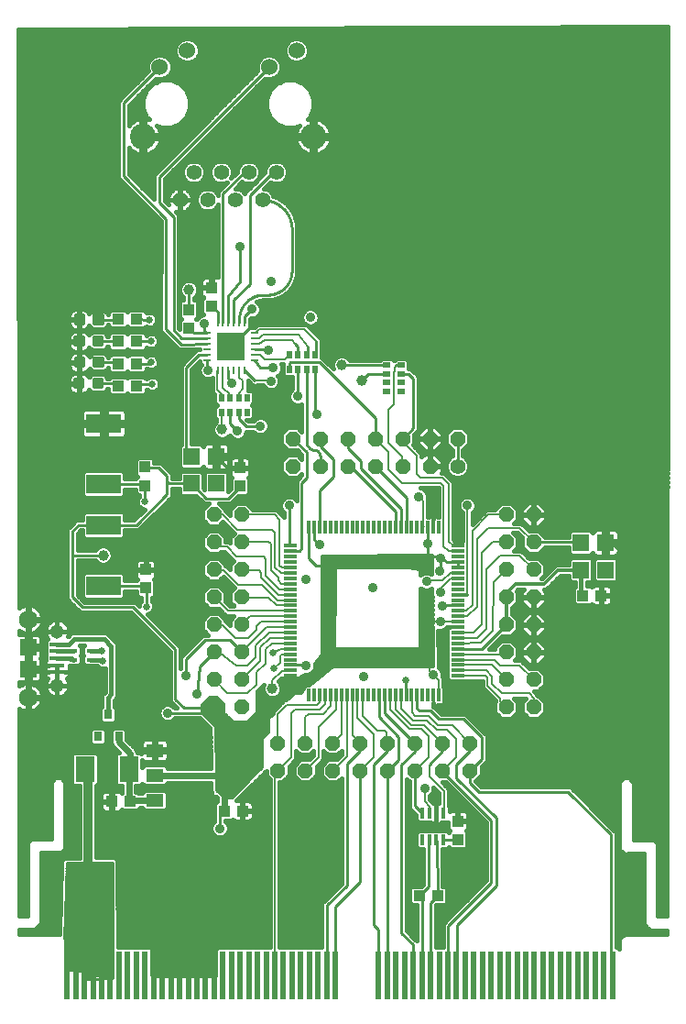
<source format=gtl>
G75*
%MOIN*%
%OFA0B0*%
%FSLAX25Y25*%
%IPPOS*%
%LPD*%
%AMOC8*
5,1,8,0,0,1.08239X$1,22.5*
%
%ADD10R,0.04331X0.03937*%
%ADD11C,0.01181*%
%ADD12R,0.05906X0.06299*%
%ADD13R,0.03937X0.04331*%
%ADD14R,0.04724X0.01181*%
%ADD15R,0.01181X0.04724*%
%ADD16R,0.12598X0.07087*%
%ADD17R,0.01772X0.03937*%
%ADD18R,0.06102X0.05906*%
%ADD19R,0.05315X0.01575*%
%ADD20C,0.05150*%
%ADD21C,0.06791*%
%ADD22R,0.02756X0.01772*%
%ADD23R,0.03100X0.03500*%
%ADD24R,0.07087X0.09449*%
%ADD25R,0.06299X0.04724*%
%ADD26R,0.06299X0.12992*%
%ADD27OC8,0.05600*%
%ADD28R,0.02717X0.01102*%
%ADD29R,0.09843X0.09843*%
%ADD30R,0.01102X0.02717*%
%ADD31C,0.05500*%
%ADD32C,0.09450*%
%ADD33C,0.06000*%
%ADD34R,0.01969X0.02559*%
%ADD35R,0.02559X0.01969*%
%ADD36C,0.05600*%
%ADD37R,0.02362X0.17717*%
%ADD38C,0.03600*%
%ADD39C,0.00800*%
%ADD40C,0.01000*%
%ADD41C,0.01200*%
%ADD42C,0.01600*%
%ADD43C,0.03962*%
%ADD44C,0.02400*%
%ADD45C,0.02600*%
%ADD46C,0.03200*%
D10*
X0109142Y0087793D03*
X0115835Y0087793D03*
X0150016Y0084369D03*
X0156709Y0084369D03*
X0221035Y0053574D03*
X0227728Y0053574D03*
X0280586Y0162695D03*
X0287279Y0162695D03*
X0145455Y0267994D03*
X0145455Y0274687D03*
X0118188Y0263148D03*
X0111496Y0263148D03*
X0111527Y0255056D03*
X0118220Y0255056D03*
X0118227Y0247019D03*
X0111534Y0247019D03*
X0111450Y0238965D03*
X0118143Y0238965D03*
D11*
X0105481Y0238407D02*
X0105481Y0241163D01*
X0105481Y0238407D02*
X0102725Y0238407D01*
X0102725Y0241163D01*
X0105481Y0241163D01*
X0105481Y0239587D02*
X0102725Y0239587D01*
X0102725Y0240767D02*
X0105481Y0240767D01*
X0105655Y0246055D02*
X0105655Y0248811D01*
X0105655Y0246055D02*
X0102899Y0246055D01*
X0102899Y0248811D01*
X0105655Y0248811D01*
X0105655Y0247235D02*
X0102899Y0247235D01*
X0102899Y0248415D02*
X0105655Y0248415D01*
X0105582Y0253759D02*
X0105582Y0256515D01*
X0105582Y0253759D02*
X0102826Y0253759D01*
X0102826Y0256515D01*
X0105582Y0256515D01*
X0105582Y0254939D02*
X0102826Y0254939D01*
X0102826Y0256119D02*
X0105582Y0256119D01*
X0105652Y0261627D02*
X0105652Y0264383D01*
X0105652Y0261627D02*
X0102896Y0261627D01*
X0102896Y0264383D01*
X0105652Y0264383D01*
X0105652Y0262807D02*
X0102896Y0262807D01*
X0102896Y0263987D02*
X0105652Y0263987D01*
X0098747Y0264383D02*
X0098747Y0261627D01*
X0095991Y0261627D01*
X0095991Y0264383D01*
X0098747Y0264383D01*
X0098747Y0262807D02*
X0095991Y0262807D01*
X0095991Y0263987D02*
X0098747Y0263987D01*
X0098676Y0256515D02*
X0098676Y0253759D01*
X0095920Y0253759D01*
X0095920Y0256515D01*
X0098676Y0256515D01*
X0098676Y0254939D02*
X0095920Y0254939D01*
X0095920Y0256119D02*
X0098676Y0256119D01*
X0098749Y0248811D02*
X0098749Y0246055D01*
X0095993Y0246055D01*
X0095993Y0248811D01*
X0098749Y0248811D01*
X0098749Y0247235D02*
X0095993Y0247235D01*
X0095993Y0248415D02*
X0098749Y0248415D01*
X0098576Y0241163D02*
X0098576Y0238407D01*
X0095820Y0238407D01*
X0095820Y0241163D01*
X0098576Y0241163D01*
X0098576Y0239587D02*
X0095820Y0239587D01*
X0095820Y0240767D02*
X0098576Y0240767D01*
D12*
X0138078Y0213221D03*
X0147133Y0213221D03*
X0147133Y0203378D03*
X0138078Y0203378D03*
X0279846Y0181886D03*
X0288901Y0181886D03*
X0288901Y0172044D03*
X0279846Y0172044D03*
D13*
X0235098Y0080675D03*
X0235098Y0073982D03*
X0121532Y0165380D03*
X0121532Y0172073D03*
X0121217Y0202689D03*
X0121217Y0209382D03*
X0155824Y0209120D03*
X0155824Y0202427D03*
X0137165Y0259992D03*
X0137165Y0266685D03*
D14*
X0174001Y0180711D03*
X0174001Y0178743D03*
X0174001Y0176774D03*
X0174001Y0174806D03*
X0174001Y0172837D03*
X0174001Y0170869D03*
X0174001Y0168900D03*
X0174001Y0166932D03*
X0174001Y0164963D03*
X0174001Y0162995D03*
X0174001Y0161026D03*
X0174001Y0159058D03*
X0174001Y0157089D03*
X0174001Y0155121D03*
X0174001Y0153152D03*
X0174001Y0151184D03*
X0174001Y0149215D03*
X0174001Y0147247D03*
X0174001Y0145278D03*
X0174001Y0143310D03*
X0174001Y0141341D03*
X0174001Y0139373D03*
X0174001Y0137404D03*
X0174001Y0135436D03*
X0174001Y0133467D03*
X0235024Y0133467D03*
X0235024Y0135436D03*
X0235024Y0137404D03*
X0235024Y0139373D03*
X0235024Y0141341D03*
X0235024Y0143310D03*
X0235024Y0145278D03*
X0235024Y0147247D03*
X0235024Y0149215D03*
X0235024Y0151184D03*
X0235024Y0153152D03*
X0235024Y0155121D03*
X0235024Y0157089D03*
X0235024Y0159058D03*
X0235024Y0161026D03*
X0235024Y0162995D03*
X0235024Y0164963D03*
X0235024Y0166932D03*
X0235024Y0168900D03*
X0235024Y0170869D03*
X0235024Y0172837D03*
X0235024Y0174806D03*
X0235024Y0176774D03*
X0235024Y0178743D03*
X0235024Y0180711D03*
D15*
X0228135Y0187601D03*
X0226166Y0187601D03*
X0224198Y0187601D03*
X0222229Y0187601D03*
X0220261Y0187601D03*
X0218292Y0187601D03*
X0216324Y0187601D03*
X0214355Y0187601D03*
X0212387Y0187601D03*
X0210418Y0187601D03*
X0208450Y0187601D03*
X0206481Y0187601D03*
X0204513Y0187601D03*
X0202544Y0187601D03*
X0200576Y0187601D03*
X0198607Y0187601D03*
X0196639Y0187601D03*
X0194670Y0187601D03*
X0192702Y0187601D03*
X0190733Y0187601D03*
X0188765Y0187601D03*
X0186796Y0187601D03*
X0184828Y0187601D03*
X0182859Y0187601D03*
X0180891Y0187601D03*
X0180891Y0126577D03*
X0182859Y0126577D03*
X0184828Y0126577D03*
X0186796Y0126577D03*
X0188765Y0126577D03*
X0190733Y0126577D03*
X0192702Y0126577D03*
X0194670Y0126577D03*
X0196639Y0126577D03*
X0198607Y0126577D03*
X0200576Y0126577D03*
X0202544Y0126577D03*
X0204513Y0126577D03*
X0206481Y0126577D03*
X0208450Y0126577D03*
X0210418Y0126577D03*
X0212387Y0126577D03*
X0214355Y0126577D03*
X0216324Y0126577D03*
X0218292Y0126577D03*
X0220261Y0126577D03*
X0222229Y0126577D03*
X0224198Y0126577D03*
X0226166Y0126577D03*
X0228135Y0126577D03*
D16*
X0106257Y0166252D03*
X0106257Y0188299D03*
X0106257Y0203193D03*
X0106257Y0225240D03*
D17*
X0222136Y0083421D03*
X0224695Y0083421D03*
X0227254Y0083421D03*
X0229813Y0083421D03*
X0229813Y0073776D03*
X0227254Y0073776D03*
X0224695Y0073776D03*
X0222136Y0073776D03*
D18*
X0078662Y0135919D03*
X0078662Y0143793D03*
D19*
X0089292Y0144974D03*
X0089292Y0142415D03*
X0089292Y0139856D03*
X0089292Y0137297D03*
X0089292Y0134738D03*
D20*
X0089292Y0130013D03*
X0089292Y0149698D03*
D21*
X0078662Y0154019D03*
X0078662Y0125693D03*
D22*
X0095228Y0139348D03*
X0095228Y0142497D03*
X0101330Y0142497D03*
X0101330Y0139348D03*
D23*
X0107853Y0119397D03*
X0111653Y0111397D03*
X0104053Y0111397D03*
D24*
X0099381Y0099560D03*
X0115326Y0099560D03*
D25*
X0124799Y0097307D03*
X0124799Y0106362D03*
X0124799Y0088251D03*
D26*
X0149996Y0097307D03*
D27*
X0169513Y0098940D03*
X0179513Y0098940D03*
X0189513Y0098940D03*
X0199513Y0098940D03*
X0209513Y0098940D03*
X0219513Y0098940D03*
X0229513Y0098940D03*
X0239513Y0098940D03*
X0239513Y0108940D03*
X0229513Y0108940D03*
X0219513Y0108940D03*
X0209513Y0108940D03*
X0199513Y0108940D03*
X0189513Y0108940D03*
X0179513Y0108940D03*
X0169513Y0108940D03*
X0156363Y0122089D03*
X0146363Y0122089D03*
X0146363Y0132089D03*
X0146363Y0142089D03*
X0156363Y0142089D03*
X0156363Y0132089D03*
X0156363Y0152089D03*
X0146363Y0152089D03*
X0146363Y0162089D03*
X0146363Y0172089D03*
X0156363Y0172089D03*
X0156363Y0162089D03*
X0156363Y0182089D03*
X0156363Y0192089D03*
X0146363Y0192089D03*
X0146363Y0182089D03*
X0174972Y0209659D03*
X0184972Y0209659D03*
X0194972Y0209659D03*
X0204972Y0209659D03*
X0214972Y0209659D03*
X0224972Y0209659D03*
X0224972Y0219659D03*
X0214972Y0219659D03*
X0204972Y0219659D03*
X0194972Y0219659D03*
X0184972Y0219659D03*
X0174972Y0219659D03*
X0234972Y0219659D03*
X0252662Y0192089D03*
X0252662Y0182089D03*
X0262662Y0182089D03*
X0262662Y0192089D03*
X0262662Y0172089D03*
X0262662Y0162089D03*
X0252662Y0162089D03*
X0252662Y0172089D03*
X0252662Y0152089D03*
X0262662Y0152089D03*
X0262662Y0142089D03*
X0262662Y0132089D03*
X0252662Y0132089D03*
X0252662Y0142089D03*
X0252662Y0122089D03*
X0262662Y0122089D03*
D28*
X0161216Y0248299D03*
X0161216Y0250267D03*
X0161216Y0252236D03*
X0161216Y0254204D03*
X0161216Y0256173D03*
X0161216Y0258141D03*
X0143933Y0258141D03*
X0143933Y0256173D03*
X0143933Y0254204D03*
X0143933Y0252236D03*
X0143933Y0250267D03*
X0143933Y0248299D03*
D29*
X0152574Y0253220D03*
D30*
X0151590Y0244578D03*
X0149622Y0244578D03*
X0147653Y0244578D03*
X0153559Y0244578D03*
X0155527Y0244578D03*
X0157496Y0244578D03*
X0157496Y0261862D03*
X0155527Y0261862D03*
X0153559Y0261862D03*
X0151590Y0261862D03*
X0149622Y0261862D03*
X0147653Y0261862D03*
D31*
X0143981Y0306558D03*
X0153981Y0306558D03*
X0163981Y0306558D03*
X0158981Y0316558D03*
X0148981Y0316558D03*
X0138981Y0316558D03*
X0133981Y0306558D03*
X0168981Y0316558D03*
D32*
X0182481Y0329558D03*
X0120481Y0329558D03*
D33*
X0126581Y0354858D03*
X0136581Y0360858D03*
X0166381Y0354858D03*
X0176381Y0360858D03*
D34*
X0176945Y0250196D03*
X0173796Y0250196D03*
X0173796Y0244882D03*
X0176945Y0244882D03*
X0180095Y0244882D03*
X0183245Y0244882D03*
X0183245Y0250196D03*
X0180095Y0250196D03*
X0158452Y0234679D03*
X0155303Y0234679D03*
X0152153Y0234679D03*
X0149003Y0234679D03*
X0149003Y0229364D03*
X0152153Y0229364D03*
X0155303Y0229364D03*
X0158452Y0229364D03*
D35*
X0209273Y0236983D03*
X0209273Y0240133D03*
X0209273Y0243282D03*
X0209273Y0246432D03*
X0214588Y0246432D03*
X0214588Y0243282D03*
X0214588Y0240133D03*
X0214588Y0236983D03*
D36*
X0234972Y0209659D03*
D37*
X0234610Y0024602D03*
X0231461Y0024602D03*
X0228311Y0024602D03*
X0225161Y0024602D03*
X0222012Y0024602D03*
X0218862Y0024602D03*
X0215713Y0024602D03*
X0212563Y0024602D03*
X0209413Y0024602D03*
X0206264Y0024602D03*
X0190516Y0024602D03*
X0187366Y0024602D03*
X0184217Y0024602D03*
X0181067Y0024602D03*
X0177917Y0024602D03*
X0174768Y0024602D03*
X0171618Y0024602D03*
X0168469Y0024602D03*
X0165319Y0024602D03*
X0162169Y0024602D03*
X0159020Y0024602D03*
X0155870Y0024602D03*
X0152721Y0024602D03*
X0149571Y0024602D03*
X0146421Y0024602D03*
X0143272Y0024602D03*
X0140122Y0024602D03*
X0136972Y0024602D03*
X0133823Y0024602D03*
X0130673Y0024602D03*
X0127524Y0024602D03*
X0124374Y0024602D03*
X0121224Y0024602D03*
X0118075Y0024602D03*
X0114925Y0024602D03*
X0111776Y0024602D03*
X0108626Y0024602D03*
X0105476Y0024602D03*
X0102327Y0024602D03*
X0099177Y0024602D03*
X0096028Y0024602D03*
X0092878Y0024602D03*
X0237760Y0024602D03*
X0240909Y0024602D03*
X0244059Y0024602D03*
X0247209Y0024602D03*
X0250358Y0024602D03*
X0253508Y0024602D03*
X0256658Y0024602D03*
X0259807Y0024602D03*
X0262957Y0024602D03*
X0266106Y0024602D03*
X0269256Y0024602D03*
X0272406Y0024602D03*
X0275555Y0024602D03*
X0278705Y0024602D03*
X0281854Y0024602D03*
X0285004Y0024602D03*
X0288154Y0024602D03*
X0291303Y0024602D03*
D38*
X0242096Y0079280D03*
X0226800Y0089231D03*
X0223040Y0092565D03*
X0237181Y0126818D03*
X0226241Y0133928D03*
X0228711Y0153162D03*
X0229327Y0159044D03*
X0228949Y0163852D03*
X0223655Y0167842D03*
X0228621Y0171668D03*
X0228650Y0176373D03*
X0223986Y0181631D03*
X0238513Y0195496D03*
X0226152Y0198593D03*
X0220805Y0198698D03*
X0204145Y0165463D03*
X0184724Y0181109D03*
X0173685Y0195386D03*
X0179865Y0168699D03*
X0179945Y0137195D03*
X0179758Y0132486D03*
X0200655Y0133227D03*
X0180808Y0081716D03*
X0148461Y0078015D03*
X0129438Y0119967D03*
X0140202Y0126997D03*
X0136115Y0133573D03*
X0131007Y0165038D03*
X0154894Y0222497D03*
X0163219Y0224256D03*
X0176701Y0235104D03*
X0183870Y0228648D03*
X0167941Y0245420D03*
X0167059Y0240638D03*
X0165994Y0252040D03*
X0152723Y0240034D03*
X0143646Y0238825D03*
X0144111Y0244651D03*
X0142921Y0261573D03*
X0160152Y0266711D03*
X0167156Y0276944D03*
X0155897Y0289526D03*
X0181437Y0263855D03*
D39*
X0179262Y0259548D02*
X0183460Y0255350D01*
X0180437Y0253164D02*
X0177079Y0257402D01*
X0164144Y0257413D01*
X0162881Y0256173D01*
X0161216Y0256173D01*
X0161216Y0258141D02*
X0161513Y0258141D01*
X0162919Y0259548D01*
X0179262Y0259548D01*
X0174877Y0255502D02*
X0175936Y0254204D01*
X0174877Y0255502D02*
X0164742Y0255547D01*
X0162838Y0254110D01*
X0161310Y0254110D01*
X0161216Y0254204D01*
X0161216Y0250267D02*
X0162632Y0250267D01*
X0163069Y0250299D01*
X0164702Y0248666D01*
X0172227Y0248628D01*
X0173796Y0250196D01*
X0172733Y0249134D01*
X0166837Y0240861D02*
X0167059Y0240638D01*
X0166837Y0240861D02*
X0161213Y0240861D01*
X0156839Y0240691D02*
X0156839Y0237733D01*
X0155303Y0236196D01*
X0155303Y0234679D01*
X0155527Y0234903D01*
X0152153Y0234679D02*
X0152153Y0235716D01*
X0149622Y0238248D01*
X0149622Y0244578D01*
X0147653Y0244578D02*
X0147572Y0244497D01*
X0147572Y0237439D01*
X0149003Y0236008D01*
X0149003Y0234679D01*
X0151667Y0235164D02*
X0152153Y0234679D01*
X0149003Y0229364D02*
X0149003Y0223312D01*
X0149262Y0223053D01*
X0156839Y0240691D02*
X0156686Y0240843D01*
X0156686Y0240881D01*
X0155598Y0241969D01*
X0155598Y0244507D01*
X0155527Y0244578D01*
X0205257Y0219659D02*
X0209909Y0215008D01*
X0209909Y0208530D01*
X0214750Y0203688D01*
X0228729Y0203688D01*
X0229962Y0202455D01*
X0229962Y0180469D01*
X0231688Y0178743D01*
X0235024Y0178743D01*
X0235024Y0180711D02*
X0233338Y0180711D01*
X0231734Y0182316D01*
X0231734Y0203137D01*
X0229410Y0205461D01*
X0221501Y0205461D01*
X0220069Y0206893D01*
X0220069Y0213576D01*
X0214972Y0218673D01*
X0209867Y0218259D02*
X0214878Y0213248D01*
X0214878Y0209753D01*
X0209867Y0218259D02*
X0209867Y0221495D01*
X0209867Y0230229D01*
X0211963Y0232325D01*
X0211963Y0244257D01*
X0211970Y0244264D01*
X0211970Y0245693D01*
X0212709Y0246432D01*
X0220805Y0198698D02*
X0222377Y0197125D01*
X0222377Y0187749D01*
X0238513Y0195496D02*
X0238513Y0163157D01*
X0240436Y0159323D02*
X0240436Y0186281D01*
X0246244Y0192089D01*
X0252662Y0192089D01*
X0252410Y0192341D01*
X0252548Y0192203D02*
X0252662Y0192089D01*
X0257556Y0187196D02*
X0246090Y0187196D01*
X0242086Y0183192D01*
X0242086Y0158596D01*
X0238611Y0155121D01*
X0235024Y0155121D01*
X0234995Y0153182D02*
X0234976Y0153162D01*
X0228711Y0153162D01*
X0228692Y0153182D01*
X0224342Y0153182D01*
X0225554Y0153390D02*
X0221137Y0153390D01*
X0221137Y0154188D02*
X0225554Y0154188D01*
X0225554Y0154987D02*
X0221137Y0154987D01*
X0221137Y0155785D02*
X0225554Y0155785D01*
X0225554Y0156584D02*
X0221137Y0156584D01*
X0221137Y0157382D02*
X0225554Y0157382D01*
X0225554Y0158181D02*
X0221137Y0158181D01*
X0221137Y0158979D02*
X0225554Y0158979D01*
X0225554Y0159778D02*
X0221137Y0159778D01*
X0221137Y0160576D02*
X0225554Y0160576D01*
X0225554Y0161375D02*
X0221137Y0161375D01*
X0221137Y0162173D02*
X0225554Y0162173D01*
X0225554Y0162972D02*
X0221137Y0162972D01*
X0221232Y0163673D02*
X0225554Y0163673D01*
X0225554Y0138643D01*
X0189790Y0138643D01*
X0189695Y0138595D01*
X0189695Y0142157D01*
X0221137Y0142157D01*
X0221137Y0163863D01*
X0221232Y0163863D01*
X0221232Y0163673D01*
X0221232Y0163770D02*
X0221137Y0163770D01*
X0223655Y0167842D02*
X0223912Y0168100D01*
X0229559Y0168128D01*
X0232328Y0170896D01*
X0235024Y0170869D01*
X0235024Y0168900D02*
X0232494Y0168907D01*
X0229233Y0165646D01*
X0229080Y0164686D01*
X0228949Y0163852D01*
X0235035Y0157100D02*
X0238213Y0157100D01*
X0240436Y0159323D01*
X0235035Y0157100D02*
X0235024Y0157089D01*
X0234995Y0153182D02*
X0235024Y0153152D01*
X0235024Y0149215D02*
X0240942Y0149215D01*
X0243815Y0152088D01*
X0243815Y0178214D01*
X0247690Y0182089D01*
X0252662Y0182089D01*
X0257556Y0187196D02*
X0262662Y0182089D01*
X0257542Y0177209D02*
X0250394Y0177209D01*
X0245454Y0172270D01*
X0245454Y0150449D01*
X0242280Y0147247D01*
X0235024Y0147247D01*
X0235024Y0145278D02*
X0243391Y0145410D01*
X0247772Y0149791D01*
X0248003Y0167661D01*
X0252662Y0172089D01*
X0257542Y0177209D02*
X0262662Y0172089D01*
X0252576Y0142176D02*
X0252662Y0142089D01*
X0252576Y0142176D02*
X0251507Y0141336D01*
X0243497Y0141341D01*
X0235024Y0141341D01*
X0235024Y0139373D02*
X0248576Y0139373D01*
X0250591Y0137357D01*
X0257394Y0137357D01*
X0262662Y0132089D01*
X0260981Y0127050D02*
X0250973Y0127050D01*
X0247544Y0130479D01*
X0247544Y0133365D01*
X0245473Y0135436D01*
X0235024Y0135436D01*
X0235024Y0137404D02*
X0247347Y0137404D01*
X0252662Y0132089D01*
X0245831Y0132731D02*
X0245831Y0130026D01*
X0250611Y0125247D01*
X0250611Y0124140D01*
X0252662Y0122089D01*
X0260981Y0127050D02*
X0262784Y0125247D01*
X0262784Y0122211D01*
X0262662Y0122089D01*
X0245831Y0132731D02*
X0245095Y0133467D01*
X0235024Y0133467D01*
X0228135Y0132012D02*
X0228135Y0126577D01*
X0228135Y0132012D02*
X0226241Y0133905D01*
X0226241Y0133928D01*
X0224899Y0135270D01*
X0224876Y0135270D01*
X0224876Y0139944D01*
X0224078Y0140742D01*
X0225554Y0140613D02*
X0189695Y0140613D01*
X0189695Y0139815D02*
X0225554Y0139815D01*
X0225554Y0139016D02*
X0189695Y0139016D01*
X0189695Y0141412D02*
X0225554Y0141412D01*
X0225554Y0142210D02*
X0221137Y0142210D01*
X0221137Y0143009D02*
X0225554Y0143009D01*
X0225554Y0143808D02*
X0221137Y0143808D01*
X0221137Y0144606D02*
X0225554Y0144606D01*
X0225554Y0145405D02*
X0221137Y0145405D01*
X0221137Y0146203D02*
X0225554Y0146203D01*
X0225554Y0147002D02*
X0221137Y0147002D01*
X0221137Y0147800D02*
X0225554Y0147800D01*
X0225554Y0148599D02*
X0221137Y0148599D01*
X0221137Y0149397D02*
X0225554Y0149397D01*
X0225554Y0150196D02*
X0221137Y0150196D01*
X0221137Y0150994D02*
X0225554Y0150994D01*
X0225554Y0151793D02*
X0221137Y0151793D01*
X0221137Y0152591D02*
X0225554Y0152591D01*
X0218292Y0126577D02*
X0218394Y0126475D01*
X0218394Y0120146D01*
X0219603Y0118937D01*
X0224358Y0118937D01*
X0227914Y0115381D01*
X0233072Y0115381D01*
X0239513Y0108940D01*
X0234367Y0110550D02*
X0234367Y0103794D01*
X0229513Y0098940D01*
X0224643Y0097006D02*
X0224643Y0101196D01*
X0224328Y0103755D02*
X0219513Y0098940D01*
X0224643Y0097006D02*
X0230034Y0091615D01*
X0230034Y0083642D01*
X0229813Y0083421D01*
X0227254Y0083421D02*
X0226800Y0083876D01*
X0226800Y0089231D01*
X0224765Y0085973D02*
X0224765Y0083491D01*
X0224695Y0083421D01*
X0224765Y0085973D02*
X0223025Y0087713D01*
X0223040Y0092565D01*
X0224328Y0103755D02*
X0224328Y0111637D01*
X0221804Y0114160D01*
X0217371Y0114160D01*
X0210418Y0121113D01*
X0210418Y0126577D01*
X0212387Y0126577D02*
X0212387Y0121318D01*
X0218024Y0115680D01*
X0222772Y0115680D01*
X0229513Y0108940D01*
X0231150Y0113766D02*
X0227357Y0113766D01*
X0223881Y0117275D01*
X0218764Y0117275D01*
X0214355Y0121652D01*
X0214355Y0126577D01*
X0200576Y0126577D02*
X0200576Y0118877D01*
X0205768Y0113684D01*
X0208524Y0113684D01*
X0209272Y0112936D01*
X0209272Y0109180D01*
X0209513Y0108940D01*
X0204505Y0112247D02*
X0204505Y0103932D01*
X0199513Y0098940D01*
X0194670Y0104097D02*
X0189513Y0098940D01*
X0184375Y0103802D02*
X0184375Y0114947D01*
X0190675Y0121247D01*
X0190675Y0124007D01*
X0190733Y0124066D01*
X0190733Y0126577D01*
X0188765Y0126577D02*
X0188765Y0124290D01*
X0188766Y0124288D01*
X0188766Y0123518D01*
X0188769Y0123515D01*
X0188769Y0122427D01*
X0185974Y0119633D01*
X0180662Y0119633D01*
X0179536Y0118507D01*
X0179536Y0108963D01*
X0179513Y0108940D01*
X0184375Y0103802D02*
X0179513Y0098940D01*
X0174406Y0103833D02*
X0169513Y0098940D01*
X0168469Y0097896D01*
X0168469Y0024602D01*
X0174406Y0103833D02*
X0174406Y0119885D01*
X0175784Y0121262D01*
X0184856Y0121262D01*
X0186818Y0123224D01*
X0186818Y0123930D01*
X0186796Y0123951D01*
X0186796Y0126577D01*
X0184828Y0126577D02*
X0184828Y0123861D01*
X0183918Y0122951D01*
X0172713Y0122951D01*
X0169457Y0119696D01*
X0169457Y0108995D01*
X0169513Y0108940D01*
X0189457Y0108995D02*
X0189513Y0108940D01*
X0192702Y0112129D01*
X0192702Y0126577D01*
X0194670Y0126577D02*
X0194670Y0104097D01*
X0199513Y0108940D02*
X0196639Y0111814D01*
X0196639Y0126577D01*
X0198607Y0126577D02*
X0198607Y0118144D01*
X0204505Y0112247D01*
X0231150Y0113766D02*
X0234367Y0110550D01*
X0174001Y0135436D02*
X0173800Y0135235D01*
X0170999Y0135235D01*
X0167569Y0131805D01*
X0167569Y0128861D01*
X0161705Y0130373D02*
X0161705Y0135018D01*
X0165199Y0137963D01*
X0165199Y0143054D01*
X0167424Y0145278D01*
X0174001Y0145278D01*
X0174001Y0143310D02*
X0170708Y0143310D01*
X0167898Y0141858D01*
X0170405Y0140858D02*
X0171050Y0141341D01*
X0174001Y0141341D01*
X0170405Y0140858D02*
X0170405Y0138357D01*
X0168167Y0136200D01*
X0163217Y0138944D02*
X0156363Y0132089D01*
X0158524Y0127192D02*
X0151261Y0127192D01*
X0146363Y0132089D01*
X0151697Y0139235D02*
X0148051Y0142161D01*
X0146363Y0142089D01*
X0151697Y0139235D02*
X0154375Y0137105D01*
X0158505Y0137105D01*
X0161450Y0140050D01*
X0161509Y0140050D01*
X0161572Y0140113D01*
X0161572Y0144432D01*
X0166355Y0149215D01*
X0174001Y0149215D01*
X0174001Y0147247D02*
X0166733Y0147247D01*
X0163217Y0143731D01*
X0163217Y0138944D01*
X0156363Y0142089D02*
X0165457Y0151184D01*
X0174001Y0151184D01*
X0174001Y0153152D02*
X0163591Y0153152D01*
X0161883Y0151444D01*
X0161883Y0150255D01*
X0158879Y0147251D01*
X0154245Y0147251D01*
X0149489Y0152007D01*
X0146446Y0152007D01*
X0146363Y0152089D01*
X0151363Y0157089D02*
X0146363Y0162089D01*
X0151363Y0157089D02*
X0174001Y0157089D01*
X0174001Y0155121D02*
X0159394Y0155121D01*
X0156363Y0152089D01*
X0156457Y0161995D02*
X0156363Y0162089D01*
X0156457Y0161995D02*
X0166296Y0161995D01*
X0169233Y0159058D01*
X0174001Y0159058D01*
X0174001Y0161026D02*
X0169469Y0161026D01*
X0163859Y0166637D01*
X0155166Y0166637D01*
X0149950Y0171853D01*
X0146599Y0171853D01*
X0146363Y0172089D01*
X0148017Y0180436D02*
X0146363Y0182089D01*
X0148017Y0180436D02*
X0150993Y0180436D01*
X0154560Y0176869D01*
X0164328Y0176869D01*
X0165299Y0175897D01*
X0165140Y0169848D01*
X0170025Y0164963D01*
X0174001Y0164963D01*
X0174001Y0162995D02*
X0169804Y0162995D01*
X0163599Y0169200D01*
X0163599Y0170983D01*
X0162729Y0171853D01*
X0156599Y0171853D01*
X0156363Y0172089D01*
X0167017Y0171935D02*
X0169641Y0169310D01*
X0169641Y0168144D01*
X0170854Y0166932D01*
X0174001Y0166932D01*
X0174001Y0170869D02*
X0170639Y0170869D01*
X0168608Y0172762D01*
X0168608Y0185534D01*
X0167580Y0186700D01*
X0154875Y0186700D01*
X0149426Y0192148D01*
X0146422Y0192148D01*
X0146363Y0192089D01*
X0156363Y0192089D02*
X0156367Y0192085D01*
X0168457Y0192085D01*
X0170209Y0190333D01*
X0170209Y0173613D01*
X0170985Y0172837D01*
X0174001Y0172837D01*
X0167017Y0171935D02*
X0167017Y0181440D01*
X0166265Y0182192D01*
X0156465Y0182192D01*
X0156363Y0182089D01*
X0161705Y0130373D02*
X0158524Y0127192D01*
D40*
X0146363Y0122089D02*
X0144241Y0119967D01*
X0129438Y0119967D01*
X0132229Y0125014D02*
X0135480Y0121763D01*
X0146036Y0121763D01*
X0146363Y0122089D01*
X0140202Y0126997D02*
X0141154Y0136881D01*
X0146363Y0142089D01*
X0143044Y0146424D02*
X0152028Y0146424D01*
X0156363Y0142089D01*
X0143044Y0146424D02*
X0136115Y0139495D01*
X0136115Y0133573D01*
X0132229Y0125014D02*
X0132229Y0143094D01*
X0116863Y0158459D01*
X0098457Y0158459D01*
X0094845Y0162071D01*
X0094845Y0177639D01*
X0095147Y0177336D01*
X0105994Y0177336D01*
X0106257Y0188299D02*
X0097026Y0188299D01*
X0094845Y0186118D01*
X0094845Y0177639D01*
X0106257Y0188299D02*
X0118027Y0188299D01*
X0129223Y0199495D01*
X0129223Y0204126D01*
X0129971Y0203378D01*
X0138078Y0203378D01*
X0143451Y0198005D01*
X0151535Y0198005D01*
X0155824Y0202295D01*
X0155824Y0202427D01*
X0155824Y0209120D02*
X0151233Y0209120D01*
X0147133Y0213221D01*
X0138078Y0213221D02*
X0136242Y0215057D01*
X0136242Y0245602D01*
X0140907Y0250267D01*
X0143933Y0250267D01*
X0143933Y0248299D02*
X0143933Y0245830D01*
X0144111Y0244651D01*
X0143646Y0238825D02*
X0143684Y0238823D01*
X0143721Y0238818D01*
X0143757Y0238808D01*
X0143793Y0238796D01*
X0143827Y0238780D01*
X0143859Y0238760D01*
X0143890Y0238738D01*
X0143918Y0238713D01*
X0143943Y0238685D01*
X0143965Y0238654D01*
X0143985Y0238622D01*
X0144001Y0238588D01*
X0144013Y0238552D01*
X0144023Y0238516D01*
X0144028Y0238479D01*
X0144030Y0238441D01*
X0151590Y0241783D02*
X0151590Y0244578D01*
X0151590Y0241783D02*
X0152723Y0240034D01*
X0157496Y0244578D02*
X0161213Y0240861D01*
X0163124Y0245400D02*
X0161216Y0248299D01*
X0163124Y0245400D02*
X0167941Y0245420D01*
X0173796Y0244882D02*
X0173796Y0247209D01*
X0174137Y0247550D01*
X0184765Y0247550D01*
X0204972Y0227343D01*
X0204972Y0219659D01*
X0205257Y0219659D01*
X0214972Y0219659D02*
X0214972Y0218673D01*
X0214972Y0219659D02*
X0218911Y0223598D01*
X0218911Y0241518D01*
X0217146Y0243282D01*
X0214588Y0243282D01*
X0214588Y0246432D02*
X0212709Y0246432D01*
X0209273Y0246432D02*
X0192904Y0246432D01*
X0192870Y0246466D01*
X0200047Y0240861D02*
X0202469Y0243282D01*
X0209273Y0243282D01*
X0183245Y0244882D02*
X0183244Y0229667D01*
X0183870Y0228648D01*
X0184972Y0219659D02*
X0184972Y0216965D01*
X0189657Y0212280D01*
X0189657Y0205734D01*
X0184884Y0200961D01*
X0184884Y0187657D01*
X0184828Y0187601D01*
X0182859Y0187601D02*
X0182859Y0182974D01*
X0184724Y0181109D01*
X0180810Y0183033D02*
X0180891Y0187601D01*
X0180810Y0183033D02*
X0180810Y0176160D01*
X0183484Y0173485D01*
X0187473Y0173485D01*
X0187641Y0173653D01*
X0178105Y0179772D02*
X0178105Y0181638D01*
X0178203Y0181736D01*
X0178203Y0203635D01*
X0180167Y0205599D01*
X0180167Y0214732D01*
X0175240Y0219659D01*
X0174972Y0219659D01*
X0180095Y0218346D02*
X0180095Y0244882D01*
X0180543Y0244434D01*
X0176945Y0244882D02*
X0176701Y0244637D01*
X0176701Y0235104D01*
X0176945Y0250196D02*
X0176940Y0250202D01*
X0176940Y0253201D01*
X0175936Y0254204D01*
X0180437Y0253164D02*
X0180437Y0250538D01*
X0180095Y0250196D01*
X0183245Y0250196D02*
X0183460Y0250412D01*
X0183460Y0255350D01*
X0165994Y0252040D02*
X0165432Y0252236D01*
X0161216Y0252236D01*
X0152574Y0253220D02*
X0161299Y0261944D01*
X0163709Y0261944D01*
X0163709Y0261813D01*
X0155527Y0263254D02*
X0155530Y0263465D01*
X0155537Y0263676D01*
X0155550Y0263886D01*
X0155568Y0264096D01*
X0155591Y0264306D01*
X0155619Y0264515D01*
X0155652Y0264724D01*
X0155690Y0264931D01*
X0155733Y0265138D01*
X0155781Y0265343D01*
X0155834Y0265547D01*
X0155891Y0265750D01*
X0155954Y0265951D01*
X0156022Y0266151D01*
X0156094Y0266349D01*
X0156171Y0266546D01*
X0156253Y0266740D01*
X0156340Y0266932D01*
X0156431Y0267123D01*
X0156527Y0267311D01*
X0156627Y0267496D01*
X0156732Y0267679D01*
X0156841Y0267860D01*
X0156954Y0268038D01*
X0157072Y0268213D01*
X0157194Y0268385D01*
X0157320Y0268554D01*
X0157450Y0268720D01*
X0157584Y0268883D01*
X0157722Y0269042D01*
X0157864Y0269199D01*
X0158010Y0269351D01*
X0158159Y0269500D01*
X0158311Y0269646D01*
X0158468Y0269788D01*
X0158627Y0269926D01*
X0158790Y0270060D01*
X0158956Y0270190D01*
X0159125Y0270316D01*
X0159297Y0270438D01*
X0159472Y0270556D01*
X0159650Y0270669D01*
X0159831Y0270778D01*
X0160014Y0270883D01*
X0160199Y0270983D01*
X0160387Y0271079D01*
X0160578Y0271170D01*
X0160770Y0271257D01*
X0160964Y0271339D01*
X0161161Y0271416D01*
X0161359Y0271488D01*
X0161559Y0271556D01*
X0161760Y0271619D01*
X0161963Y0271676D01*
X0162167Y0271729D01*
X0162372Y0271777D01*
X0162579Y0271820D01*
X0162786Y0271858D01*
X0162995Y0271891D01*
X0163204Y0271919D01*
X0163414Y0271942D01*
X0163624Y0271960D01*
X0163834Y0271973D01*
X0164045Y0271980D01*
X0164256Y0271983D01*
X0165731Y0271983D01*
X0159443Y0275812D02*
X0159443Y0308317D01*
X0167685Y0316558D01*
X0168981Y0316558D01*
X0158981Y0316558D02*
X0157403Y0316558D01*
X0149622Y0308778D01*
X0149622Y0261862D01*
X0151446Y0261717D02*
X0151590Y0261862D01*
X0151590Y0271551D01*
X0155774Y0276871D01*
X0155891Y0289576D01*
X0155897Y0289526D01*
X0163981Y0306559D02*
X0164239Y0306556D01*
X0164497Y0306547D01*
X0164755Y0306531D01*
X0165012Y0306509D01*
X0165269Y0306481D01*
X0165525Y0306447D01*
X0165780Y0306406D01*
X0166034Y0306360D01*
X0166287Y0306307D01*
X0166538Y0306248D01*
X0166788Y0306184D01*
X0167037Y0306113D01*
X0167283Y0306036D01*
X0167528Y0305953D01*
X0167770Y0305865D01*
X0168011Y0305770D01*
X0168249Y0305670D01*
X0168484Y0305564D01*
X0168717Y0305452D01*
X0168947Y0305335D01*
X0169174Y0305212D01*
X0169398Y0305084D01*
X0169619Y0304950D01*
X0169837Y0304812D01*
X0170051Y0304667D01*
X0170262Y0304518D01*
X0170469Y0304364D01*
X0170672Y0304205D01*
X0170872Y0304040D01*
X0171067Y0303872D01*
X0171258Y0303698D01*
X0171445Y0303520D01*
X0171628Y0303337D01*
X0171806Y0303150D01*
X0171980Y0302959D01*
X0172148Y0302764D01*
X0172313Y0302564D01*
X0172472Y0302361D01*
X0172626Y0302154D01*
X0172775Y0301943D01*
X0172920Y0301729D01*
X0173058Y0301511D01*
X0173192Y0301290D01*
X0173320Y0301066D01*
X0173443Y0300839D01*
X0173560Y0300609D01*
X0173672Y0300376D01*
X0173778Y0300141D01*
X0173878Y0299903D01*
X0173973Y0299662D01*
X0174061Y0299420D01*
X0174144Y0299175D01*
X0174221Y0298929D01*
X0174292Y0298680D01*
X0174356Y0298430D01*
X0174415Y0298179D01*
X0174468Y0297926D01*
X0174514Y0297672D01*
X0174555Y0297417D01*
X0174589Y0297161D01*
X0174617Y0296904D01*
X0174639Y0296647D01*
X0174655Y0296389D01*
X0174664Y0296131D01*
X0174667Y0295873D01*
X0174667Y0280919D01*
X0174664Y0280703D01*
X0174657Y0280487D01*
X0174644Y0280272D01*
X0174625Y0280057D01*
X0174602Y0279842D01*
X0174573Y0279628D01*
X0174539Y0279415D01*
X0174501Y0279202D01*
X0174456Y0278991D01*
X0174407Y0278780D01*
X0174353Y0278571D01*
X0174294Y0278364D01*
X0174230Y0278158D01*
X0174160Y0277953D01*
X0174086Y0277750D01*
X0174007Y0277549D01*
X0173923Y0277350D01*
X0173835Y0277153D01*
X0173741Y0276959D01*
X0173643Y0276766D01*
X0173541Y0276576D01*
X0173434Y0276389D01*
X0173322Y0276204D01*
X0173206Y0276022D01*
X0173085Y0275843D01*
X0172960Y0275667D01*
X0172831Y0275493D01*
X0172698Y0275323D01*
X0172561Y0275157D01*
X0172420Y0274993D01*
X0172275Y0274833D01*
X0172126Y0274677D01*
X0171973Y0274524D01*
X0171817Y0274375D01*
X0171657Y0274230D01*
X0171493Y0274089D01*
X0171327Y0273952D01*
X0171157Y0273819D01*
X0170983Y0273690D01*
X0170807Y0273565D01*
X0170628Y0273444D01*
X0170446Y0273328D01*
X0170261Y0273216D01*
X0170074Y0273109D01*
X0169884Y0273007D01*
X0169691Y0272909D01*
X0169497Y0272815D01*
X0169300Y0272727D01*
X0169101Y0272643D01*
X0168900Y0272564D01*
X0168697Y0272490D01*
X0168492Y0272420D01*
X0168286Y0272356D01*
X0168079Y0272297D01*
X0167870Y0272243D01*
X0167659Y0272194D01*
X0167448Y0272149D01*
X0167235Y0272111D01*
X0167022Y0272077D01*
X0166808Y0272048D01*
X0166593Y0272025D01*
X0166378Y0272006D01*
X0166163Y0271993D01*
X0165947Y0271986D01*
X0165731Y0271983D01*
X0159443Y0275812D02*
X0159345Y0275714D01*
X0153550Y0270313D01*
X0153550Y0261862D01*
X0153559Y0261862D01*
X0155527Y0261862D02*
X0155527Y0263254D01*
X0157496Y0264054D02*
X0160152Y0266711D01*
X0157496Y0264054D02*
X0157496Y0261862D01*
X0147653Y0261862D02*
X0147653Y0265795D01*
X0145455Y0267994D01*
X0142921Y0261573D02*
X0142948Y0258910D01*
X0143933Y0258141D01*
X0139016Y0258141D01*
X0137165Y0259992D01*
X0134610Y0256173D02*
X0131647Y0259136D01*
X0131647Y0300324D01*
X0126417Y0305554D01*
X0126417Y0314894D01*
X0166381Y0354858D01*
X0126581Y0354858D02*
X0113479Y0341756D01*
X0113479Y0315099D01*
X0128946Y0299632D01*
X0128757Y0259612D01*
X0134343Y0254026D01*
X0143933Y0254204D01*
X0143933Y0256173D02*
X0134610Y0256173D01*
X0123476Y0255116D02*
X0123399Y0255193D01*
X0118220Y0255056D01*
X0111527Y0255056D02*
X0111499Y0255137D01*
X0104204Y0255137D01*
X0104277Y0247433D02*
X0111532Y0247433D01*
X0111534Y0247019D01*
X0118227Y0247019D02*
X0123401Y0246936D01*
X0123445Y0247475D01*
X0123888Y0239542D02*
X0118393Y0239542D01*
X0118143Y0238965D01*
X0111450Y0238965D02*
X0111441Y0239785D01*
X0104103Y0239785D01*
X0104274Y0263005D02*
X0111463Y0263005D01*
X0111496Y0263148D01*
X0118188Y0263148D02*
X0122894Y0263010D01*
X0122928Y0262977D01*
X0137165Y0266685D02*
X0137165Y0273862D01*
X0137203Y0273900D01*
X0163667Y0306244D02*
X0163981Y0306558D01*
X0155303Y0229364D02*
X0155388Y0229278D01*
X0155388Y0226851D01*
X0157982Y0224256D01*
X0163219Y0224256D01*
X0155664Y0228296D02*
X0155303Y0229364D01*
X0152153Y0229364D02*
X0152153Y0225238D01*
X0154894Y0222497D01*
X0129223Y0206084D02*
X0129223Y0204126D01*
X0129223Y0206084D02*
X0126193Y0209114D01*
X0121486Y0209114D01*
X0121217Y0209382D01*
X0121217Y0203193D02*
X0121217Y0202689D01*
X0121188Y0202660D01*
X0121188Y0196722D01*
X0121217Y0203193D02*
X0106257Y0203193D01*
X0106257Y0166252D02*
X0121532Y0166252D01*
X0121532Y0165380D01*
X0121833Y0165080D01*
X0121833Y0158669D01*
X0174001Y0178743D02*
X0174245Y0178749D01*
X0177319Y0178749D01*
X0178105Y0179772D01*
X0174001Y0180711D02*
X0173685Y0181027D01*
X0173685Y0195386D01*
X0174001Y0178743D02*
X0174005Y0178739D01*
X0184972Y0209659D02*
X0184972Y0213469D01*
X0184970Y0213560D01*
X0184965Y0213650D01*
X0184955Y0213740D01*
X0184942Y0213830D01*
X0184925Y0213919D01*
X0184905Y0214007D01*
X0184881Y0214094D01*
X0184853Y0214181D01*
X0184822Y0214266D01*
X0184787Y0214350D01*
X0184749Y0214432D01*
X0184708Y0214512D01*
X0184663Y0214591D01*
X0184615Y0214668D01*
X0184564Y0214743D01*
X0184510Y0214815D01*
X0184453Y0214886D01*
X0184393Y0214954D01*
X0184330Y0215019D01*
X0184265Y0215082D01*
X0184197Y0215142D01*
X0184126Y0215199D01*
X0184054Y0215253D01*
X0183979Y0215304D01*
X0183902Y0215352D01*
X0183823Y0215397D01*
X0183743Y0215438D01*
X0183661Y0215476D01*
X0183577Y0215511D01*
X0183492Y0215542D01*
X0183405Y0215570D01*
X0183318Y0215594D01*
X0183230Y0215614D01*
X0183141Y0215631D01*
X0183051Y0215644D01*
X0182961Y0215654D01*
X0182871Y0215659D01*
X0182780Y0215661D01*
X0182677Y0215663D01*
X0182574Y0215669D01*
X0182472Y0215679D01*
X0182370Y0215692D01*
X0182269Y0215710D01*
X0182168Y0215732D01*
X0182069Y0215757D01*
X0181970Y0215786D01*
X0181872Y0215819D01*
X0181776Y0215856D01*
X0181682Y0215896D01*
X0181589Y0215940D01*
X0181497Y0215987D01*
X0181408Y0216038D01*
X0181321Y0216092D01*
X0181235Y0216150D01*
X0181152Y0216211D01*
X0181072Y0216275D01*
X0180994Y0216342D01*
X0180918Y0216411D01*
X0180845Y0216484D01*
X0180776Y0216560D01*
X0180709Y0216638D01*
X0180645Y0216718D01*
X0180584Y0216801D01*
X0180526Y0216887D01*
X0180472Y0216974D01*
X0180421Y0217063D01*
X0180374Y0217155D01*
X0180330Y0217248D01*
X0180290Y0217342D01*
X0180253Y0217438D01*
X0180220Y0217536D01*
X0180191Y0217635D01*
X0180166Y0217734D01*
X0180144Y0217835D01*
X0180126Y0217936D01*
X0180113Y0218038D01*
X0180103Y0218140D01*
X0180097Y0218243D01*
X0180095Y0218346D01*
X0194972Y0219659D02*
X0194972Y0216268D01*
X0199728Y0211512D01*
X0199728Y0208893D01*
X0214375Y0194246D01*
X0214375Y0187621D01*
X0214355Y0187601D01*
X0212387Y0187601D02*
X0212330Y0187658D01*
X0212330Y0193346D01*
X0196016Y0209659D01*
X0194972Y0209659D01*
X0204972Y0209659D02*
X0216324Y0198308D01*
X0216324Y0187601D01*
X0222229Y0187601D02*
X0222377Y0187749D01*
X0224198Y0187601D02*
X0224198Y0181726D01*
X0223986Y0181631D01*
X0224344Y0177568D02*
X0224198Y0176635D01*
X0224198Y0175442D01*
X0224834Y0174806D01*
X0222863Y0174806D01*
X0222863Y0174191D01*
X0222913Y0174191D01*
X0222913Y0174644D01*
X0221956Y0174644D01*
X0221478Y0175123D01*
X0221956Y0174644D02*
X0222827Y0172837D01*
X0222827Y0171428D01*
X0222910Y0171512D01*
X0223712Y0167899D02*
X0223655Y0167842D01*
X0228621Y0171668D02*
X0228645Y0172105D01*
X0228650Y0176373D01*
X0228881Y0176202D01*
X0229046Y0176252D01*
X0224344Y0177568D01*
X0224198Y0176635D02*
X0224198Y0187601D01*
X0226166Y0187601D02*
X0226118Y0195842D01*
X0226152Y0198593D01*
X0234972Y0209659D02*
X0234972Y0219659D01*
X0214972Y0209659D02*
X0214878Y0209753D01*
X0229046Y0176252D02*
X0231250Y0174806D01*
X0235024Y0174806D01*
X0235024Y0172837D01*
X0235092Y0163063D02*
X0238418Y0163063D01*
X0238513Y0163157D01*
X0238490Y0162995D02*
X0235024Y0162995D01*
X0235092Y0163063D01*
X0235024Y0159058D02*
X0229340Y0159058D01*
X0229327Y0159044D01*
X0231476Y0151184D02*
X0230056Y0149765D01*
X0229881Y0133820D01*
X0236085Y0127616D01*
X0228146Y0120791D02*
X0226297Y0122640D01*
X0226297Y0122720D01*
X0226166Y0122851D01*
X0226166Y0126577D01*
X0225150Y0120805D02*
X0221110Y0120805D01*
X0220261Y0121655D01*
X0220261Y0126577D01*
X0216324Y0126577D02*
X0216300Y0126577D01*
X0216300Y0131891D01*
X0208450Y0126577D02*
X0208450Y0120003D01*
X0219513Y0108940D01*
X0219513Y0106006D01*
X0214615Y0101109D01*
X0214615Y0039942D01*
X0218765Y0035792D01*
X0218765Y0024699D01*
X0218862Y0024602D01*
X0222012Y0024602D02*
X0222012Y0052597D01*
X0221035Y0053574D01*
X0224344Y0056883D01*
X0224344Y0073424D01*
X0224695Y0073776D01*
X0227254Y0073776D02*
X0227452Y0073578D01*
X0227452Y0063792D01*
X0227728Y0063516D01*
X0227728Y0053574D01*
X0225161Y0051008D01*
X0225161Y0024602D01*
X0231461Y0024602D02*
X0231588Y0024730D01*
X0231588Y0042614D01*
X0247297Y0058323D01*
X0247297Y0080896D01*
X0229513Y0098681D01*
X0229513Y0098940D01*
X0224643Y0101196D02*
X0229513Y0106066D01*
X0229513Y0108940D01*
X0228193Y0117761D02*
X0237047Y0117761D01*
X0243743Y0111066D01*
X0243743Y0103170D01*
X0239513Y0098940D01*
X0239513Y0094550D01*
X0242768Y0091295D01*
X0275185Y0091295D01*
X0290743Y0075736D01*
X0290743Y0025162D01*
X0291303Y0024602D01*
X0249101Y0057148D02*
X0234753Y0042800D01*
X0234753Y0024745D01*
X0234610Y0024602D01*
X0209513Y0024701D02*
X0209413Y0024602D01*
X0209513Y0024701D02*
X0209513Y0098940D01*
X0213585Y0103012D01*
X0213585Y0111287D01*
X0206481Y0118390D01*
X0206481Y0126577D01*
X0209513Y0108940D02*
X0209513Y0106068D01*
X0204499Y0101054D01*
X0204499Y0042869D01*
X0206139Y0041229D01*
X0206139Y0024727D01*
X0206264Y0024602D01*
X0190516Y0024602D02*
X0190403Y0024715D01*
X0190403Y0049592D01*
X0199513Y0058702D01*
X0199513Y0098940D01*
X0194697Y0101465D02*
X0199513Y0106281D01*
X0199513Y0108940D01*
X0194697Y0101465D02*
X0194697Y0057221D01*
X0187529Y0050053D01*
X0187529Y0024765D01*
X0187366Y0024602D01*
X0148231Y0034560D02*
X0147934Y0034560D01*
X0147290Y0033916D01*
X0147290Y0024093D01*
X0124567Y0024573D01*
X0123506Y0024380D01*
X0123506Y0033916D01*
X0123131Y0034291D01*
X0123131Y0048914D01*
X0148231Y0048727D01*
X0148231Y0034560D01*
X0147797Y0034423D02*
X0123131Y0034423D01*
X0123131Y0035422D02*
X0148231Y0035422D01*
X0148231Y0036420D02*
X0123131Y0036420D01*
X0123131Y0037419D02*
X0148231Y0037419D01*
X0148231Y0038417D02*
X0123131Y0038417D01*
X0123131Y0039416D02*
X0148231Y0039416D01*
X0148231Y0040414D02*
X0123131Y0040414D01*
X0123131Y0041413D02*
X0148231Y0041413D01*
X0148231Y0042411D02*
X0123131Y0042411D01*
X0123131Y0043410D02*
X0148231Y0043410D01*
X0148231Y0044408D02*
X0123131Y0044408D01*
X0123131Y0045407D02*
X0148231Y0045407D01*
X0148231Y0046405D02*
X0123131Y0046405D01*
X0123131Y0047404D02*
X0148231Y0047404D01*
X0148231Y0048403D02*
X0123131Y0048403D01*
X0109401Y0048403D02*
X0092226Y0048403D01*
X0092253Y0049401D02*
X0109398Y0049401D01*
X0109395Y0050400D02*
X0092280Y0050400D01*
X0092307Y0051398D02*
X0109392Y0051398D01*
X0109389Y0052397D02*
X0092334Y0052397D01*
X0092361Y0053395D02*
X0109386Y0053395D01*
X0109383Y0054394D02*
X0092388Y0054394D01*
X0092415Y0055392D02*
X0109381Y0055392D01*
X0109378Y0056391D02*
X0092442Y0056391D01*
X0092469Y0057389D02*
X0109375Y0057389D01*
X0109372Y0058388D02*
X0092496Y0058388D01*
X0092523Y0059386D02*
X0109369Y0059386D01*
X0109366Y0060385D02*
X0092550Y0060385D01*
X0092577Y0061383D02*
X0109363Y0061383D01*
X0109360Y0062382D02*
X0092604Y0062382D01*
X0092631Y0063380D02*
X0109357Y0063380D01*
X0109354Y0064379D02*
X0092657Y0064379D01*
X0092684Y0065377D02*
X0109352Y0065377D01*
X0109351Y0065592D02*
X0109473Y0023676D01*
X0099480Y0023367D01*
X0099347Y0023592D01*
X0099246Y0026205D01*
X0091978Y0026612D01*
X0091978Y0037778D01*
X0091941Y0037816D01*
X0092685Y0065403D01*
X0109351Y0065592D01*
X0109404Y0047404D02*
X0092199Y0047404D01*
X0092172Y0046405D02*
X0109407Y0046405D01*
X0109410Y0045407D02*
X0092145Y0045407D01*
X0092118Y0044408D02*
X0109412Y0044408D01*
X0109415Y0043410D02*
X0092092Y0043410D01*
X0092065Y0042411D02*
X0109418Y0042411D01*
X0109421Y0041413D02*
X0092038Y0041413D01*
X0092011Y0040414D02*
X0109424Y0040414D01*
X0109427Y0039416D02*
X0091984Y0039416D01*
X0091957Y0038417D02*
X0109430Y0038417D01*
X0109433Y0037419D02*
X0091978Y0037419D01*
X0091978Y0036420D02*
X0109436Y0036420D01*
X0109439Y0035422D02*
X0091978Y0035422D01*
X0091978Y0034423D02*
X0109441Y0034423D01*
X0109444Y0033425D02*
X0091978Y0033425D01*
X0091978Y0032426D02*
X0109447Y0032426D01*
X0109450Y0031428D02*
X0091978Y0031428D01*
X0091978Y0030429D02*
X0109453Y0030429D01*
X0109456Y0029431D02*
X0091978Y0029431D01*
X0091978Y0028432D02*
X0109459Y0028432D01*
X0109462Y0027434D02*
X0091978Y0027434D01*
X0095132Y0026435D02*
X0109465Y0026435D01*
X0109468Y0025437D02*
X0099276Y0025437D01*
X0099314Y0024438D02*
X0109470Y0024438D01*
X0101848Y0023440D02*
X0099437Y0023440D01*
X0123506Y0024438D02*
X0123828Y0024438D01*
X0123506Y0025437D02*
X0147290Y0025437D01*
X0147290Y0026435D02*
X0123506Y0026435D01*
X0123506Y0027434D02*
X0147290Y0027434D01*
X0147290Y0028432D02*
X0123506Y0028432D01*
X0123506Y0029431D02*
X0147290Y0029431D01*
X0147290Y0030429D02*
X0123506Y0030429D01*
X0123506Y0031428D02*
X0147290Y0031428D01*
X0147290Y0032426D02*
X0123506Y0032426D01*
X0123506Y0033425D02*
X0147290Y0033425D01*
X0147290Y0024438D02*
X0130936Y0024438D01*
X0130764Y0024540D02*
X0130764Y0024693D01*
X0133732Y0024693D01*
X0133732Y0024511D01*
X0133354Y0024511D01*
X0131446Y0024511D01*
X0130764Y0024540D01*
X0130583Y0024548D02*
X0127614Y0024673D01*
X0127614Y0024693D01*
X0127992Y0024693D01*
X0130583Y0024693D01*
X0130583Y0024548D01*
X0130544Y0024438D02*
X0127643Y0024438D01*
X0126952Y0025129D01*
X0126952Y0024576D01*
X0127297Y0024231D01*
X0127266Y0024586D02*
X0127566Y0024586D01*
X0127632Y0024653D01*
X0127333Y0024653D01*
X0127166Y0024819D01*
X0127282Y0024602D02*
X0127266Y0024586D01*
X0128782Y0024602D02*
X0128810Y0024630D01*
X0130544Y0024438D02*
X0131442Y0025336D01*
X0133446Y0024369D02*
X0133577Y0024369D01*
X0133761Y0024553D01*
X0133914Y0024511D02*
X0133914Y0024693D01*
X0134291Y0024693D01*
X0136882Y0024693D01*
X0136882Y0024670D01*
X0136723Y0024511D01*
X0133914Y0024511D01*
X0133998Y0024162D02*
X0133653Y0024162D01*
X0133446Y0024369D01*
X0133998Y0024162D02*
X0134439Y0024602D01*
X0148461Y0078015D02*
X0148461Y0082815D01*
X0150016Y0084369D01*
X0124799Y0088251D02*
X0124341Y0087793D01*
X0099381Y0099560D02*
X0099367Y0099574D01*
X0173912Y0131244D02*
X0173912Y0133467D01*
X0174001Y0133467D01*
X0174001Y0137404D02*
X0178782Y0137404D01*
X0179945Y0137195D01*
X0219513Y0098940D02*
X0219513Y0086045D01*
X0222136Y0083421D01*
X0229721Y0083513D02*
X0229813Y0083421D01*
X0230081Y0074044D02*
X0229813Y0073776D01*
X0230081Y0074044D02*
X0235098Y0073982D01*
X0249101Y0081773D02*
X0249101Y0057148D01*
X0249101Y0081773D02*
X0234537Y0096337D01*
X0234537Y0101149D01*
X0239513Y0106125D01*
X0239513Y0108940D01*
X0228193Y0117761D02*
X0225150Y0120805D01*
X0235024Y0143310D02*
X0243883Y0143310D01*
X0252662Y0152089D01*
X0262662Y0162089D02*
X0268300Y0162089D01*
X0272753Y0157637D01*
X0286209Y0157707D01*
X0287555Y0159053D01*
X0287555Y0162419D01*
X0287279Y0162695D01*
X0279846Y0181886D02*
X0279572Y0182160D01*
X0262662Y0182089D01*
X0235024Y0151184D02*
X0231476Y0151184D01*
D41*
X0252662Y0152089D02*
X0252662Y0162089D01*
X0252662Y0163499D01*
X0256103Y0166940D01*
X0266532Y0166940D01*
X0271532Y0171940D01*
X0279812Y0172010D01*
X0279846Y0172044D01*
X0287279Y0162695D02*
X0287361Y0162613D01*
X0290437Y0162613D01*
X0293720Y0165896D01*
X0293720Y0179207D01*
X0291041Y0181886D01*
X0288901Y0181886D01*
D42*
X0075606Y0041147D02*
X0075608Y0039396D01*
X0090083Y0039396D01*
X0090785Y0065417D01*
X0090776Y0066168D01*
X0090806Y0066198D01*
X0090807Y0066241D01*
X0091352Y0066757D01*
X0091877Y0067294D01*
X0091919Y0067294D01*
X0091950Y0067323D01*
X0092700Y0067303D01*
X0097460Y0067357D01*
X0097460Y0093436D01*
X0095258Y0093436D01*
X0094438Y0094256D01*
X0094438Y0104865D01*
X0095258Y0105685D01*
X0103504Y0105685D01*
X0104324Y0104865D01*
X0104324Y0094256D01*
X0103504Y0093436D01*
X0103460Y0093436D01*
X0103460Y0067425D01*
X0108552Y0067484D01*
X0108558Y0067490D01*
X0109336Y0067492D01*
X0110116Y0067501D01*
X0110123Y0067495D01*
X0110132Y0067495D01*
X0110684Y0066946D01*
X0111242Y0066401D01*
X0111242Y0066392D01*
X0111249Y0066385D01*
X0111251Y0065607D01*
X0111260Y0064827D01*
X0111253Y0064820D01*
X0111340Y0034860D01*
X0122047Y0034860D01*
X0122088Y0034901D01*
X0122498Y0035138D01*
X0122956Y0035260D01*
X0124374Y0035260D01*
X0124374Y0024602D01*
X0124374Y0024602D01*
X0124374Y0035260D01*
X0125792Y0035260D01*
X0125949Y0035218D01*
X0126106Y0035260D01*
X0127524Y0035260D01*
X0127524Y0024602D01*
X0127692Y0024602D01*
X0130673Y0024602D01*
X0127524Y0024602D01*
X0127524Y0024602D01*
X0127524Y0024602D01*
X0127524Y0035260D01*
X0128942Y0035260D01*
X0129098Y0035218D01*
X0129255Y0035260D01*
X0130673Y0035260D01*
X0130673Y0024602D01*
X0130673Y0024602D01*
X0130673Y0024602D01*
X0130673Y0035260D01*
X0132091Y0035260D01*
X0132248Y0035218D01*
X0132405Y0035260D01*
X0133823Y0035260D01*
X0133823Y0024602D01*
X0133991Y0024602D01*
X0136972Y0024602D01*
X0133823Y0024602D01*
X0133823Y0024602D01*
X0133823Y0024602D01*
X0133823Y0035260D01*
X0135241Y0035260D01*
X0135398Y0035218D01*
X0135554Y0035260D01*
X0136972Y0035260D01*
X0136972Y0024602D01*
X0136972Y0024602D01*
X0136973Y0024602D01*
X0140122Y0024602D01*
X0139954Y0024602D01*
X0136973Y0024602D01*
X0136973Y0024602D01*
X0136973Y0035260D01*
X0138391Y0035260D01*
X0138547Y0035218D01*
X0138704Y0035260D01*
X0140122Y0035260D01*
X0140122Y0024602D01*
X0140122Y0024602D01*
X0140122Y0024602D01*
X0140122Y0035260D01*
X0141540Y0035260D01*
X0141697Y0035218D01*
X0141854Y0035260D01*
X0143272Y0035260D01*
X0143272Y0024602D01*
X0146421Y0024602D01*
X0146253Y0024602D01*
X0143272Y0024602D01*
X0143272Y0024602D01*
X0143272Y0024602D01*
X0143272Y0035260D01*
X0144690Y0035260D01*
X0144847Y0035218D01*
X0145003Y0035260D01*
X0146421Y0035260D01*
X0146421Y0024602D01*
X0146421Y0024602D01*
X0146421Y0024602D01*
X0146421Y0035260D01*
X0147839Y0035260D01*
X0148297Y0035138D01*
X0148708Y0034901D01*
X0148748Y0034860D01*
X0166669Y0034860D01*
X0166669Y0095844D01*
X0165313Y0097200D01*
X0165313Y0099028D01*
X0155067Y0088783D01*
X0154422Y0088138D01*
X0156525Y0088138D01*
X0156525Y0084554D01*
X0156893Y0084554D01*
X0156893Y0088138D01*
X0159111Y0088138D01*
X0159569Y0088015D01*
X0159980Y0087778D01*
X0160315Y0087443D01*
X0160552Y0087033D01*
X0160674Y0086575D01*
X0160674Y0084554D01*
X0156893Y0084554D01*
X0156893Y0084185D01*
X0156893Y0080601D01*
X0159111Y0080601D01*
X0159569Y0080724D01*
X0159980Y0080961D01*
X0160315Y0081296D01*
X0160552Y0081706D01*
X0160674Y0082164D01*
X0160674Y0084185D01*
X0156893Y0084185D01*
X0156525Y0084185D01*
X0156525Y0080601D01*
X0154307Y0080601D01*
X0153849Y0080724D01*
X0153438Y0080961D01*
X0153103Y0081296D01*
X0153086Y0081326D01*
X0152761Y0081001D01*
X0150361Y0081001D01*
X0150361Y0080640D01*
X0151174Y0079827D01*
X0151661Y0078651D01*
X0151661Y0077378D01*
X0151174Y0076202D01*
X0150274Y0075302D01*
X0149098Y0074815D01*
X0147825Y0074815D01*
X0146649Y0075302D01*
X0145749Y0076202D01*
X0145261Y0077378D01*
X0145261Y0078651D01*
X0145749Y0079827D01*
X0146561Y0080640D01*
X0146561Y0081710D01*
X0146451Y0081821D01*
X0146451Y0086918D01*
X0147271Y0087738D01*
X0147396Y0087738D01*
X0147396Y0089260D01*
X0147246Y0089410D01*
X0146267Y0089410D01*
X0145447Y0090231D01*
X0145447Y0091210D01*
X0145258Y0091399D01*
X0145258Y0094707D01*
X0129349Y0094707D01*
X0129349Y0094364D01*
X0128529Y0093544D01*
X0121070Y0093544D01*
X0120269Y0094345D01*
X0120269Y0094256D01*
X0119449Y0093436D01*
X0117926Y0093436D01*
X0117926Y0091161D01*
X0118580Y0091161D01*
X0118840Y0090902D01*
X0120250Y0090902D01*
X0120250Y0091193D01*
X0121070Y0092014D01*
X0128529Y0092014D01*
X0129349Y0091193D01*
X0129349Y0085309D01*
X0128529Y0084489D01*
X0121070Y0084489D01*
X0120250Y0085309D01*
X0120250Y0085702D01*
X0119400Y0085702D01*
X0119400Y0085244D01*
X0118580Y0084424D01*
X0113090Y0084424D01*
X0112765Y0084749D01*
X0112748Y0084719D01*
X0112413Y0084384D01*
X0112002Y0084147D01*
X0111544Y0084024D01*
X0109326Y0084024D01*
X0109326Y0087609D01*
X0108958Y0087609D01*
X0105177Y0087609D01*
X0105177Y0085587D01*
X0105299Y0085130D01*
X0105536Y0084719D01*
X0105871Y0084384D01*
X0106282Y0084147D01*
X0106740Y0084024D01*
X0108958Y0084024D01*
X0108958Y0087609D01*
X0108958Y0087977D01*
X0108958Y0091561D01*
X0106740Y0091561D01*
X0106282Y0091439D01*
X0105871Y0091202D01*
X0105536Y0090867D01*
X0105299Y0090456D01*
X0105177Y0089998D01*
X0105177Y0087977D01*
X0108958Y0087977D01*
X0109326Y0087977D01*
X0109326Y0091561D01*
X0111544Y0091561D01*
X0112002Y0091439D01*
X0112413Y0091202D01*
X0112726Y0090888D01*
X0112726Y0093436D01*
X0111203Y0093436D01*
X0110382Y0094256D01*
X0110382Y0104865D01*
X0111203Y0105685D01*
X0111789Y0105685D01*
X0109449Y0108026D01*
X0109239Y0108531D01*
X0108703Y0109067D01*
X0108703Y0113727D01*
X0109523Y0114547D01*
X0113783Y0114547D01*
X0114603Y0113727D01*
X0114603Y0110225D01*
X0117430Y0107398D01*
X0118162Y0106666D01*
X0118557Y0105711D01*
X0118557Y0105685D01*
X0119449Y0105685D01*
X0119850Y0105284D01*
X0119850Y0105980D01*
X0124418Y0105980D01*
X0125180Y0105980D01*
X0125180Y0102199D01*
X0128186Y0102199D01*
X0128644Y0102322D01*
X0129054Y0102559D01*
X0129389Y0102894D01*
X0129626Y0103305D01*
X0129749Y0103762D01*
X0129749Y0105980D01*
X0125181Y0105980D01*
X0125181Y0106743D01*
X0129749Y0106743D01*
X0129749Y0108961D01*
X0129626Y0109419D01*
X0129389Y0109829D01*
X0129054Y0110164D01*
X0128644Y0110401D01*
X0128186Y0110524D01*
X0125180Y0110524D01*
X0125180Y0106743D01*
X0124418Y0106743D01*
X0124418Y0110524D01*
X0121413Y0110524D01*
X0120955Y0110401D01*
X0120545Y0110164D01*
X0120209Y0109829D01*
X0119972Y0109419D01*
X0119850Y0108961D01*
X0119850Y0106743D01*
X0124418Y0106743D01*
X0124418Y0105980D01*
X0124418Y0102199D01*
X0121413Y0102199D01*
X0120955Y0102322D01*
X0120545Y0102559D01*
X0120269Y0102835D01*
X0120269Y0100268D01*
X0121070Y0101069D01*
X0128529Y0101069D01*
X0129349Y0100249D01*
X0129349Y0099906D01*
X0145203Y0099906D01*
X0144915Y0114380D01*
X0141228Y0118067D01*
X0132063Y0118067D01*
X0131250Y0117254D01*
X0130074Y0116767D01*
X0128801Y0116767D01*
X0127625Y0117254D01*
X0126725Y0118155D01*
X0126238Y0119331D01*
X0126238Y0120604D01*
X0126725Y0121780D01*
X0127625Y0122680D01*
X0128801Y0123167D01*
X0130074Y0123167D01*
X0131250Y0122680D01*
X0132063Y0121867D01*
X0132688Y0121867D01*
X0131442Y0123114D01*
X0131442Y0123114D01*
X0130329Y0124227D01*
X0130329Y0142307D01*
X0116076Y0156559D01*
X0097670Y0156559D01*
X0096557Y0157672D01*
X0092945Y0161284D01*
X0092945Y0186905D01*
X0094058Y0188018D01*
X0096239Y0190199D01*
X0098557Y0190199D01*
X0098557Y0192422D01*
X0099378Y0193242D01*
X0113136Y0193242D01*
X0113956Y0192422D01*
X0113956Y0190199D01*
X0117240Y0190199D01*
X0121063Y0194022D01*
X0120651Y0194022D01*
X0119658Y0194433D01*
X0118899Y0195193D01*
X0118488Y0196185D01*
X0118488Y0197259D01*
X0118899Y0198251D01*
X0119288Y0198640D01*
X0119288Y0199124D01*
X0118669Y0199124D01*
X0117849Y0199944D01*
X0117849Y0201293D01*
X0113956Y0201293D01*
X0113956Y0199069D01*
X0113136Y0198249D01*
X0099378Y0198249D01*
X0098557Y0199069D01*
X0098557Y0207316D01*
X0099378Y0208136D01*
X0113136Y0208136D01*
X0113956Y0207316D01*
X0113956Y0205093D01*
X0117849Y0205093D01*
X0117849Y0205435D01*
X0118450Y0206036D01*
X0117849Y0206637D01*
X0117849Y0212128D01*
X0118669Y0212948D01*
X0123766Y0212948D01*
X0124586Y0212128D01*
X0124586Y0211014D01*
X0126980Y0211014D01*
X0128093Y0209901D01*
X0131123Y0206870D01*
X0131123Y0205278D01*
X0133725Y0205278D01*
X0133725Y0207108D01*
X0134545Y0207928D01*
X0141610Y0207928D01*
X0142430Y0207108D01*
X0142430Y0201713D01*
X0142780Y0201363D01*
X0142780Y0207108D01*
X0143600Y0207928D01*
X0150665Y0207928D01*
X0151485Y0207108D01*
X0151485Y0200643D01*
X0152456Y0201613D01*
X0152456Y0205173D01*
X0152780Y0205497D01*
X0152751Y0205515D01*
X0152415Y0205850D01*
X0152178Y0206260D01*
X0152056Y0206718D01*
X0152056Y0208936D01*
X0155640Y0208936D01*
X0155640Y0209305D01*
X0155640Y0213086D01*
X0153619Y0213086D01*
X0153161Y0212963D01*
X0152751Y0212726D01*
X0152415Y0212391D01*
X0152178Y0211980D01*
X0152056Y0211523D01*
X0152056Y0209305D01*
X0155640Y0209305D01*
X0156009Y0209305D01*
X0156009Y0213086D01*
X0158030Y0213086D01*
X0158488Y0212963D01*
X0158898Y0212726D01*
X0159233Y0212391D01*
X0159470Y0211980D01*
X0159593Y0211523D01*
X0159593Y0209305D01*
X0156009Y0209305D01*
X0156009Y0208936D01*
X0159593Y0208936D01*
X0159593Y0206718D01*
X0159470Y0206260D01*
X0159233Y0205850D01*
X0158898Y0205515D01*
X0158868Y0205497D01*
X0159193Y0205173D01*
X0159193Y0199682D01*
X0158373Y0198862D01*
X0155079Y0198862D01*
X0153435Y0197218D01*
X0152322Y0196105D01*
X0148287Y0196105D01*
X0150563Y0193829D01*
X0150563Y0193557D01*
X0151226Y0192894D01*
X0152163Y0191957D01*
X0152163Y0193829D01*
X0154623Y0196289D01*
X0158103Y0196289D01*
X0160507Y0193885D01*
X0169203Y0193885D01*
X0170257Y0192831D01*
X0171785Y0191303D01*
X0171785Y0192761D01*
X0170972Y0193573D01*
X0170485Y0194750D01*
X0170485Y0196023D01*
X0170972Y0197199D01*
X0171872Y0198099D01*
X0173048Y0198586D01*
X0174321Y0198586D01*
X0175498Y0198099D01*
X0176303Y0197294D01*
X0176303Y0204422D01*
X0178267Y0206386D01*
X0178267Y0207015D01*
X0176712Y0205459D01*
X0173232Y0205459D01*
X0170772Y0207920D01*
X0170772Y0211399D01*
X0173232Y0213859D01*
X0176712Y0213859D01*
X0178267Y0212304D01*
X0178267Y0213945D01*
X0176732Y0215480D01*
X0176712Y0215459D01*
X0173232Y0215459D01*
X0170772Y0217920D01*
X0170772Y0221399D01*
X0173232Y0223859D01*
X0176712Y0223859D01*
X0178195Y0222376D01*
X0178195Y0232259D01*
X0177337Y0231904D01*
X0176064Y0231904D01*
X0174888Y0232391D01*
X0173988Y0233291D01*
X0173501Y0234467D01*
X0173501Y0235740D01*
X0173988Y0236916D01*
X0174801Y0237729D01*
X0174801Y0242202D01*
X0172232Y0242202D01*
X0171411Y0243022D01*
X0171411Y0246741D01*
X0171499Y0246828D01*
X0171482Y0246828D01*
X0171478Y0246832D01*
X0170818Y0246835D01*
X0171141Y0246057D01*
X0171141Y0244784D01*
X0170654Y0243608D01*
X0169753Y0242707D01*
X0169585Y0242638D01*
X0169772Y0242451D01*
X0170259Y0241275D01*
X0170259Y0240002D01*
X0169772Y0238826D01*
X0168872Y0237925D01*
X0167696Y0237438D01*
X0166423Y0237438D01*
X0165247Y0237925D01*
X0164346Y0238826D01*
X0164249Y0239061D01*
X0162100Y0239061D01*
X0162000Y0238961D01*
X0160426Y0238961D01*
X0158639Y0240748D01*
X0158639Y0237358D01*
X0160016Y0237358D01*
X0160836Y0236538D01*
X0160836Y0232819D01*
X0160038Y0232021D01*
X0160836Y0231223D01*
X0160836Y0227504D01*
X0160016Y0226684D01*
X0158242Y0226684D01*
X0158769Y0226156D01*
X0160594Y0226156D01*
X0161407Y0226969D01*
X0162583Y0227456D01*
X0163856Y0227456D01*
X0165032Y0226969D01*
X0165932Y0226069D01*
X0166419Y0224893D01*
X0166419Y0223620D01*
X0165932Y0222444D01*
X0165032Y0221543D01*
X0163856Y0221056D01*
X0162583Y0221056D01*
X0161407Y0221543D01*
X0160594Y0222356D01*
X0158094Y0222356D01*
X0158094Y0221860D01*
X0157607Y0220684D01*
X0156707Y0219784D01*
X0155531Y0219297D01*
X0154258Y0219297D01*
X0153081Y0219784D01*
X0152181Y0220684D01*
X0152033Y0221043D01*
X0151177Y0220187D01*
X0149935Y0219672D01*
X0148589Y0219672D01*
X0147347Y0220187D01*
X0146396Y0221138D01*
X0145881Y0222381D01*
X0145881Y0223726D01*
X0146396Y0224969D01*
X0147203Y0225776D01*
X0147203Y0226920D01*
X0146619Y0227504D01*
X0146619Y0231223D01*
X0147417Y0232021D01*
X0146619Y0232819D01*
X0146619Y0235847D01*
X0145772Y0236694D01*
X0145772Y0241876D01*
X0144748Y0241451D01*
X0143475Y0241451D01*
X0142299Y0241939D01*
X0141398Y0242839D01*
X0140911Y0244015D01*
X0140911Y0245288D01*
X0141398Y0246464D01*
X0141638Y0246704D01*
X0141174Y0247168D01*
X0141174Y0247848D01*
X0138142Y0244815D01*
X0138142Y0217770D01*
X0141610Y0217770D01*
X0142430Y0216950D01*
X0142430Y0216795D01*
X0142503Y0217065D01*
X0142740Y0217476D01*
X0143075Y0217811D01*
X0143485Y0218048D01*
X0143943Y0218170D01*
X0146456Y0218170D01*
X0146456Y0213897D01*
X0147809Y0213897D01*
X0151885Y0213897D01*
X0151885Y0216607D01*
X0151763Y0217065D01*
X0151526Y0217476D01*
X0151191Y0217811D01*
X0150780Y0218048D01*
X0150322Y0218170D01*
X0147809Y0218170D01*
X0147809Y0213897D01*
X0147809Y0212544D01*
X0147809Y0208271D01*
X0150322Y0208271D01*
X0150780Y0208394D01*
X0151191Y0208631D01*
X0151526Y0208966D01*
X0151763Y0209376D01*
X0151885Y0209834D01*
X0151885Y0212544D01*
X0147809Y0212544D01*
X0146456Y0212544D01*
X0146456Y0208271D01*
X0143943Y0208271D01*
X0143485Y0208394D01*
X0143075Y0208631D01*
X0142740Y0208966D01*
X0142503Y0209376D01*
X0142430Y0209646D01*
X0142430Y0209491D01*
X0141610Y0208671D01*
X0134545Y0208671D01*
X0133725Y0209491D01*
X0133725Y0216950D01*
X0134342Y0217567D01*
X0134342Y0246389D01*
X0135455Y0247502D01*
X0140120Y0252167D01*
X0141174Y0252167D01*
X0141174Y0252253D01*
X0135144Y0252141D01*
X0135130Y0252126D01*
X0134360Y0252126D01*
X0133591Y0252112D01*
X0133576Y0252126D01*
X0133556Y0252126D01*
X0133012Y0252670D01*
X0132457Y0253204D01*
X0132457Y0253225D01*
X0127966Y0257716D01*
X0127961Y0257716D01*
X0127409Y0258272D01*
X0126857Y0258825D01*
X0126857Y0258830D01*
X0126853Y0258834D01*
X0126857Y0259617D01*
X0126857Y0260399D01*
X0126860Y0260403D01*
X0127043Y0298849D01*
X0112692Y0313199D01*
X0111579Y0314312D01*
X0111579Y0342543D01*
X0122427Y0353391D01*
X0122181Y0353983D01*
X0122181Y0355734D01*
X0122851Y0357351D01*
X0124089Y0358588D01*
X0125706Y0359258D01*
X0127457Y0359258D01*
X0129074Y0358588D01*
X0130312Y0357351D01*
X0130981Y0355734D01*
X0130981Y0353983D01*
X0130312Y0352366D01*
X0129074Y0351128D01*
X0127457Y0350458D01*
X0125706Y0350458D01*
X0125114Y0350704D01*
X0115379Y0340969D01*
X0115379Y0333627D01*
X0115565Y0333870D01*
X0116170Y0334475D01*
X0116849Y0334995D01*
X0117589Y0335423D01*
X0118379Y0335750D01*
X0119206Y0335972D01*
X0119706Y0336038D01*
X0119706Y0330333D01*
X0121256Y0330333D01*
X0121256Y0336038D01*
X0121757Y0335972D01*
X0122583Y0335750D01*
X0122658Y0335719D01*
X0121691Y0336687D01*
X0120381Y0339848D01*
X0120381Y0343269D01*
X0121691Y0346430D01*
X0124110Y0348849D01*
X0127271Y0350158D01*
X0130692Y0350158D01*
X0133853Y0348849D01*
X0136272Y0346430D01*
X0137581Y0343269D01*
X0137581Y0339848D01*
X0136272Y0336687D01*
X0133853Y0334268D01*
X0130692Y0332958D01*
X0127271Y0332958D01*
X0125550Y0333671D01*
X0125918Y0333191D01*
X0126346Y0332450D01*
X0126673Y0331660D01*
X0126895Y0330834D01*
X0126961Y0330333D01*
X0121256Y0330333D01*
X0121256Y0328783D01*
X0121256Y0323079D01*
X0121757Y0323145D01*
X0122583Y0323366D01*
X0123374Y0323694D01*
X0124114Y0324121D01*
X0124793Y0324642D01*
X0125398Y0325247D01*
X0125918Y0325925D01*
X0126346Y0326666D01*
X0126673Y0327456D01*
X0126895Y0328283D01*
X0126961Y0328783D01*
X0121256Y0328783D01*
X0119706Y0328783D01*
X0119706Y0323079D01*
X0119206Y0323145D01*
X0118379Y0323366D01*
X0117589Y0323694D01*
X0116849Y0324121D01*
X0116170Y0324642D01*
X0115565Y0325247D01*
X0115379Y0325489D01*
X0115379Y0315886D01*
X0124517Y0306748D01*
X0124517Y0315681D01*
X0162227Y0353391D01*
X0161981Y0353983D01*
X0161981Y0355734D01*
X0162651Y0357351D01*
X0163889Y0358588D01*
X0165506Y0359258D01*
X0167257Y0359258D01*
X0168874Y0358588D01*
X0170112Y0357351D01*
X0170781Y0355734D01*
X0170781Y0353983D01*
X0170112Y0352366D01*
X0168874Y0351128D01*
X0167257Y0350458D01*
X0165506Y0350458D01*
X0164914Y0350704D01*
X0128317Y0314107D01*
X0128317Y0306341D01*
X0129725Y0304933D01*
X0129543Y0305493D01*
X0129431Y0306200D01*
X0129431Y0306483D01*
X0133906Y0306483D01*
X0133906Y0306633D01*
X0129431Y0306633D01*
X0129431Y0306916D01*
X0129543Y0307624D01*
X0129765Y0308305D01*
X0130090Y0308943D01*
X0130511Y0309522D01*
X0131017Y0310029D01*
X0131597Y0310450D01*
X0132235Y0310775D01*
X0132916Y0310996D01*
X0133623Y0311108D01*
X0133906Y0311108D01*
X0133906Y0306633D01*
X0134056Y0306633D01*
X0134056Y0311108D01*
X0134339Y0311108D01*
X0135047Y0310996D01*
X0135728Y0310775D01*
X0136366Y0310450D01*
X0136946Y0310029D01*
X0137452Y0309522D01*
X0137873Y0308943D01*
X0138198Y0308305D01*
X0138419Y0307624D01*
X0138531Y0306916D01*
X0138531Y0306633D01*
X0134056Y0306633D01*
X0134056Y0306483D01*
X0134056Y0302008D01*
X0134339Y0302008D01*
X0135047Y0302120D01*
X0135728Y0302342D01*
X0136366Y0302667D01*
X0136946Y0303088D01*
X0137452Y0303594D01*
X0137873Y0304174D01*
X0138198Y0304812D01*
X0138419Y0305493D01*
X0138531Y0306200D01*
X0138531Y0306483D01*
X0134056Y0306483D01*
X0133906Y0306483D01*
X0133906Y0302008D01*
X0133623Y0302008D01*
X0132916Y0302120D01*
X0132356Y0302302D01*
X0133547Y0301111D01*
X0133547Y0259923D01*
X0133797Y0259673D01*
X0133797Y0262737D01*
X0134398Y0263338D01*
X0133797Y0263940D01*
X0133797Y0269430D01*
X0134617Y0270250D01*
X0135265Y0270250D01*
X0135265Y0271056D01*
X0134337Y0271985D01*
X0133822Y0273227D01*
X0133822Y0274572D01*
X0134337Y0275815D01*
X0135288Y0276766D01*
X0136531Y0277281D01*
X0137876Y0277281D01*
X0139118Y0276766D01*
X0140069Y0275815D01*
X0140584Y0274572D01*
X0140584Y0273227D01*
X0140069Y0271985D01*
X0139118Y0271033D01*
X0139065Y0271011D01*
X0139065Y0270250D01*
X0139714Y0270250D01*
X0140534Y0269430D01*
X0140534Y0263940D01*
X0139933Y0263338D01*
X0140114Y0263157D01*
X0140208Y0263386D01*
X0141108Y0264286D01*
X0142284Y0264773D01*
X0142562Y0264773D01*
X0141889Y0265445D01*
X0141889Y0270542D01*
X0142464Y0271116D01*
X0142184Y0271278D01*
X0141849Y0271613D01*
X0141612Y0272023D01*
X0141489Y0272481D01*
X0141489Y0274502D01*
X0145270Y0274502D01*
X0145270Y0274871D01*
X0141489Y0274871D01*
X0141489Y0276892D01*
X0141612Y0277350D01*
X0141849Y0277760D01*
X0142184Y0278096D01*
X0142594Y0278332D01*
X0143052Y0278455D01*
X0145270Y0278455D01*
X0145270Y0274871D01*
X0145639Y0274871D01*
X0145639Y0278455D01*
X0147722Y0278455D01*
X0147722Y0304744D01*
X0147500Y0304208D01*
X0146332Y0303040D01*
X0144807Y0302408D01*
X0143156Y0302408D01*
X0141631Y0303040D01*
X0140463Y0304208D01*
X0139831Y0305733D01*
X0139831Y0307384D01*
X0140463Y0308909D01*
X0141631Y0310077D01*
X0143156Y0310708D01*
X0144807Y0310708D01*
X0146332Y0310077D01*
X0147500Y0308909D01*
X0147722Y0308373D01*
X0147722Y0309565D01*
X0151102Y0312945D01*
X0149807Y0312408D01*
X0148156Y0312408D01*
X0146631Y0313040D01*
X0145463Y0314208D01*
X0144831Y0315733D01*
X0144831Y0317384D01*
X0145463Y0318909D01*
X0146631Y0320077D01*
X0148156Y0320708D01*
X0149807Y0320708D01*
X0151332Y0320077D01*
X0152500Y0318909D01*
X0153131Y0317384D01*
X0153131Y0315733D01*
X0152595Y0314438D01*
X0154831Y0316674D01*
X0154831Y0317384D01*
X0155463Y0318909D01*
X0156631Y0320077D01*
X0158156Y0320708D01*
X0159807Y0320708D01*
X0161332Y0320077D01*
X0162500Y0318909D01*
X0163131Y0317384D01*
X0163131Y0315733D01*
X0162500Y0314208D01*
X0161332Y0313040D01*
X0159807Y0312408D01*
X0158156Y0312408D01*
X0156631Y0313040D01*
X0156601Y0313070D01*
X0154240Y0310708D01*
X0154807Y0310708D01*
X0156332Y0310077D01*
X0157500Y0308909D01*
X0157543Y0308803D01*
X0157543Y0309104D01*
X0164831Y0316392D01*
X0164831Y0317384D01*
X0165463Y0318909D01*
X0166631Y0320077D01*
X0168156Y0320708D01*
X0169807Y0320708D01*
X0171332Y0320077D01*
X0172500Y0318909D01*
X0173131Y0317384D01*
X0173131Y0315733D01*
X0172500Y0314208D01*
X0171332Y0313040D01*
X0169807Y0312408D01*
X0168156Y0312408D01*
X0166788Y0312975D01*
X0164522Y0310708D01*
X0164807Y0310708D01*
X0166332Y0310077D01*
X0167500Y0308909D01*
X0167952Y0307816D01*
X0169766Y0307226D01*
X0169766Y0307226D01*
X0172992Y0304883D01*
X0172992Y0304883D01*
X0175335Y0301658D01*
X0176567Y0297866D01*
X0176567Y0279203D01*
X0175506Y0275938D01*
X0175506Y0275938D01*
X0173489Y0273161D01*
X0173489Y0273161D01*
X0173489Y0273161D01*
X0170712Y0271143D01*
X0170712Y0271143D01*
X0167447Y0270083D01*
X0164256Y0270083D01*
X0163188Y0269999D01*
X0161725Y0269523D01*
X0161965Y0269424D01*
X0162865Y0268524D01*
X0163352Y0267347D01*
X0163352Y0266074D01*
X0162865Y0264898D01*
X0161965Y0263998D01*
X0160789Y0263511D01*
X0159639Y0263511D01*
X0159447Y0263319D01*
X0159447Y0260092D01*
X0160918Y0260092D01*
X0161119Y0260293D01*
X0162174Y0261348D01*
X0179419Y0261348D01*
X0178724Y0262042D01*
X0178237Y0263218D01*
X0178237Y0264491D01*
X0178724Y0265667D01*
X0179625Y0266567D01*
X0180801Y0267055D01*
X0182074Y0267055D01*
X0183250Y0266567D01*
X0184150Y0265667D01*
X0184637Y0264491D01*
X0184637Y0263218D01*
X0184150Y0262042D01*
X0183250Y0261142D01*
X0182074Y0260655D01*
X0180801Y0260655D01*
X0180630Y0260725D01*
X0184106Y0257250D01*
X0184247Y0257250D01*
X0185360Y0256137D01*
X0185360Y0252325D01*
X0185629Y0252056D01*
X0185629Y0249374D01*
X0189687Y0245315D01*
X0189489Y0245793D01*
X0189489Y0247138D01*
X0190004Y0248381D01*
X0190955Y0249332D01*
X0192198Y0249847D01*
X0193543Y0249847D01*
X0194786Y0249332D01*
X0195737Y0248381D01*
X0195757Y0248332D01*
X0206929Y0248332D01*
X0207414Y0248816D01*
X0211132Y0248816D01*
X0211770Y0248179D01*
X0211922Y0248332D01*
X0212244Y0248332D01*
X0212729Y0248816D01*
X0216447Y0248816D01*
X0217267Y0247996D01*
X0217267Y0245182D01*
X0217933Y0245182D01*
X0219698Y0243418D01*
X0220811Y0242305D01*
X0220811Y0222811D01*
X0219172Y0221172D01*
X0219172Y0217920D01*
X0218721Y0217469D01*
X0221868Y0214322D01*
X0221868Y0213061D01*
X0223067Y0214259D01*
X0224872Y0214259D01*
X0224872Y0209759D01*
X0225072Y0209759D01*
X0229572Y0209759D01*
X0229572Y0211565D01*
X0226878Y0214259D01*
X0225072Y0214259D01*
X0225072Y0209759D01*
X0225072Y0209559D01*
X0229572Y0209559D01*
X0229572Y0207754D01*
X0229080Y0207261D01*
X0230156Y0207261D01*
X0233534Y0203883D01*
X0233534Y0183061D01*
X0233893Y0182702D01*
X0236713Y0182702D01*
X0236713Y0192778D01*
X0236700Y0192783D01*
X0235800Y0193683D01*
X0235313Y0194859D01*
X0235313Y0196132D01*
X0235800Y0197309D01*
X0236700Y0198209D01*
X0237876Y0198696D01*
X0239149Y0198696D01*
X0240325Y0198209D01*
X0241225Y0197309D01*
X0241713Y0196132D01*
X0241713Y0194859D01*
X0241225Y0193683D01*
X0240325Y0192783D01*
X0240313Y0192778D01*
X0240313Y0188703D01*
X0245499Y0193889D01*
X0248522Y0193889D01*
X0250922Y0196289D01*
X0254402Y0196289D01*
X0256862Y0193829D01*
X0256862Y0190350D01*
X0255508Y0188996D01*
X0258301Y0188996D01*
X0259356Y0187941D01*
X0261008Y0186289D01*
X0264402Y0186289D01*
X0266685Y0184006D01*
X0275493Y0184043D01*
X0275493Y0185616D01*
X0276313Y0186436D01*
X0283378Y0186436D01*
X0284198Y0185616D01*
X0284198Y0185461D01*
X0284271Y0185731D01*
X0284508Y0186141D01*
X0284843Y0186476D01*
X0285253Y0186713D01*
X0285711Y0186836D01*
X0288224Y0186836D01*
X0288224Y0182563D01*
X0289577Y0182563D01*
X0289577Y0186836D01*
X0292090Y0186836D01*
X0292548Y0186713D01*
X0292959Y0186476D01*
X0293294Y0186141D01*
X0293531Y0185731D01*
X0293653Y0185273D01*
X0293653Y0182563D01*
X0289577Y0182563D01*
X0289577Y0181210D01*
X0293653Y0181210D01*
X0293653Y0178500D01*
X0293531Y0178042D01*
X0293294Y0177631D01*
X0292959Y0177296D01*
X0292548Y0177059D01*
X0292090Y0176937D01*
X0289577Y0176937D01*
X0289577Y0181210D01*
X0288224Y0181210D01*
X0288224Y0176937D01*
X0285711Y0176937D01*
X0285253Y0177059D01*
X0284843Y0177296D01*
X0284508Y0177631D01*
X0284271Y0178042D01*
X0284198Y0178312D01*
X0284198Y0178157D01*
X0283378Y0177337D01*
X0276313Y0177337D01*
X0275493Y0178157D01*
X0275493Y0180243D01*
X0266719Y0180206D01*
X0264402Y0177889D01*
X0260922Y0177889D01*
X0258462Y0180350D01*
X0258462Y0183744D01*
X0256810Y0185396D01*
X0255296Y0185396D01*
X0256862Y0183829D01*
X0256862Y0180350D01*
X0255522Y0179009D01*
X0258288Y0179009D01*
X0259342Y0177955D01*
X0259342Y0177955D01*
X0261008Y0176289D01*
X0264402Y0176289D01*
X0266862Y0173829D01*
X0266862Y0170350D01*
X0265452Y0168940D01*
X0265704Y0168940D01*
X0270112Y0173348D01*
X0270687Y0173933D01*
X0270697Y0173933D01*
X0270704Y0173940D01*
X0271524Y0173940D01*
X0275493Y0173973D01*
X0275493Y0175773D01*
X0276313Y0176593D01*
X0283378Y0176593D01*
X0284198Y0175773D01*
X0284198Y0168314D01*
X0283378Y0167494D01*
X0282046Y0167494D01*
X0282046Y0166063D01*
X0283331Y0166063D01*
X0283656Y0165739D01*
X0283673Y0165769D01*
X0284008Y0166104D01*
X0284419Y0166341D01*
X0284877Y0166463D01*
X0287095Y0166463D01*
X0287095Y0162879D01*
X0287463Y0162879D01*
X0287463Y0166463D01*
X0289681Y0166463D01*
X0290139Y0166341D01*
X0290550Y0166104D01*
X0290885Y0165769D01*
X0291122Y0165358D01*
X0291244Y0164900D01*
X0291244Y0162879D01*
X0287463Y0162879D01*
X0287463Y0162511D01*
X0291244Y0162511D01*
X0291244Y0160489D01*
X0291122Y0160032D01*
X0290885Y0159621D01*
X0290550Y0159286D01*
X0290139Y0159049D01*
X0289681Y0158926D01*
X0287463Y0158926D01*
X0287463Y0162511D01*
X0287095Y0162511D01*
X0287095Y0158926D01*
X0284877Y0158926D01*
X0284419Y0159049D01*
X0284008Y0159286D01*
X0283673Y0159621D01*
X0283656Y0159651D01*
X0283331Y0159326D01*
X0277841Y0159326D01*
X0277021Y0160147D01*
X0277021Y0165243D01*
X0277646Y0165868D01*
X0277646Y0167494D01*
X0276313Y0167494D01*
X0275493Y0168314D01*
X0275493Y0169973D01*
X0272368Y0169947D01*
X0267361Y0164940D01*
X0266317Y0164940D01*
X0267262Y0163995D01*
X0267262Y0162189D01*
X0262762Y0162189D01*
X0262762Y0161989D01*
X0262762Y0157489D01*
X0264568Y0157489D01*
X0267262Y0160184D01*
X0267262Y0161989D01*
X0262762Y0161989D01*
X0262562Y0161989D01*
X0262562Y0157489D01*
X0260757Y0157489D01*
X0258062Y0160184D01*
X0258062Y0161989D01*
X0262562Y0161989D01*
X0262562Y0162189D01*
X0258062Y0162189D01*
X0258062Y0163995D01*
X0259007Y0164940D01*
X0256932Y0164940D01*
X0256342Y0164350D01*
X0256862Y0163829D01*
X0256862Y0160350D01*
X0254662Y0158150D01*
X0254662Y0156029D01*
X0256862Y0153829D01*
X0256862Y0150350D01*
X0254402Y0147889D01*
X0251149Y0147889D01*
X0246399Y0143139D01*
X0248462Y0143138D01*
X0248462Y0143829D01*
X0250922Y0146289D01*
X0254402Y0146289D01*
X0256862Y0143829D01*
X0256862Y0140350D01*
X0255670Y0139157D01*
X0258140Y0139157D01*
X0261008Y0136289D01*
X0264402Y0136289D01*
X0266862Y0133829D01*
X0266862Y0130350D01*
X0264402Y0127889D01*
X0262687Y0127889D01*
X0263530Y0127047D01*
X0264287Y0126289D01*
X0264402Y0126289D01*
X0266862Y0123829D01*
X0266862Y0120350D01*
X0264402Y0117889D01*
X0260922Y0117889D01*
X0258462Y0120350D01*
X0258462Y0123829D01*
X0259883Y0125250D01*
X0255441Y0125250D01*
X0256862Y0123829D01*
X0256862Y0120350D01*
X0254402Y0117889D01*
X0250922Y0117889D01*
X0248462Y0120350D01*
X0248462Y0123829D01*
X0248811Y0124178D01*
X0248811Y0124501D01*
X0244031Y0129281D01*
X0244031Y0131667D01*
X0238157Y0131667D01*
X0237966Y0131477D01*
X0232082Y0131477D01*
X0231262Y0132297D01*
X0231262Y0149448D01*
X0231222Y0149488D01*
X0230985Y0149898D01*
X0230862Y0150356D01*
X0230862Y0150788D01*
X0230524Y0150449D01*
X0229348Y0149962D01*
X0228075Y0149962D01*
X0227958Y0150010D01*
X0228065Y0138241D01*
X0228070Y0138237D01*
X0228073Y0137331D01*
X0228080Y0136615D01*
X0228954Y0135741D01*
X0229441Y0134565D01*
X0229441Y0133291D01*
X0229429Y0133262D01*
X0229935Y0132757D01*
X0229935Y0129710D01*
X0230125Y0129520D01*
X0230125Y0123635D01*
X0229305Y0122815D01*
X0227902Y0122815D01*
X0227862Y0122775D01*
X0227451Y0122538D01*
X0226994Y0122415D01*
X0226227Y0122415D01*
X0228980Y0119661D01*
X0237834Y0119661D01*
X0244530Y0112966D01*
X0245643Y0111853D01*
X0245643Y0102383D01*
X0243713Y0100453D01*
X0243713Y0097200D01*
X0241631Y0095118D01*
X0243555Y0093194D01*
X0275972Y0093194D01*
X0291530Y0077636D01*
X0292643Y0076523D01*
X0292643Y0034860D01*
X0293064Y0034860D01*
X0293674Y0034250D01*
X0293674Y0037353D01*
X0294063Y0038291D01*
X0294780Y0039008D01*
X0295717Y0039396D01*
X0311037Y0039396D01*
X0311039Y0040950D01*
X0305461Y0040950D01*
X0303729Y0041949D01*
X0303729Y0041949D01*
X0303729Y0041949D01*
X0302730Y0043681D01*
X0302730Y0068784D01*
X0297119Y0068784D01*
X0296929Y0068706D01*
X0295914Y0068706D01*
X0294977Y0069094D01*
X0294260Y0069811D01*
X0293871Y0070748D01*
X0293871Y0094401D01*
X0294260Y0095338D01*
X0294977Y0096055D01*
X0295914Y0096443D01*
X0296929Y0096443D01*
X0297866Y0096055D01*
X0298583Y0095338D01*
X0298971Y0094401D01*
X0298971Y0073884D01*
X0305787Y0073884D01*
X0306724Y0073496D01*
X0307441Y0072779D01*
X0307830Y0071842D01*
X0307830Y0046050D01*
X0311048Y0046050D01*
X0311578Y0369487D01*
X0075221Y0368519D01*
X0075468Y0158121D01*
X0075939Y0158463D01*
X0076667Y0158834D01*
X0077445Y0159087D01*
X0078253Y0159215D01*
X0078330Y0159215D01*
X0078330Y0154351D01*
X0078994Y0154351D01*
X0083857Y0154351D01*
X0083857Y0154428D01*
X0083729Y0155236D01*
X0083477Y0156014D01*
X0083105Y0156742D01*
X0082625Y0157404D01*
X0082047Y0157982D01*
X0081385Y0158463D01*
X0080656Y0158834D01*
X0079878Y0159087D01*
X0079071Y0159215D01*
X0078994Y0159215D01*
X0078994Y0154351D01*
X0078994Y0153687D01*
X0083857Y0153687D01*
X0083857Y0153610D01*
X0083729Y0152803D01*
X0083477Y0152025D01*
X0083105Y0151296D01*
X0082625Y0150635D01*
X0082047Y0150056D01*
X0081385Y0149576D01*
X0080656Y0149204D01*
X0079878Y0148952D01*
X0079071Y0148824D01*
X0078994Y0148824D01*
X0078994Y0153687D01*
X0078330Y0153687D01*
X0078330Y0148824D01*
X0078253Y0148824D01*
X0077445Y0148952D01*
X0076667Y0149204D01*
X0075939Y0149576D01*
X0075478Y0149910D01*
X0075480Y0148546D01*
X0077985Y0148546D01*
X0077985Y0144469D01*
X0079338Y0144469D01*
X0083513Y0144469D01*
X0083513Y0146983D01*
X0083390Y0147440D01*
X0083153Y0147851D01*
X0082818Y0148186D01*
X0082408Y0148423D01*
X0081950Y0148546D01*
X0079338Y0148546D01*
X0079338Y0144469D01*
X0079338Y0143117D01*
X0083513Y0143117D01*
X0083513Y0140603D01*
X0083390Y0140145D01*
X0083223Y0139856D01*
X0083390Y0139566D01*
X0083513Y0139109D01*
X0083513Y0136595D01*
X0079338Y0136595D01*
X0079338Y0135243D01*
X0083513Y0135243D01*
X0083513Y0132729D01*
X0083390Y0132271D01*
X0083153Y0131861D01*
X0082818Y0131526D01*
X0082408Y0131289D01*
X0081950Y0131166D01*
X0079338Y0131166D01*
X0079338Y0135242D01*
X0077985Y0135242D01*
X0077985Y0131166D01*
X0075500Y0131166D01*
X0075502Y0129819D01*
X0075939Y0130136D01*
X0076667Y0130508D01*
X0077445Y0130760D01*
X0078253Y0130888D01*
X0078330Y0130888D01*
X0078330Y0126025D01*
X0078994Y0126025D01*
X0078994Y0130888D01*
X0079071Y0130888D01*
X0079878Y0130760D01*
X0080656Y0130508D01*
X0081385Y0130136D01*
X0082047Y0129656D01*
X0082625Y0129077D01*
X0083105Y0128416D01*
X0083477Y0127687D01*
X0083729Y0126909D01*
X0083857Y0126101D01*
X0083857Y0126024D01*
X0078994Y0126024D01*
X0078994Y0125361D01*
X0083857Y0125361D01*
X0083857Y0125284D01*
X0083729Y0124476D01*
X0083477Y0123698D01*
X0083105Y0122969D01*
X0082625Y0122308D01*
X0082047Y0121730D01*
X0081385Y0121249D01*
X0080656Y0120878D01*
X0079878Y0120625D01*
X0079071Y0120497D01*
X0078994Y0120497D01*
X0078994Y0125361D01*
X0078330Y0125361D01*
X0078330Y0120497D01*
X0078253Y0120497D01*
X0077445Y0120625D01*
X0076667Y0120878D01*
X0075939Y0121249D01*
X0075511Y0121559D01*
X0075600Y0046246D01*
X0078320Y0046246D01*
X0078320Y0072235D01*
X0078708Y0073172D01*
X0079426Y0073890D01*
X0080363Y0074278D01*
X0087178Y0074278D01*
X0087178Y0094401D01*
X0087567Y0095338D01*
X0088284Y0096055D01*
X0089221Y0096443D01*
X0090236Y0096443D01*
X0091173Y0096055D01*
X0091890Y0095338D01*
X0092278Y0094401D01*
X0092278Y0071221D01*
X0091890Y0070284D01*
X0091173Y0069566D01*
X0090236Y0069178D01*
X0083420Y0069178D01*
X0083420Y0043878D01*
X0082420Y0042146D01*
X0082420Y0042146D01*
X0080689Y0041147D01*
X0075606Y0041147D01*
X0075606Y0040835D02*
X0090121Y0040835D01*
X0090165Y0042434D02*
X0082586Y0042434D01*
X0082420Y0042146D02*
X0082420Y0042146D01*
X0083420Y0044032D02*
X0090208Y0044032D01*
X0090251Y0045631D02*
X0083420Y0045631D01*
X0083420Y0047229D02*
X0090294Y0047229D01*
X0090337Y0048828D02*
X0083420Y0048828D01*
X0083420Y0050426D02*
X0090380Y0050426D01*
X0090423Y0052025D02*
X0083420Y0052025D01*
X0083420Y0053623D02*
X0090467Y0053623D01*
X0090510Y0055222D02*
X0083420Y0055222D01*
X0083420Y0056820D02*
X0090553Y0056820D01*
X0090596Y0058419D02*
X0083420Y0058419D01*
X0083420Y0060017D02*
X0090639Y0060017D01*
X0090682Y0061616D02*
X0083420Y0061616D01*
X0083420Y0063214D02*
X0090725Y0063214D01*
X0090769Y0064813D02*
X0083420Y0064813D01*
X0083420Y0066411D02*
X0090987Y0066411D01*
X0091215Y0069608D02*
X0097460Y0069608D01*
X0097460Y0068010D02*
X0083420Y0068010D01*
X0078320Y0068010D02*
X0075574Y0068010D01*
X0075572Y0069608D02*
X0078320Y0069608D01*
X0078320Y0071207D02*
X0075571Y0071207D01*
X0075569Y0072805D02*
X0078556Y0072805D01*
X0075567Y0074404D02*
X0087178Y0074404D01*
X0087178Y0076003D02*
X0075565Y0076003D01*
X0075563Y0077601D02*
X0087178Y0077601D01*
X0087178Y0079200D02*
X0075561Y0079200D01*
X0075559Y0080798D02*
X0087178Y0080798D01*
X0087178Y0082397D02*
X0075557Y0082397D01*
X0075556Y0083995D02*
X0087178Y0083995D01*
X0087178Y0085594D02*
X0075554Y0085594D01*
X0075552Y0087192D02*
X0087178Y0087192D01*
X0087178Y0088791D02*
X0075550Y0088791D01*
X0075548Y0090389D02*
X0087178Y0090389D01*
X0087178Y0091988D02*
X0075546Y0091988D01*
X0075544Y0093586D02*
X0087178Y0093586D01*
X0087503Y0095185D02*
X0075542Y0095185D01*
X0075541Y0096783D02*
X0094438Y0096783D01*
X0094438Y0095185D02*
X0091954Y0095185D01*
X0092278Y0093586D02*
X0095108Y0093586D01*
X0097460Y0091988D02*
X0092278Y0091988D01*
X0092278Y0090389D02*
X0097460Y0090389D01*
X0097460Y0088791D02*
X0092278Y0088791D01*
X0092278Y0087192D02*
X0097460Y0087192D01*
X0097460Y0085594D02*
X0092278Y0085594D01*
X0092278Y0083995D02*
X0097460Y0083995D01*
X0097460Y0082397D02*
X0092278Y0082397D01*
X0092278Y0080798D02*
X0097460Y0080798D01*
X0097460Y0079200D02*
X0092278Y0079200D01*
X0092278Y0077601D02*
X0097460Y0077601D01*
X0097460Y0076003D02*
X0092278Y0076003D01*
X0092278Y0074404D02*
X0097460Y0074404D01*
X0097460Y0072805D02*
X0092278Y0072805D01*
X0092273Y0071207D02*
X0097460Y0071207D01*
X0103460Y0071207D02*
X0166669Y0071207D01*
X0166669Y0072805D02*
X0103460Y0072805D01*
X0103460Y0074404D02*
X0166669Y0074404D01*
X0166669Y0076003D02*
X0150975Y0076003D01*
X0151661Y0077601D02*
X0166669Y0077601D01*
X0166669Y0079200D02*
X0151434Y0079200D01*
X0150361Y0080798D02*
X0153720Y0080798D01*
X0156525Y0080798D02*
X0156893Y0080798D01*
X0156893Y0082397D02*
X0156525Y0082397D01*
X0156525Y0083995D02*
X0156893Y0083995D01*
X0156893Y0085594D02*
X0156525Y0085594D01*
X0156525Y0087192D02*
X0156893Y0087192D01*
X0155075Y0088791D02*
X0166669Y0088791D01*
X0166669Y0090389D02*
X0156673Y0090389D01*
X0155161Y0091988D02*
X0147780Y0091988D01*
X0147458Y0092310D02*
X0147458Y0097180D01*
X0147097Y0115309D01*
X0142138Y0120268D01*
X0142138Y0122974D01*
X0144663Y0125499D01*
X0147187Y0125499D01*
X0149622Y0123064D01*
X0149622Y0119996D01*
X0153048Y0116570D01*
X0158456Y0116570D01*
X0162154Y0120268D01*
X0162154Y0127935D01*
X0164496Y0130277D01*
X0164188Y0129534D01*
X0164188Y0128189D01*
X0164703Y0126946D01*
X0165654Y0125995D01*
X0166897Y0125480D01*
X0168242Y0125480D01*
X0169485Y0125995D01*
X0170436Y0126946D01*
X0170950Y0128189D01*
X0170950Y0129534D01*
X0170436Y0130776D01*
X0169761Y0131451D01*
X0170808Y0132498D01*
X0177070Y0132438D01*
X0179517Y0133995D01*
X0180582Y0133995D01*
X0181758Y0134482D01*
X0182658Y0135382D01*
X0183145Y0136558D01*
X0183145Y0137789D01*
X0185889Y0141087D01*
X0185877Y0176890D01*
X0225511Y0177141D01*
X0225572Y0170450D01*
X0225467Y0170555D01*
X0224291Y0171042D01*
X0223018Y0171042D01*
X0221842Y0170555D01*
X0221625Y0170338D01*
X0221624Y0172546D01*
X0218339Y0172965D01*
X0219500Y0173120D01*
X0190002Y0173294D01*
X0189812Y0137645D01*
X0180802Y0130340D01*
X0179720Y0130340D01*
X0178900Y0129520D01*
X0178900Y0128902D01*
X0177661Y0127663D01*
X0175410Y0127663D01*
X0172498Y0124751D01*
X0171968Y0124751D01*
X0168712Y0121496D01*
X0167657Y0120441D01*
X0167657Y0119910D01*
X0165940Y0118194D01*
X0165940Y0113142D01*
X0163596Y0110798D01*
X0163596Y0100423D01*
X0152867Y0089694D01*
X0150073Y0089694D01*
X0147458Y0092310D01*
X0147458Y0093586D02*
X0156759Y0093586D01*
X0158272Y0091988D02*
X0166669Y0091988D01*
X0166669Y0093586D02*
X0159870Y0093586D01*
X0158358Y0095185D02*
X0147458Y0095185D01*
X0147458Y0096783D02*
X0159956Y0096783D01*
X0161469Y0095185D02*
X0166669Y0095185D01*
X0165729Y0096783D02*
X0163068Y0096783D01*
X0161555Y0098382D02*
X0147434Y0098382D01*
X0147402Y0099980D02*
X0163153Y0099980D01*
X0163596Y0101579D02*
X0147370Y0101579D01*
X0147339Y0103177D02*
X0163596Y0103177D01*
X0163596Y0104776D02*
X0147307Y0104776D01*
X0147275Y0106374D02*
X0163596Y0106374D01*
X0163596Y0107973D02*
X0147243Y0107973D01*
X0147211Y0109571D02*
X0163596Y0109571D01*
X0163968Y0111170D02*
X0147180Y0111170D01*
X0147148Y0112768D02*
X0165567Y0112768D01*
X0165940Y0114367D02*
X0147116Y0114367D01*
X0146441Y0115965D02*
X0165940Y0115965D01*
X0165940Y0117564D02*
X0159450Y0117564D01*
X0161048Y0119162D02*
X0166909Y0119162D01*
X0167977Y0120761D02*
X0162154Y0120761D01*
X0162154Y0122359D02*
X0169576Y0122359D01*
X0171174Y0123958D02*
X0162154Y0123958D01*
X0162154Y0125556D02*
X0166713Y0125556D01*
X0168426Y0125556D02*
X0173303Y0125556D01*
X0174902Y0127155D02*
X0170522Y0127155D01*
X0170950Y0128753D02*
X0178751Y0128753D01*
X0180817Y0130352D02*
X0170611Y0130352D01*
X0170260Y0131950D02*
X0182789Y0131950D01*
X0184761Y0133549D02*
X0178816Y0133549D01*
X0182424Y0135147D02*
X0186732Y0135147D01*
X0188704Y0136746D02*
X0183145Y0136746D01*
X0183608Y0138344D02*
X0189816Y0138344D01*
X0190496Y0138344D02*
X0225864Y0138344D01*
X0225873Y0137317D02*
X0225619Y0165281D01*
X0225467Y0165129D01*
X0224291Y0164642D01*
X0223018Y0164642D01*
X0221842Y0165129D01*
X0221627Y0165345D01*
X0221633Y0143172D01*
X0190438Y0143108D01*
X0190510Y0137186D01*
X0225873Y0137317D01*
X0228078Y0136746D02*
X0231262Y0136746D01*
X0231262Y0138344D02*
X0228064Y0138344D01*
X0228049Y0139943D02*
X0231262Y0139943D01*
X0231262Y0141541D02*
X0228035Y0141541D01*
X0228020Y0143140D02*
X0231262Y0143140D01*
X0231262Y0144739D02*
X0228006Y0144739D01*
X0227991Y0146337D02*
X0231262Y0146337D01*
X0231262Y0147936D02*
X0227977Y0147936D01*
X0227962Y0149534D02*
X0231195Y0149534D01*
X0231258Y0151184D02*
X0231258Y0151184D01*
X0232060Y0151184D01*
X0232060Y0151184D01*
X0231258Y0151184D01*
X0232060Y0151184D02*
X0232060Y0151184D01*
X0225748Y0151133D02*
X0221631Y0151133D01*
X0221630Y0152731D02*
X0225733Y0152731D01*
X0225719Y0154330D02*
X0221630Y0154330D01*
X0221629Y0155928D02*
X0225704Y0155928D01*
X0225690Y0157527D02*
X0221629Y0157527D01*
X0221628Y0159125D02*
X0225675Y0159125D01*
X0225660Y0160724D02*
X0221628Y0160724D01*
X0221627Y0162322D02*
X0225646Y0162322D01*
X0225631Y0163921D02*
X0221627Y0163921D01*
X0221625Y0171913D02*
X0225559Y0171913D01*
X0225544Y0173512D02*
X0185878Y0173512D01*
X0185877Y0175110D02*
X0225530Y0175110D01*
X0225515Y0176709D02*
X0185877Y0176709D01*
X0185878Y0171913D02*
X0189994Y0171913D01*
X0189986Y0170315D02*
X0185879Y0170315D01*
X0185879Y0168716D02*
X0189977Y0168716D01*
X0189969Y0167118D02*
X0185880Y0167118D01*
X0185881Y0165519D02*
X0189961Y0165519D01*
X0189952Y0163921D02*
X0185881Y0163921D01*
X0185882Y0162322D02*
X0189944Y0162322D01*
X0189935Y0160724D02*
X0185882Y0160724D01*
X0185883Y0159125D02*
X0189927Y0159125D01*
X0189918Y0157527D02*
X0185883Y0157527D01*
X0185884Y0155928D02*
X0189910Y0155928D01*
X0189901Y0154330D02*
X0185884Y0154330D01*
X0185885Y0152731D02*
X0189893Y0152731D01*
X0189884Y0151133D02*
X0185886Y0151133D01*
X0185886Y0149534D02*
X0189876Y0149534D01*
X0189867Y0147936D02*
X0185887Y0147936D01*
X0185887Y0146337D02*
X0189859Y0146337D01*
X0189850Y0144739D02*
X0185888Y0144739D01*
X0185888Y0143140D02*
X0189842Y0143140D01*
X0189833Y0141541D02*
X0185889Y0141541D01*
X0184937Y0139943D02*
X0189825Y0139943D01*
X0190476Y0139943D02*
X0225849Y0139943D01*
X0225835Y0141541D02*
X0190457Y0141541D01*
X0205984Y0143140D02*
X0225820Y0143140D01*
X0225806Y0144739D02*
X0221632Y0144739D01*
X0221632Y0146337D02*
X0225791Y0146337D01*
X0225777Y0147936D02*
X0221632Y0147936D01*
X0221631Y0149534D02*
X0225762Y0149534D01*
X0229200Y0135147D02*
X0231262Y0135147D01*
X0231262Y0133549D02*
X0229441Y0133549D01*
X0229935Y0131950D02*
X0231609Y0131950D01*
X0229935Y0130352D02*
X0244031Y0130352D01*
X0244559Y0128753D02*
X0230125Y0128753D01*
X0230125Y0127155D02*
X0246157Y0127155D01*
X0247756Y0125556D02*
X0230125Y0125556D01*
X0230125Y0123958D02*
X0248591Y0123958D01*
X0248462Y0122359D02*
X0226283Y0122359D01*
X0226166Y0122476D02*
X0226166Y0122476D01*
X0226166Y0123613D01*
X0226166Y0123613D01*
X0226166Y0122476D01*
X0226166Y0123613D02*
X0226166Y0123613D01*
X0227881Y0120761D02*
X0248462Y0120761D01*
X0249649Y0119162D02*
X0238333Y0119162D01*
X0239932Y0117564D02*
X0311165Y0117564D01*
X0311168Y0119162D02*
X0265675Y0119162D01*
X0266862Y0120761D02*
X0311170Y0120761D01*
X0311173Y0122359D02*
X0266862Y0122359D01*
X0266733Y0123958D02*
X0311175Y0123958D01*
X0311178Y0125556D02*
X0265135Y0125556D01*
X0263422Y0127155D02*
X0311181Y0127155D01*
X0311183Y0128753D02*
X0265266Y0128753D01*
X0266862Y0130352D02*
X0311186Y0130352D01*
X0311189Y0131950D02*
X0266862Y0131950D01*
X0266862Y0133549D02*
X0311191Y0133549D01*
X0311194Y0135147D02*
X0265544Y0135147D01*
X0264568Y0137489D02*
X0267262Y0140184D01*
X0267262Y0141989D01*
X0262762Y0141989D01*
X0262762Y0137489D01*
X0264568Y0137489D01*
X0265423Y0138344D02*
X0311199Y0138344D01*
X0311196Y0136746D02*
X0260551Y0136746D01*
X0260757Y0137489D02*
X0258062Y0140184D01*
X0258062Y0141989D01*
X0262562Y0141989D01*
X0262762Y0141989D01*
X0262762Y0142189D01*
X0267262Y0142189D01*
X0267262Y0143995D01*
X0264568Y0146689D01*
X0262762Y0146689D01*
X0262762Y0142189D01*
X0262562Y0142189D01*
X0262562Y0141989D01*
X0262562Y0137489D01*
X0260757Y0137489D01*
X0259902Y0138344D02*
X0258953Y0138344D01*
X0258303Y0139943D02*
X0256456Y0139943D01*
X0256862Y0141541D02*
X0258062Y0141541D01*
X0258062Y0142189D02*
X0262562Y0142189D01*
X0262562Y0146689D01*
X0260757Y0146689D01*
X0258062Y0143995D01*
X0258062Y0142189D01*
X0258062Y0143140D02*
X0256862Y0143140D01*
X0255953Y0144739D02*
X0258806Y0144739D01*
X0260405Y0146337D02*
X0249597Y0146337D01*
X0249372Y0144739D02*
X0247998Y0144739D01*
X0248462Y0143140D02*
X0246400Y0143140D01*
X0254448Y0147936D02*
X0260311Y0147936D01*
X0260757Y0147489D02*
X0258062Y0150184D01*
X0258062Y0151989D01*
X0262562Y0151989D01*
X0262762Y0151989D01*
X0262762Y0147489D01*
X0264568Y0147489D01*
X0267262Y0150184D01*
X0267262Y0151989D01*
X0262762Y0151989D01*
X0262762Y0152189D01*
X0267262Y0152189D01*
X0267262Y0153995D01*
X0264568Y0156689D01*
X0262762Y0156689D01*
X0262762Y0152189D01*
X0262562Y0152189D01*
X0262562Y0151989D01*
X0262562Y0147489D01*
X0260757Y0147489D01*
X0262562Y0147936D02*
X0262762Y0147936D01*
X0262762Y0149534D02*
X0262562Y0149534D01*
X0262562Y0151133D02*
X0262762Y0151133D01*
X0262562Y0152189D02*
X0258062Y0152189D01*
X0258062Y0153995D01*
X0260757Y0156689D01*
X0262562Y0156689D01*
X0262562Y0152189D01*
X0262562Y0152731D02*
X0262762Y0152731D01*
X0262762Y0154330D02*
X0262562Y0154330D01*
X0262562Y0155928D02*
X0262762Y0155928D01*
X0262762Y0157527D02*
X0262562Y0157527D01*
X0262562Y0159125D02*
X0262762Y0159125D01*
X0262762Y0160724D02*
X0262562Y0160724D01*
X0260719Y0157527D02*
X0254662Y0157527D01*
X0254763Y0155928D02*
X0259996Y0155928D01*
X0258397Y0154330D02*
X0256362Y0154330D01*
X0256862Y0152731D02*
X0258062Y0152731D01*
X0258062Y0151133D02*
X0256862Y0151133D01*
X0256047Y0149534D02*
X0258712Y0149534D01*
X0262562Y0146337D02*
X0262762Y0146337D01*
X0262762Y0144739D02*
X0262562Y0144739D01*
X0262562Y0143140D02*
X0262762Y0143140D01*
X0262762Y0141541D02*
X0262562Y0141541D01*
X0262562Y0139943D02*
X0262762Y0139943D01*
X0262762Y0138344D02*
X0262562Y0138344D01*
X0267021Y0139943D02*
X0311202Y0139943D01*
X0311204Y0141541D02*
X0267262Y0141541D01*
X0267262Y0143140D02*
X0311207Y0143140D01*
X0311210Y0144739D02*
X0266518Y0144739D01*
X0264920Y0146337D02*
X0311212Y0146337D01*
X0311215Y0147936D02*
X0265014Y0147936D01*
X0266612Y0149534D02*
X0311217Y0149534D01*
X0311220Y0151133D02*
X0267262Y0151133D01*
X0267262Y0152731D02*
X0311223Y0152731D01*
X0311225Y0154330D02*
X0266927Y0154330D01*
X0265329Y0155928D02*
X0311228Y0155928D01*
X0311230Y0157527D02*
X0264605Y0157527D01*
X0266203Y0159125D02*
X0284287Y0159125D01*
X0287095Y0159125D02*
X0287463Y0159125D01*
X0287463Y0160724D02*
X0287095Y0160724D01*
X0287095Y0162322D02*
X0287463Y0162322D01*
X0287463Y0163921D02*
X0287095Y0163921D01*
X0287095Y0165519D02*
X0287463Y0165519D01*
X0285368Y0167494D02*
X0292433Y0167494D01*
X0293253Y0168314D01*
X0293253Y0175773D01*
X0292433Y0176593D01*
X0285368Y0176593D01*
X0284548Y0175773D01*
X0284548Y0168314D01*
X0285368Y0167494D01*
X0284548Y0168716D02*
X0284198Y0168716D01*
X0284198Y0170315D02*
X0284548Y0170315D01*
X0284548Y0171913D02*
X0284198Y0171913D01*
X0284198Y0173512D02*
X0284548Y0173512D01*
X0284548Y0175110D02*
X0284198Y0175110D01*
X0284198Y0178307D02*
X0284200Y0178307D01*
X0288224Y0178307D02*
X0289577Y0178307D01*
X0289577Y0179906D02*
X0288224Y0179906D01*
X0289577Y0181504D02*
X0311270Y0181504D01*
X0311267Y0179906D02*
X0293653Y0179906D01*
X0293602Y0178307D02*
X0311264Y0178307D01*
X0311262Y0176709D02*
X0260588Y0176709D01*
X0260505Y0178307D02*
X0258990Y0178307D01*
X0258906Y0179906D02*
X0256418Y0179906D01*
X0256862Y0181504D02*
X0258462Y0181504D01*
X0258462Y0183103D02*
X0256862Y0183103D01*
X0257505Y0184701D02*
X0255990Y0184701D01*
X0259399Y0187898D02*
X0260348Y0187898D01*
X0260757Y0187489D02*
X0258062Y0190184D01*
X0258062Y0191989D01*
X0262562Y0191989D01*
X0262762Y0191989D01*
X0262762Y0187489D01*
X0264568Y0187489D01*
X0267262Y0190184D01*
X0267262Y0191989D01*
X0262762Y0191989D01*
X0262762Y0192189D01*
X0267262Y0192189D01*
X0267262Y0193995D01*
X0264568Y0196689D01*
X0262762Y0196689D01*
X0262762Y0192189D01*
X0262562Y0192189D01*
X0262562Y0191989D01*
X0262562Y0187489D01*
X0260757Y0187489D01*
X0260997Y0186300D02*
X0276177Y0186300D01*
X0275493Y0184701D02*
X0265990Y0184701D01*
X0264977Y0187898D02*
X0311280Y0187898D01*
X0311278Y0186300D02*
X0293135Y0186300D01*
X0293653Y0184701D02*
X0311275Y0184701D01*
X0311272Y0183103D02*
X0293653Y0183103D01*
X0289577Y0183103D02*
X0288224Y0183103D01*
X0288224Y0184701D02*
X0289577Y0184701D01*
X0289577Y0186300D02*
X0288224Y0186300D01*
X0284666Y0186300D02*
X0283514Y0186300D01*
X0275493Y0179906D02*
X0266418Y0179906D01*
X0264820Y0178307D02*
X0275493Y0178307D01*
X0275493Y0175110D02*
X0265581Y0175110D01*
X0266862Y0173512D02*
X0270273Y0173512D01*
X0268677Y0171913D02*
X0266862Y0171913D01*
X0266827Y0170315D02*
X0267079Y0170315D01*
X0269539Y0167118D02*
X0277646Y0167118D01*
X0277297Y0165519D02*
X0267940Y0165519D01*
X0267262Y0163921D02*
X0277021Y0163921D01*
X0277021Y0162322D02*
X0267262Y0162322D01*
X0267262Y0160724D02*
X0277021Y0160724D01*
X0279846Y0163435D02*
X0280586Y0162695D01*
X0279846Y0163435D02*
X0279846Y0172044D01*
X0282046Y0167118D02*
X0311246Y0167118D01*
X0311249Y0168716D02*
X0293253Y0168716D01*
X0293253Y0170315D02*
X0311251Y0170315D01*
X0311254Y0171913D02*
X0293253Y0171913D01*
X0293253Y0173512D02*
X0311257Y0173512D01*
X0311259Y0175110D02*
X0293253Y0175110D01*
X0291029Y0165519D02*
X0311244Y0165519D01*
X0311241Y0163921D02*
X0291244Y0163921D01*
X0291244Y0162322D02*
X0311238Y0162322D01*
X0311236Y0160724D02*
X0291244Y0160724D01*
X0290271Y0159125D02*
X0311233Y0159125D01*
X0311283Y0189497D02*
X0266575Y0189497D01*
X0267262Y0191095D02*
X0311285Y0191095D01*
X0311288Y0192694D02*
X0267262Y0192694D01*
X0266964Y0194292D02*
X0311291Y0194292D01*
X0311293Y0195891D02*
X0265366Y0195891D01*
X0262762Y0195891D02*
X0262562Y0195891D01*
X0262562Y0196689D02*
X0262562Y0192189D01*
X0258062Y0192189D01*
X0258062Y0193995D01*
X0260757Y0196689D01*
X0262562Y0196689D01*
X0262562Y0194292D02*
X0262762Y0194292D01*
X0262762Y0192694D02*
X0262562Y0192694D01*
X0262562Y0191095D02*
X0262762Y0191095D01*
X0262762Y0189497D02*
X0262562Y0189497D01*
X0262562Y0187898D02*
X0262762Y0187898D01*
X0258749Y0189497D02*
X0256009Y0189497D01*
X0256862Y0191095D02*
X0258062Y0191095D01*
X0258062Y0192694D02*
X0256862Y0192694D01*
X0256399Y0194292D02*
X0258360Y0194292D01*
X0259958Y0195891D02*
X0254800Y0195891D01*
X0250524Y0195891D02*
X0241713Y0195891D01*
X0241478Y0194292D02*
X0248926Y0194292D01*
X0244303Y0192694D02*
X0240313Y0192694D01*
X0240313Y0191095D02*
X0242705Y0191095D01*
X0241106Y0189497D02*
X0240313Y0189497D01*
X0236713Y0189497D02*
X0233534Y0189497D01*
X0233534Y0191095D02*
X0236713Y0191095D01*
X0236713Y0192694D02*
X0233534Y0192694D01*
X0233534Y0194292D02*
X0235547Y0194292D01*
X0235313Y0195891D02*
X0233534Y0195891D01*
X0233534Y0197489D02*
X0235981Y0197489D01*
X0233534Y0199088D02*
X0311299Y0199088D01*
X0311301Y0200686D02*
X0233534Y0200686D01*
X0233534Y0202285D02*
X0311304Y0202285D01*
X0311306Y0203883D02*
X0233534Y0203883D01*
X0234137Y0205459D02*
X0235808Y0205459D01*
X0237351Y0206099D01*
X0238533Y0207280D01*
X0239172Y0208824D01*
X0239172Y0210495D01*
X0238533Y0212038D01*
X0237351Y0213220D01*
X0236872Y0213418D01*
X0236872Y0215620D01*
X0239172Y0217920D01*
X0239172Y0221399D01*
X0236712Y0223859D01*
X0233232Y0223859D01*
X0230772Y0221399D01*
X0230772Y0217920D01*
X0233072Y0215620D01*
X0233072Y0213418D01*
X0232593Y0213220D01*
X0231412Y0212038D01*
X0230772Y0210495D01*
X0230772Y0208824D01*
X0231412Y0207280D01*
X0232593Y0206099D01*
X0234137Y0205459D01*
X0234082Y0205482D02*
X0231935Y0205482D01*
X0231611Y0207080D02*
X0230337Y0207080D01*
X0230832Y0208679D02*
X0229572Y0208679D01*
X0229572Y0210277D02*
X0230772Y0210277D01*
X0231344Y0211876D02*
X0229261Y0211876D01*
X0227662Y0213474D02*
X0233072Y0213474D01*
X0233072Y0215073D02*
X0226891Y0215073D01*
X0226878Y0215059D02*
X0229572Y0217754D01*
X0229572Y0219559D01*
X0225072Y0219559D01*
X0225072Y0215059D01*
X0226878Y0215059D01*
X0225072Y0215073D02*
X0224872Y0215073D01*
X0224872Y0215059D02*
X0224872Y0219559D01*
X0225072Y0219559D01*
X0225072Y0219759D01*
X0229572Y0219759D01*
X0229572Y0221565D01*
X0226878Y0224259D01*
X0225072Y0224259D01*
X0225072Y0219759D01*
X0224872Y0219759D01*
X0224872Y0219559D01*
X0220372Y0219559D01*
X0220372Y0217754D01*
X0223067Y0215059D01*
X0224872Y0215059D01*
X0224872Y0213474D02*
X0225072Y0213474D01*
X0225072Y0211876D02*
X0224872Y0211876D01*
X0224872Y0210277D02*
X0225072Y0210277D01*
X0222282Y0213474D02*
X0221868Y0213474D01*
X0221117Y0215073D02*
X0223053Y0215073D01*
X0221455Y0216672D02*
X0219519Y0216672D01*
X0219172Y0218270D02*
X0220372Y0218270D01*
X0220372Y0219759D02*
X0224872Y0219759D01*
X0224872Y0224259D01*
X0223067Y0224259D01*
X0220372Y0221565D01*
X0220372Y0219759D01*
X0220372Y0219869D02*
X0219172Y0219869D01*
X0219467Y0221467D02*
X0220372Y0221467D01*
X0220811Y0223066D02*
X0221873Y0223066D01*
X0220811Y0224664D02*
X0311340Y0224664D01*
X0311338Y0223066D02*
X0237506Y0223066D01*
X0239104Y0221467D02*
X0311335Y0221467D01*
X0311333Y0219869D02*
X0239172Y0219869D01*
X0239172Y0218270D02*
X0311330Y0218270D01*
X0311327Y0216672D02*
X0237924Y0216672D01*
X0236872Y0215073D02*
X0311325Y0215073D01*
X0311322Y0213474D02*
X0236872Y0213474D01*
X0238600Y0211876D02*
X0311319Y0211876D01*
X0311317Y0210277D02*
X0239172Y0210277D01*
X0239112Y0208679D02*
X0311314Y0208679D01*
X0311312Y0207080D02*
X0238333Y0207080D01*
X0235862Y0205482D02*
X0311309Y0205482D01*
X0311296Y0197489D02*
X0241045Y0197489D01*
X0236713Y0187898D02*
X0233534Y0187898D01*
X0233534Y0186300D02*
X0236713Y0186300D01*
X0236713Y0184701D02*
X0233534Y0184701D01*
X0233534Y0183103D02*
X0236713Y0183103D01*
X0228162Y0191363D02*
X0227902Y0191363D01*
X0227862Y0191404D01*
X0227451Y0191641D01*
X0226994Y0191763D01*
X0226166Y0191763D01*
X0225339Y0191763D01*
X0224881Y0191641D01*
X0224470Y0191404D01*
X0224430Y0191363D01*
X0224177Y0191363D01*
X0224177Y0197871D01*
X0223999Y0198049D01*
X0224004Y0198062D01*
X0224004Y0199335D01*
X0223517Y0200511D01*
X0222617Y0201411D01*
X0221464Y0201888D01*
X0227984Y0201888D01*
X0228162Y0201710D01*
X0228162Y0191363D01*
X0228162Y0192694D02*
X0224177Y0192694D01*
X0224177Y0194292D02*
X0228162Y0194292D01*
X0228162Y0195891D02*
X0224177Y0195891D01*
X0224177Y0197489D02*
X0228162Y0197489D01*
X0228162Y0199088D02*
X0224004Y0199088D01*
X0223342Y0200686D02*
X0228162Y0200686D01*
X0226166Y0191763D02*
X0226166Y0190565D01*
X0226166Y0190565D01*
X0226166Y0190565D01*
X0226166Y0191763D01*
X0226166Y0191095D02*
X0226166Y0191095D01*
X0225072Y0216672D02*
X0224872Y0216672D01*
X0224872Y0218270D02*
X0225072Y0218270D01*
X0225072Y0219869D02*
X0224872Y0219869D01*
X0224872Y0221467D02*
X0225072Y0221467D01*
X0225072Y0223066D02*
X0224872Y0223066D01*
X0228071Y0223066D02*
X0232439Y0223066D01*
X0230840Y0221467D02*
X0229572Y0221467D01*
X0229572Y0219869D02*
X0230772Y0219869D01*
X0230772Y0218270D02*
X0229572Y0218270D01*
X0228490Y0216672D02*
X0232020Y0216672D01*
X0220811Y0226263D02*
X0311343Y0226263D01*
X0311346Y0227861D02*
X0220811Y0227861D01*
X0220811Y0229460D02*
X0311348Y0229460D01*
X0311351Y0231058D02*
X0220811Y0231058D01*
X0220811Y0232657D02*
X0311354Y0232657D01*
X0311356Y0234255D02*
X0220811Y0234255D01*
X0220811Y0235854D02*
X0311359Y0235854D01*
X0311361Y0237452D02*
X0220811Y0237452D01*
X0220811Y0239051D02*
X0311364Y0239051D01*
X0311367Y0240649D02*
X0220811Y0240649D01*
X0220811Y0242248D02*
X0311369Y0242248D01*
X0311372Y0243846D02*
X0219269Y0243846D01*
X0217267Y0245445D02*
X0311374Y0245445D01*
X0311377Y0247043D02*
X0217267Y0247043D01*
X0216622Y0248642D02*
X0311380Y0248642D01*
X0311382Y0250240D02*
X0185629Y0250240D01*
X0185629Y0251839D02*
X0311385Y0251839D01*
X0311388Y0253437D02*
X0185360Y0253437D01*
X0185360Y0255036D02*
X0311390Y0255036D01*
X0311393Y0256634D02*
X0184862Y0256634D01*
X0183123Y0258233D02*
X0311395Y0258233D01*
X0311398Y0259831D02*
X0181524Y0259831D01*
X0183538Y0261430D02*
X0311401Y0261430D01*
X0311403Y0263028D02*
X0184559Y0263028D01*
X0184581Y0264627D02*
X0311406Y0264627D01*
X0311409Y0266225D02*
X0183592Y0266225D01*
X0179283Y0266225D02*
X0163352Y0266225D01*
X0163155Y0267824D02*
X0311411Y0267824D01*
X0311414Y0269422D02*
X0161966Y0269422D01*
X0162594Y0264627D02*
X0178293Y0264627D01*
X0178316Y0263028D02*
X0159447Y0263028D01*
X0159447Y0261430D02*
X0179336Y0261430D01*
X0172743Y0272619D02*
X0311419Y0272619D01*
X0311416Y0271021D02*
X0170335Y0271021D01*
X0174257Y0274218D02*
X0311422Y0274218D01*
X0311424Y0275816D02*
X0175418Y0275816D01*
X0175986Y0277415D02*
X0311427Y0277415D01*
X0311429Y0279013D02*
X0176506Y0279013D01*
X0176567Y0280612D02*
X0311432Y0280612D01*
X0311435Y0282210D02*
X0176567Y0282210D01*
X0176567Y0283809D02*
X0311437Y0283809D01*
X0311440Y0285408D02*
X0176567Y0285408D01*
X0176567Y0287006D02*
X0311443Y0287006D01*
X0311445Y0288605D02*
X0176567Y0288605D01*
X0176567Y0290203D02*
X0311448Y0290203D01*
X0311450Y0291802D02*
X0176567Y0291802D01*
X0176567Y0293400D02*
X0311453Y0293400D01*
X0311456Y0294999D02*
X0176567Y0294999D01*
X0176567Y0296597D02*
X0311458Y0296597D01*
X0311461Y0298196D02*
X0176460Y0298196D01*
X0175941Y0299794D02*
X0311463Y0299794D01*
X0311466Y0301393D02*
X0175421Y0301393D01*
X0174366Y0302991D02*
X0311469Y0302991D01*
X0311471Y0304590D02*
X0173205Y0304590D01*
X0171195Y0306188D02*
X0311474Y0306188D01*
X0311477Y0307787D02*
X0168042Y0307787D01*
X0167024Y0309385D02*
X0311479Y0309385D01*
X0311482Y0310984D02*
X0164797Y0310984D01*
X0166396Y0312582D02*
X0167736Y0312582D01*
X0170227Y0312582D02*
X0311484Y0312582D01*
X0311487Y0314181D02*
X0172473Y0314181D01*
X0173131Y0315779D02*
X0311490Y0315779D01*
X0311492Y0317378D02*
X0173131Y0317378D01*
X0172432Y0318976D02*
X0311495Y0318976D01*
X0311498Y0320575D02*
X0170129Y0320575D01*
X0167833Y0320575D02*
X0160129Y0320575D01*
X0157833Y0320575D02*
X0150129Y0320575D01*
X0147833Y0320575D02*
X0140129Y0320575D01*
X0139807Y0320708D02*
X0138156Y0320708D01*
X0136631Y0320077D01*
X0135463Y0318909D01*
X0134831Y0317384D01*
X0134831Y0315733D01*
X0135463Y0314208D01*
X0136631Y0313040D01*
X0138156Y0312408D01*
X0139807Y0312408D01*
X0141332Y0313040D01*
X0142500Y0314208D01*
X0143131Y0315733D01*
X0143131Y0317384D01*
X0142500Y0318909D01*
X0141332Y0320077D01*
X0139807Y0320708D01*
X0137833Y0320575D02*
X0134785Y0320575D01*
X0135530Y0318976D02*
X0133186Y0318976D01*
X0131588Y0317378D02*
X0134831Y0317378D01*
X0134831Y0315779D02*
X0129989Y0315779D01*
X0128391Y0314181D02*
X0135490Y0314181D01*
X0137736Y0312582D02*
X0128317Y0312582D01*
X0128317Y0310984D02*
X0132877Y0310984D01*
X0133906Y0310984D02*
X0134056Y0310984D01*
X0135086Y0310984D02*
X0149141Y0310984D01*
X0150227Y0312582D02*
X0150739Y0312582D01*
X0147736Y0312582D02*
X0140227Y0312582D01*
X0142473Y0314181D02*
X0145490Y0314181D01*
X0144831Y0315779D02*
X0143131Y0315779D01*
X0143131Y0317378D02*
X0144831Y0317378D01*
X0145530Y0318976D02*
X0142432Y0318976D01*
X0136383Y0322173D02*
X0311500Y0322173D01*
X0311503Y0323772D02*
X0185509Y0323772D01*
X0185374Y0323694D02*
X0186114Y0324121D01*
X0186793Y0324642D01*
X0187398Y0325247D01*
X0187918Y0325925D01*
X0188346Y0326666D01*
X0188673Y0327456D01*
X0188895Y0328283D01*
X0188961Y0328783D01*
X0183256Y0328783D01*
X0183256Y0323079D01*
X0183757Y0323145D01*
X0184583Y0323366D01*
X0185374Y0323694D01*
X0183256Y0323772D02*
X0181706Y0323772D01*
X0181706Y0323079D02*
X0181706Y0328783D01*
X0183256Y0328783D01*
X0183256Y0330333D01*
X0188961Y0330333D01*
X0188895Y0330834D01*
X0188673Y0331660D01*
X0188346Y0332450D01*
X0187918Y0333191D01*
X0187398Y0333870D01*
X0186793Y0334475D01*
X0186114Y0334995D01*
X0185374Y0335423D01*
X0184583Y0335750D01*
X0183757Y0335972D01*
X0183256Y0336038D01*
X0183256Y0330333D01*
X0181706Y0330333D01*
X0181706Y0328783D01*
X0176002Y0328783D01*
X0176068Y0328283D01*
X0176289Y0327456D01*
X0176617Y0326666D01*
X0177044Y0325925D01*
X0177565Y0325247D01*
X0178170Y0324642D01*
X0178849Y0324121D01*
X0179589Y0323694D01*
X0180379Y0323366D01*
X0181206Y0323145D01*
X0181706Y0323079D01*
X0181706Y0325370D02*
X0183256Y0325370D01*
X0183256Y0326969D02*
X0181706Y0326969D01*
X0181706Y0328567D02*
X0183256Y0328567D01*
X0183256Y0330166D02*
X0311513Y0330166D01*
X0311516Y0331764D02*
X0188630Y0331764D01*
X0187787Y0333363D02*
X0311518Y0333363D01*
X0311521Y0334961D02*
X0186159Y0334961D01*
X0183256Y0334961D02*
X0181706Y0334961D01*
X0181706Y0336038D02*
X0181706Y0330333D01*
X0176002Y0330333D01*
X0176068Y0330834D01*
X0176289Y0331660D01*
X0176617Y0332450D01*
X0177044Y0333191D01*
X0177413Y0333671D01*
X0175692Y0332958D01*
X0172271Y0332958D01*
X0169110Y0334268D01*
X0166691Y0336687D01*
X0165381Y0339848D01*
X0165381Y0343269D01*
X0166691Y0346430D01*
X0169110Y0348849D01*
X0172271Y0350158D01*
X0175692Y0350158D01*
X0178853Y0348849D01*
X0181272Y0346430D01*
X0182581Y0343269D01*
X0182581Y0339848D01*
X0181272Y0336687D01*
X0180305Y0335719D01*
X0180379Y0335750D01*
X0181206Y0335972D01*
X0181706Y0336038D01*
X0181145Y0336560D02*
X0311524Y0336560D01*
X0311526Y0338158D02*
X0181882Y0338158D01*
X0182544Y0339757D02*
X0311529Y0339757D01*
X0311532Y0341355D02*
X0182581Y0341355D01*
X0182581Y0342954D02*
X0311534Y0342954D01*
X0311537Y0344552D02*
X0182050Y0344552D01*
X0181388Y0346151D02*
X0311539Y0346151D01*
X0311542Y0347749D02*
X0179953Y0347749D01*
X0177649Y0349348D02*
X0311545Y0349348D01*
X0311547Y0350946D02*
X0168435Y0350946D01*
X0170186Y0352545D02*
X0311550Y0352545D01*
X0311553Y0354143D02*
X0170781Y0354143D01*
X0170778Y0355742D02*
X0311555Y0355742D01*
X0311558Y0357341D02*
X0179086Y0357341D01*
X0178874Y0357128D02*
X0180112Y0358366D01*
X0180781Y0359983D01*
X0180781Y0361734D01*
X0180112Y0363351D01*
X0178874Y0364588D01*
X0177257Y0365258D01*
X0175506Y0365258D01*
X0173889Y0364588D01*
X0172651Y0363351D01*
X0171981Y0361734D01*
X0171981Y0359983D01*
X0172651Y0358366D01*
X0173889Y0357128D01*
X0175506Y0356458D01*
X0177257Y0356458D01*
X0178874Y0357128D01*
X0180349Y0358939D02*
X0311560Y0358939D01*
X0311563Y0360538D02*
X0180781Y0360538D01*
X0180615Y0362136D02*
X0311566Y0362136D01*
X0311568Y0363735D02*
X0179728Y0363735D01*
X0173035Y0363735D02*
X0139928Y0363735D01*
X0140312Y0363351D02*
X0139074Y0364588D01*
X0137457Y0365258D01*
X0135706Y0365258D01*
X0134089Y0364588D01*
X0132851Y0363351D01*
X0132181Y0361734D01*
X0132181Y0359983D01*
X0132851Y0358366D01*
X0134089Y0357128D01*
X0135706Y0356458D01*
X0137457Y0356458D01*
X0139074Y0357128D01*
X0140312Y0358366D01*
X0140981Y0359983D01*
X0140981Y0361734D01*
X0140312Y0363351D01*
X0140815Y0362136D02*
X0172148Y0362136D01*
X0171981Y0360538D02*
X0140981Y0360538D01*
X0140549Y0358939D02*
X0164735Y0358939D01*
X0162647Y0357341D02*
X0139286Y0357341D01*
X0133877Y0357341D02*
X0130316Y0357341D01*
X0130978Y0355742D02*
X0161985Y0355742D01*
X0161981Y0354143D02*
X0130981Y0354143D01*
X0130386Y0352545D02*
X0161381Y0352545D01*
X0159783Y0350946D02*
X0128635Y0350946D01*
X0125314Y0349348D02*
X0123758Y0349348D01*
X0123010Y0347749D02*
X0122159Y0347749D01*
X0121575Y0346151D02*
X0120561Y0346151D01*
X0120913Y0344552D02*
X0118962Y0344552D01*
X0120381Y0342954D02*
X0117364Y0342954D01*
X0115765Y0341355D02*
X0120381Y0341355D01*
X0120419Y0339757D02*
X0115379Y0339757D01*
X0115379Y0338158D02*
X0121081Y0338158D01*
X0121818Y0336560D02*
X0115379Y0336560D01*
X0115379Y0334961D02*
X0116804Y0334961D01*
X0119706Y0334961D02*
X0121256Y0334961D01*
X0121256Y0333363D02*
X0119706Y0333363D01*
X0119706Y0331764D02*
X0121256Y0331764D01*
X0121256Y0330166D02*
X0139002Y0330166D01*
X0140600Y0331764D02*
X0126630Y0331764D01*
X0126294Y0333363D02*
X0125787Y0333363D01*
X0126932Y0328567D02*
X0137403Y0328567D01*
X0135805Y0326969D02*
X0126471Y0326969D01*
X0125492Y0325370D02*
X0134206Y0325370D01*
X0132608Y0323772D02*
X0123509Y0323772D01*
X0121256Y0323772D02*
X0119706Y0323772D01*
X0119706Y0325370D02*
X0121256Y0325370D01*
X0121256Y0326969D02*
X0119706Y0326969D01*
X0119706Y0328567D02*
X0121256Y0328567D01*
X0117454Y0323772D02*
X0115379Y0323772D01*
X0115379Y0325370D02*
X0115470Y0325370D01*
X0115379Y0322173D02*
X0131009Y0322173D01*
X0129411Y0320575D02*
X0115379Y0320575D01*
X0115379Y0318976D02*
X0127812Y0318976D01*
X0126214Y0317378D02*
X0115379Y0317378D01*
X0115486Y0315779D02*
X0124615Y0315779D01*
X0124517Y0314181D02*
X0117085Y0314181D01*
X0118683Y0312582D02*
X0124517Y0312582D01*
X0124517Y0310984D02*
X0120282Y0310984D01*
X0121880Y0309385D02*
X0124517Y0309385D01*
X0124517Y0307787D02*
X0123479Y0307787D01*
X0121302Y0304590D02*
X0075296Y0304590D01*
X0075294Y0306188D02*
X0119703Y0306188D01*
X0118105Y0307787D02*
X0075292Y0307787D01*
X0075291Y0309385D02*
X0116506Y0309385D01*
X0114908Y0310984D02*
X0075289Y0310984D01*
X0075287Y0312582D02*
X0113309Y0312582D01*
X0111711Y0314181D02*
X0075285Y0314181D01*
X0075283Y0315779D02*
X0111579Y0315779D01*
X0111579Y0317378D02*
X0075281Y0317378D01*
X0075279Y0318976D02*
X0111579Y0318976D01*
X0111579Y0320575D02*
X0075277Y0320575D01*
X0075276Y0322173D02*
X0111579Y0322173D01*
X0111579Y0323772D02*
X0075274Y0323772D01*
X0075272Y0325370D02*
X0111579Y0325370D01*
X0111579Y0326969D02*
X0075270Y0326969D01*
X0075268Y0328567D02*
X0111579Y0328567D01*
X0111579Y0330166D02*
X0075266Y0330166D01*
X0075264Y0331764D02*
X0111579Y0331764D01*
X0111579Y0333363D02*
X0075262Y0333363D01*
X0075261Y0334961D02*
X0111579Y0334961D01*
X0111579Y0336560D02*
X0075259Y0336560D01*
X0075257Y0338158D02*
X0111579Y0338158D01*
X0111579Y0339757D02*
X0075255Y0339757D01*
X0075253Y0341355D02*
X0111579Y0341355D01*
X0111990Y0342954D02*
X0075251Y0342954D01*
X0075249Y0344552D02*
X0113588Y0344552D01*
X0115187Y0346151D02*
X0075247Y0346151D01*
X0075245Y0347749D02*
X0116785Y0347749D01*
X0118384Y0349348D02*
X0075244Y0349348D01*
X0075242Y0350946D02*
X0119983Y0350946D01*
X0121581Y0352545D02*
X0075240Y0352545D01*
X0075238Y0354143D02*
X0122181Y0354143D01*
X0122185Y0355742D02*
X0075236Y0355742D01*
X0075234Y0357341D02*
X0122847Y0357341D01*
X0124935Y0358939D02*
X0075232Y0358939D01*
X0075230Y0360538D02*
X0132181Y0360538D01*
X0132348Y0362136D02*
X0075229Y0362136D01*
X0075227Y0363735D02*
X0133235Y0363735D01*
X0132614Y0358939D02*
X0128228Y0358939D01*
X0132649Y0349348D02*
X0158184Y0349348D01*
X0156585Y0347749D02*
X0134953Y0347749D01*
X0136388Y0346151D02*
X0154987Y0346151D01*
X0153388Y0344552D02*
X0137050Y0344552D01*
X0137581Y0342954D02*
X0151790Y0342954D01*
X0150191Y0341355D02*
X0137581Y0341355D01*
X0137544Y0339757D02*
X0148593Y0339757D01*
X0146994Y0338158D02*
X0136882Y0338158D01*
X0136145Y0336560D02*
X0145396Y0336560D01*
X0143797Y0334961D02*
X0134547Y0334961D01*
X0131669Y0333363D02*
X0142199Y0333363D01*
X0144376Y0330166D02*
X0181706Y0330166D01*
X0181706Y0331764D02*
X0183256Y0331764D01*
X0183256Y0333363D02*
X0181706Y0333363D01*
X0177176Y0333363D02*
X0176669Y0333363D01*
X0176333Y0331764D02*
X0145974Y0331764D01*
X0147573Y0333363D02*
X0171294Y0333363D01*
X0168416Y0334961D02*
X0149171Y0334961D01*
X0150770Y0336560D02*
X0166818Y0336560D01*
X0166081Y0338158D02*
X0152368Y0338158D01*
X0153967Y0339757D02*
X0165419Y0339757D01*
X0165381Y0341355D02*
X0155565Y0341355D01*
X0157164Y0342954D02*
X0165381Y0342954D01*
X0165913Y0344552D02*
X0158762Y0344552D01*
X0160361Y0346151D02*
X0166575Y0346151D01*
X0168010Y0347749D02*
X0161959Y0347749D01*
X0163558Y0349348D02*
X0170314Y0349348D01*
X0170116Y0357341D02*
X0173677Y0357341D01*
X0172414Y0358939D02*
X0168028Y0358939D01*
X0176031Y0328567D02*
X0142777Y0328567D01*
X0141179Y0326969D02*
X0176491Y0326969D01*
X0177470Y0325370D02*
X0139580Y0325370D01*
X0137982Y0323772D02*
X0179454Y0323772D01*
X0187492Y0325370D02*
X0311505Y0325370D01*
X0311508Y0326969D02*
X0188471Y0326969D01*
X0188932Y0328567D02*
X0311511Y0328567D01*
X0311571Y0365333D02*
X0075225Y0365333D01*
X0075223Y0366932D02*
X0311573Y0366932D01*
X0311576Y0368530D02*
X0077834Y0368530D01*
X0128317Y0309385D02*
X0130411Y0309385D01*
X0129596Y0307787D02*
X0128317Y0307787D01*
X0128470Y0306188D02*
X0129433Y0306188D01*
X0133906Y0306188D02*
X0134056Y0306188D01*
X0134056Y0304590D02*
X0133906Y0304590D01*
X0133906Y0302991D02*
X0134056Y0302991D01*
X0133266Y0301393D02*
X0147722Y0301393D01*
X0147722Y0302991D02*
X0146214Y0302991D01*
X0147658Y0304590D02*
X0147722Y0304590D01*
X0147722Y0309385D02*
X0147024Y0309385D01*
X0140939Y0309385D02*
X0137552Y0309385D01*
X0138366Y0307787D02*
X0139998Y0307787D01*
X0139831Y0306188D02*
X0138529Y0306188D01*
X0138085Y0304590D02*
X0140305Y0304590D01*
X0141749Y0302991D02*
X0136812Y0302991D01*
X0133547Y0299794D02*
X0147722Y0299794D01*
X0147722Y0298196D02*
X0133547Y0298196D01*
X0133547Y0296597D02*
X0147722Y0296597D01*
X0147722Y0294999D02*
X0133547Y0294999D01*
X0133547Y0293400D02*
X0147722Y0293400D01*
X0147722Y0291802D02*
X0133547Y0291802D01*
X0133547Y0290203D02*
X0147722Y0290203D01*
X0147722Y0288605D02*
X0133547Y0288605D01*
X0133547Y0287006D02*
X0147722Y0287006D01*
X0147722Y0285408D02*
X0133547Y0285408D01*
X0133547Y0283809D02*
X0147722Y0283809D01*
X0147722Y0282210D02*
X0133547Y0282210D01*
X0133547Y0280612D02*
X0147722Y0280612D01*
X0147722Y0279013D02*
X0133547Y0279013D01*
X0133547Y0277415D02*
X0141649Y0277415D01*
X0141489Y0275816D02*
X0140068Y0275816D01*
X0140584Y0274218D02*
X0141489Y0274218D01*
X0141489Y0272619D02*
X0140332Y0272619D01*
X0139088Y0271021D02*
X0142368Y0271021D01*
X0141889Y0269422D02*
X0140534Y0269422D01*
X0140534Y0267824D02*
X0141889Y0267824D01*
X0141889Y0266225D02*
X0140534Y0266225D01*
X0140534Y0264627D02*
X0141932Y0264627D01*
X0134088Y0263028D02*
X0133547Y0263028D01*
X0133547Y0261430D02*
X0133797Y0261430D01*
X0133797Y0259831D02*
X0133638Y0259831D01*
X0133547Y0264627D02*
X0133797Y0264627D01*
X0133797Y0266225D02*
X0133547Y0266225D01*
X0133547Y0267824D02*
X0133797Y0267824D01*
X0133797Y0269422D02*
X0133547Y0269422D01*
X0133547Y0271021D02*
X0135265Y0271021D01*
X0134074Y0272619D02*
X0133547Y0272619D01*
X0133547Y0274218D02*
X0133822Y0274218D01*
X0133547Y0275816D02*
X0134338Y0275816D01*
X0126933Y0275816D02*
X0075330Y0275816D01*
X0075332Y0274218D02*
X0126926Y0274218D01*
X0126918Y0272619D02*
X0075334Y0272619D01*
X0075336Y0271021D02*
X0126911Y0271021D01*
X0126903Y0269422D02*
X0075338Y0269422D01*
X0075339Y0267824D02*
X0126896Y0267824D01*
X0126888Y0266225D02*
X0121225Y0266225D01*
X0120934Y0266516D02*
X0115443Y0266516D01*
X0114842Y0265915D01*
X0114241Y0266516D01*
X0108750Y0266516D01*
X0107930Y0265696D01*
X0107930Y0264905D01*
X0107643Y0264905D01*
X0107643Y0265207D01*
X0106477Y0266373D01*
X0102072Y0266373D01*
X0100967Y0265269D01*
X0100865Y0265515D01*
X0100604Y0265907D01*
X0100271Y0266240D01*
X0099879Y0266501D01*
X0099444Y0266682D01*
X0098982Y0266773D01*
X0097553Y0266773D01*
X0097553Y0263189D01*
X0097184Y0263189D01*
X0097184Y0262821D01*
X0093600Y0262821D01*
X0093600Y0261392D01*
X0093692Y0260930D01*
X0093872Y0260495D01*
X0094134Y0260103D01*
X0094467Y0259770D01*
X0094858Y0259509D01*
X0095293Y0259328D01*
X0095755Y0259237D01*
X0097184Y0259237D01*
X0097184Y0262821D01*
X0097553Y0262821D01*
X0097553Y0259237D01*
X0098982Y0259237D01*
X0099444Y0259328D01*
X0099879Y0259509D01*
X0100271Y0259770D01*
X0100604Y0260103D01*
X0100865Y0260495D01*
X0100967Y0260741D01*
X0102072Y0259637D01*
X0106477Y0259637D01*
X0107643Y0260803D01*
X0107643Y0261105D01*
X0107930Y0261105D01*
X0107930Y0260599D01*
X0108750Y0259779D01*
X0114241Y0259779D01*
X0114842Y0260380D01*
X0115443Y0259779D01*
X0120934Y0259779D01*
X0121712Y0260558D01*
X0122391Y0260277D01*
X0123465Y0260277D01*
X0124458Y0260688D01*
X0125217Y0261447D01*
X0125628Y0262440D01*
X0125628Y0263514D01*
X0125217Y0264506D01*
X0124458Y0265266D01*
X0123465Y0265677D01*
X0122391Y0265677D01*
X0121754Y0265413D01*
X0121754Y0265696D01*
X0120934Y0266516D01*
X0125096Y0264627D02*
X0126880Y0264627D01*
X0126873Y0263028D02*
X0125628Y0263028D01*
X0125200Y0261430D02*
X0126865Y0261430D01*
X0126857Y0259831D02*
X0120986Y0259831D01*
X0120966Y0258425D02*
X0115475Y0258425D01*
X0114874Y0257823D01*
X0114273Y0258425D01*
X0108782Y0258425D01*
X0107962Y0257604D01*
X0107962Y0257037D01*
X0107572Y0257037D01*
X0107572Y0257340D01*
X0106406Y0258506D01*
X0102001Y0258506D01*
X0100897Y0257401D01*
X0100795Y0257648D01*
X0100533Y0258039D01*
X0100200Y0258372D01*
X0099809Y0258634D01*
X0099374Y0258814D01*
X0098912Y0258906D01*
X0097483Y0258906D01*
X0097483Y0255322D01*
X0097114Y0255322D01*
X0097114Y0258906D01*
X0095685Y0258906D01*
X0095223Y0258814D01*
X0094788Y0258634D01*
X0094396Y0258372D01*
X0094064Y0258039D01*
X0093802Y0257648D01*
X0093622Y0257213D01*
X0093530Y0256751D01*
X0093530Y0255322D01*
X0097114Y0255322D01*
X0097114Y0254953D01*
X0097483Y0254953D01*
X0097483Y0251369D01*
X0098912Y0251369D01*
X0099374Y0251461D01*
X0099809Y0251641D01*
X0100200Y0251903D01*
X0100533Y0252236D01*
X0100795Y0252627D01*
X0100897Y0252873D01*
X0102001Y0251769D01*
X0106406Y0251769D01*
X0107572Y0252935D01*
X0107572Y0253237D01*
X0107962Y0253237D01*
X0107962Y0252508D01*
X0108782Y0251688D01*
X0114273Y0251688D01*
X0114874Y0252289D01*
X0115475Y0251688D01*
X0120966Y0251688D01*
X0121786Y0252508D01*
X0121786Y0252988D01*
X0121947Y0252827D01*
X0122939Y0252416D01*
X0124013Y0252416D01*
X0125005Y0252827D01*
X0125765Y0253587D01*
X0126176Y0254579D01*
X0126176Y0255653D01*
X0125765Y0256646D01*
X0125005Y0257405D01*
X0124013Y0257816D01*
X0122939Y0257816D01*
X0121947Y0257405D01*
X0121786Y0257244D01*
X0121786Y0257604D01*
X0120966Y0258425D01*
X0121157Y0258233D02*
X0127449Y0258233D01*
X0129047Y0256634D02*
X0125770Y0256634D01*
X0126176Y0255036D02*
X0130646Y0255036D01*
X0132245Y0253437D02*
X0125615Y0253437D01*
X0123982Y0250175D02*
X0122908Y0250175D01*
X0121916Y0249764D01*
X0121755Y0249603D01*
X0120972Y0250387D01*
X0115481Y0250387D01*
X0114880Y0249786D01*
X0114279Y0250387D01*
X0108788Y0250387D01*
X0107968Y0249567D01*
X0107968Y0249333D01*
X0107645Y0249333D01*
X0107645Y0249635D01*
X0106479Y0250801D01*
X0102074Y0250801D01*
X0100970Y0249697D01*
X0100867Y0249943D01*
X0100606Y0250335D01*
X0100273Y0250668D01*
X0099881Y0250929D01*
X0099446Y0251109D01*
X0098984Y0251201D01*
X0097555Y0251201D01*
X0097555Y0247617D01*
X0097187Y0247617D01*
X0097187Y0251201D01*
X0095758Y0251201D01*
X0095296Y0251109D01*
X0094861Y0250929D01*
X0094469Y0250668D01*
X0094136Y0250335D01*
X0093875Y0249943D01*
X0093694Y0249508D01*
X0093603Y0249046D01*
X0093603Y0247617D01*
X0097187Y0247617D01*
X0097187Y0247249D01*
X0093603Y0247249D01*
X0093603Y0245819D01*
X0093694Y0245358D01*
X0093875Y0244923D01*
X0094136Y0244531D01*
X0094469Y0244198D01*
X0094861Y0243936D01*
X0095296Y0243756D01*
X0095758Y0243664D01*
X0097187Y0243664D01*
X0097187Y0247248D01*
X0097555Y0247248D01*
X0097555Y0243664D01*
X0098984Y0243664D01*
X0099446Y0243756D01*
X0099881Y0243936D01*
X0100273Y0244198D01*
X0100606Y0244531D01*
X0100867Y0244923D01*
X0100970Y0245169D01*
X0102074Y0244064D01*
X0106479Y0244064D01*
X0107645Y0245230D01*
X0107645Y0245533D01*
X0107968Y0245533D01*
X0107968Y0244470D01*
X0108788Y0243650D01*
X0114279Y0243650D01*
X0114880Y0244251D01*
X0115481Y0243650D01*
X0120972Y0243650D01*
X0121792Y0244470D01*
X0121792Y0245062D01*
X0122233Y0245055D01*
X0122908Y0244775D01*
X0123982Y0244775D01*
X0124975Y0245186D01*
X0125734Y0245945D01*
X0126145Y0246938D01*
X0126145Y0248012D01*
X0125734Y0249004D01*
X0124975Y0249764D01*
X0123982Y0250175D01*
X0125884Y0248642D02*
X0136594Y0248642D01*
X0134996Y0247043D02*
X0126145Y0247043D01*
X0125233Y0245445D02*
X0134342Y0245445D01*
X0134342Y0243846D02*
X0121168Y0243846D01*
X0120888Y0242334D02*
X0115397Y0242334D01*
X0114796Y0241733D01*
X0114195Y0242334D01*
X0108704Y0242334D01*
X0108055Y0241685D01*
X0107472Y0241685D01*
X0107472Y0241987D01*
X0106306Y0243153D01*
X0101901Y0243153D01*
X0100796Y0242049D01*
X0100694Y0242295D01*
X0100433Y0242687D01*
X0100100Y0243020D01*
X0099708Y0243281D01*
X0099273Y0243462D01*
X0098811Y0243553D01*
X0097382Y0243553D01*
X0097382Y0239969D01*
X0097014Y0239969D01*
X0097014Y0243553D01*
X0095585Y0243553D01*
X0095123Y0243462D01*
X0094688Y0243281D01*
X0094296Y0243020D01*
X0093963Y0242687D01*
X0093701Y0242295D01*
X0093521Y0241860D01*
X0093429Y0241398D01*
X0093429Y0239969D01*
X0097014Y0239969D01*
X0097014Y0239601D01*
X0097382Y0239601D01*
X0097382Y0236016D01*
X0098811Y0236016D01*
X0099273Y0236108D01*
X0099708Y0236288D01*
X0100100Y0236550D01*
X0100433Y0236883D01*
X0100694Y0237275D01*
X0100796Y0237521D01*
X0101901Y0236416D01*
X0106306Y0236416D01*
X0107472Y0237582D01*
X0107472Y0237885D01*
X0107884Y0237885D01*
X0107884Y0236417D01*
X0108704Y0235597D01*
X0114195Y0235597D01*
X0114796Y0236198D01*
X0115397Y0235597D01*
X0120888Y0235597D01*
X0121708Y0236417D01*
X0121708Y0237642D01*
X0121969Y0237642D01*
X0122358Y0237253D01*
X0123351Y0236842D01*
X0124425Y0236842D01*
X0125417Y0237253D01*
X0126177Y0238013D01*
X0126588Y0239005D01*
X0126588Y0240079D01*
X0126177Y0241072D01*
X0125417Y0241831D01*
X0124425Y0242242D01*
X0123351Y0242242D01*
X0122358Y0241831D01*
X0121969Y0241442D01*
X0121708Y0241442D01*
X0121708Y0241514D01*
X0120888Y0242334D01*
X0120974Y0242248D02*
X0134342Y0242248D01*
X0134342Y0240649D02*
X0126352Y0240649D01*
X0126588Y0239051D02*
X0134342Y0239051D01*
X0134342Y0237452D02*
X0125616Y0237452D01*
X0122160Y0237452D02*
X0121708Y0237452D01*
X0121144Y0235854D02*
X0134342Y0235854D01*
X0134342Y0234255D02*
X0075379Y0234255D01*
X0075381Y0232657D02*
X0134342Y0232657D01*
X0134342Y0231058D02*
X0075383Y0231058D01*
X0075385Y0229460D02*
X0098275Y0229460D01*
X0098280Y0229478D02*
X0098157Y0229020D01*
X0098157Y0226040D01*
X0105457Y0226040D01*
X0105457Y0230583D01*
X0099720Y0230583D01*
X0099263Y0230461D01*
X0098852Y0230224D01*
X0098517Y0229888D01*
X0098280Y0229478D01*
X0098157Y0227861D02*
X0075386Y0227861D01*
X0075388Y0226263D02*
X0098157Y0226263D01*
X0098157Y0224440D02*
X0098157Y0221460D01*
X0098280Y0221002D01*
X0098517Y0220591D01*
X0098852Y0220256D01*
X0099263Y0220019D01*
X0099720Y0219897D01*
X0105457Y0219897D01*
X0105457Y0224440D01*
X0107057Y0224440D01*
X0107057Y0226040D01*
X0114356Y0226040D01*
X0114356Y0229020D01*
X0114233Y0229478D01*
X0113996Y0229888D01*
X0113661Y0230224D01*
X0113251Y0230461D01*
X0112793Y0230583D01*
X0107057Y0230583D01*
X0107057Y0226040D01*
X0105457Y0226040D01*
X0105457Y0224440D01*
X0098157Y0224440D01*
X0098157Y0223066D02*
X0075392Y0223066D01*
X0075390Y0224664D02*
X0105457Y0224664D01*
X0105457Y0223066D02*
X0107057Y0223066D01*
X0107057Y0224440D02*
X0107057Y0219897D01*
X0112793Y0219897D01*
X0113251Y0220019D01*
X0113661Y0220256D01*
X0113996Y0220591D01*
X0114233Y0221002D01*
X0114356Y0221460D01*
X0114356Y0224440D01*
X0107057Y0224440D01*
X0107057Y0224664D02*
X0134342Y0224664D01*
X0134342Y0223066D02*
X0114356Y0223066D01*
X0114356Y0221467D02*
X0134342Y0221467D01*
X0134342Y0219869D02*
X0075396Y0219869D01*
X0075394Y0221467D02*
X0098157Y0221467D01*
X0105457Y0221467D02*
X0107057Y0221467D01*
X0107057Y0226263D02*
X0105457Y0226263D01*
X0105457Y0227861D02*
X0107057Y0227861D01*
X0107057Y0229460D02*
X0105457Y0229460D01*
X0108448Y0235854D02*
X0075377Y0235854D01*
X0075375Y0237452D02*
X0093628Y0237452D01*
X0093701Y0237275D02*
X0093963Y0236883D01*
X0094296Y0236550D01*
X0094688Y0236288D01*
X0095123Y0236108D01*
X0095585Y0236016D01*
X0097014Y0236016D01*
X0097014Y0239601D01*
X0093429Y0239601D01*
X0093429Y0238171D01*
X0093521Y0237710D01*
X0093701Y0237275D01*
X0093429Y0239051D02*
X0075373Y0239051D01*
X0075371Y0240649D02*
X0093429Y0240649D01*
X0093682Y0242248D02*
X0075370Y0242248D01*
X0075368Y0243846D02*
X0095078Y0243846D01*
X0097187Y0243846D02*
X0097555Y0243846D01*
X0097555Y0245445D02*
X0097187Y0245445D01*
X0097187Y0247043D02*
X0097555Y0247043D01*
X0097555Y0248642D02*
X0097187Y0248642D01*
X0097187Y0250240D02*
X0097555Y0250240D01*
X0097114Y0251369D02*
X0097114Y0254953D01*
X0093530Y0254953D01*
X0093530Y0253524D01*
X0093622Y0253062D01*
X0093802Y0252627D01*
X0094064Y0252236D01*
X0094396Y0251903D01*
X0094788Y0251641D01*
X0095223Y0251461D01*
X0095685Y0251369D01*
X0097114Y0251369D01*
X0097114Y0251839D02*
X0097483Y0251839D01*
X0097483Y0253437D02*
X0097114Y0253437D01*
X0097114Y0255036D02*
X0075354Y0255036D01*
X0075353Y0256634D02*
X0093530Y0256634D01*
X0094257Y0258233D02*
X0075351Y0258233D01*
X0075349Y0259831D02*
X0094406Y0259831D01*
X0093600Y0261430D02*
X0075347Y0261430D01*
X0075345Y0263028D02*
X0097184Y0263028D01*
X0097184Y0263189D02*
X0093600Y0263189D01*
X0093600Y0264618D01*
X0093692Y0265080D01*
X0093872Y0265515D01*
X0094134Y0265907D01*
X0094467Y0266240D01*
X0094858Y0266501D01*
X0095293Y0266682D01*
X0095755Y0266773D01*
X0097184Y0266773D01*
X0097184Y0263189D01*
X0097184Y0264627D02*
X0097553Y0264627D01*
X0097553Y0266225D02*
X0097184Y0266225D01*
X0094452Y0266225D02*
X0075341Y0266225D01*
X0075343Y0264627D02*
X0093602Y0264627D01*
X0097184Y0261430D02*
X0097553Y0261430D01*
X0097553Y0259831D02*
X0097184Y0259831D01*
X0097114Y0258233D02*
X0097483Y0258233D01*
X0097483Y0256634D02*
X0097114Y0256634D01*
X0100340Y0258233D02*
X0101728Y0258233D01*
X0101877Y0259831D02*
X0100332Y0259831D01*
X0106672Y0259831D02*
X0108698Y0259831D01*
X0108590Y0258233D02*
X0106679Y0258233D01*
X0106476Y0251839D02*
X0108631Y0251839D01*
X0108642Y0250240D02*
X0107040Y0250240D01*
X0107645Y0245445D02*
X0107968Y0245445D01*
X0108592Y0243846D02*
X0099664Y0243846D01*
X0100714Y0242248D02*
X0100995Y0242248D01*
X0097382Y0242248D02*
X0097014Y0242248D01*
X0097014Y0240649D02*
X0097382Y0240649D01*
X0097382Y0239051D02*
X0097014Y0239051D01*
X0097014Y0237452D02*
X0097382Y0237452D01*
X0100768Y0237452D02*
X0100865Y0237452D01*
X0107342Y0237452D02*
X0107884Y0237452D01*
X0107212Y0242248D02*
X0108618Y0242248D01*
X0114281Y0242248D02*
X0115311Y0242248D01*
X0115285Y0243846D02*
X0114475Y0243846D01*
X0114426Y0250240D02*
X0115335Y0250240D01*
X0115324Y0251839D02*
X0114424Y0251839D01*
X0114464Y0258233D02*
X0115283Y0258233D01*
X0115391Y0259831D02*
X0114293Y0259831D01*
X0114532Y0266225D02*
X0115152Y0266225D01*
X0108459Y0266225D02*
X0106625Y0266225D01*
X0101924Y0266225D02*
X0100285Y0266225D01*
X0100105Y0251839D02*
X0101932Y0251839D01*
X0101513Y0250240D02*
X0100669Y0250240D01*
X0094492Y0251839D02*
X0075358Y0251839D01*
X0075356Y0253437D02*
X0093547Y0253437D01*
X0094073Y0250240D02*
X0075360Y0250240D01*
X0075362Y0248642D02*
X0093603Y0248642D01*
X0093603Y0247043D02*
X0075364Y0247043D01*
X0075366Y0245445D02*
X0093677Y0245445D01*
X0114452Y0235854D02*
X0115141Y0235854D01*
X0114238Y0229460D02*
X0134342Y0229460D01*
X0134342Y0227861D02*
X0114356Y0227861D01*
X0114356Y0226263D02*
X0134342Y0226263D01*
X0138142Y0226263D02*
X0147203Y0226263D01*
X0146619Y0227861D02*
X0138142Y0227861D01*
X0138142Y0229460D02*
X0146619Y0229460D01*
X0146619Y0231058D02*
X0138142Y0231058D01*
X0138142Y0232657D02*
X0146782Y0232657D01*
X0146619Y0234255D02*
X0138142Y0234255D01*
X0138142Y0235854D02*
X0146612Y0235854D01*
X0145772Y0237452D02*
X0138142Y0237452D01*
X0138142Y0239051D02*
X0145772Y0239051D01*
X0145772Y0240649D02*
X0138142Y0240649D01*
X0138142Y0242248D02*
X0141989Y0242248D01*
X0140981Y0243846D02*
X0138142Y0243846D01*
X0138771Y0245445D02*
X0140976Y0245445D01*
X0141299Y0247043D02*
X0140370Y0247043D01*
X0138193Y0250240D02*
X0121119Y0250240D01*
X0121117Y0251839D02*
X0139791Y0251839D01*
X0158639Y0240649D02*
X0158738Y0240649D01*
X0158639Y0239051D02*
X0160336Y0239051D01*
X0162090Y0239051D02*
X0164253Y0239051D01*
X0166389Y0237452D02*
X0158639Y0237452D01*
X0160836Y0235854D02*
X0173548Y0235854D01*
X0173588Y0234255D02*
X0160836Y0234255D01*
X0160674Y0232657D02*
X0174622Y0232657D01*
X0178195Y0231058D02*
X0160836Y0231058D01*
X0160836Y0229460D02*
X0178195Y0229460D01*
X0178195Y0227861D02*
X0160836Y0227861D01*
X0160700Y0226263D02*
X0158663Y0226263D01*
X0157931Y0221467D02*
X0161591Y0221467D01*
X0164847Y0221467D02*
X0170840Y0221467D01*
X0170772Y0219869D02*
X0156791Y0219869D01*
X0152997Y0219869D02*
X0150409Y0219869D01*
X0148115Y0219869D02*
X0138142Y0219869D01*
X0138142Y0221467D02*
X0146259Y0221467D01*
X0145881Y0223066D02*
X0138142Y0223066D01*
X0138142Y0224664D02*
X0146270Y0224664D01*
X0146456Y0216672D02*
X0147809Y0216672D01*
X0147809Y0215073D02*
X0146456Y0215073D01*
X0147809Y0213474D02*
X0172848Y0213474D01*
X0171249Y0211876D02*
X0159498Y0211876D01*
X0159593Y0210277D02*
X0170772Y0210277D01*
X0170772Y0208679D02*
X0159593Y0208679D01*
X0159593Y0207080D02*
X0171611Y0207080D01*
X0173210Y0205482D02*
X0158883Y0205482D01*
X0159193Y0203883D02*
X0176303Y0203883D01*
X0176303Y0202285D02*
X0159193Y0202285D01*
X0159193Y0200686D02*
X0176303Y0200686D01*
X0176303Y0199088D02*
X0158599Y0199088D01*
X0158501Y0195891D02*
X0170485Y0195891D01*
X0170674Y0194292D02*
X0160100Y0194292D01*
X0154225Y0195891D02*
X0148501Y0195891D01*
X0150100Y0194292D02*
X0152626Y0194292D01*
X0152163Y0192694D02*
X0151426Y0192694D01*
X0149621Y0189408D02*
X0153681Y0185347D01*
X0152163Y0183829D01*
X0152163Y0181811D01*
X0151738Y0182236D01*
X0150563Y0182236D01*
X0150563Y0183829D01*
X0148103Y0186289D01*
X0144623Y0186289D01*
X0142163Y0183829D01*
X0142163Y0180350D01*
X0144623Y0177889D01*
X0148103Y0177889D01*
X0148849Y0178636D01*
X0150247Y0178636D01*
X0153609Y0175275D01*
X0152163Y0173829D01*
X0152163Y0172185D01*
X0151750Y0172599D01*
X0150695Y0173653D01*
X0150563Y0173653D01*
X0150563Y0173829D01*
X0148103Y0176289D01*
X0144623Y0176289D01*
X0142163Y0173829D01*
X0142163Y0170350D01*
X0144623Y0167889D01*
X0148103Y0167889D01*
X0149735Y0169522D01*
X0153796Y0165462D01*
X0152163Y0163829D01*
X0152163Y0160350D01*
X0153623Y0158889D01*
X0152109Y0158889D01*
X0150563Y0160435D01*
X0150563Y0163829D01*
X0148103Y0166289D01*
X0144623Y0166289D01*
X0142163Y0163829D01*
X0142163Y0160350D01*
X0144623Y0157889D01*
X0148017Y0157889D01*
X0150617Y0155289D01*
X0153623Y0155289D01*
X0152163Y0153829D01*
X0152163Y0151878D01*
X0150563Y0153478D01*
X0150563Y0153829D01*
X0148103Y0156289D01*
X0144623Y0156289D01*
X0142163Y0153829D01*
X0142163Y0150350D01*
X0144189Y0148324D01*
X0142257Y0148324D01*
X0141144Y0147211D01*
X0134215Y0140282D01*
X0134215Y0136199D01*
X0134129Y0136113D01*
X0134129Y0143881D01*
X0133016Y0144994D01*
X0122041Y0155969D01*
X0122370Y0155969D01*
X0123362Y0156380D01*
X0124122Y0157140D01*
X0124533Y0158132D01*
X0124533Y0159206D01*
X0124122Y0160199D01*
X0123733Y0160588D01*
X0123733Y0161815D01*
X0124081Y0161815D01*
X0124901Y0162635D01*
X0124901Y0168125D01*
X0124576Y0168450D01*
X0124606Y0168467D01*
X0124941Y0168803D01*
X0125178Y0169213D01*
X0125301Y0169671D01*
X0125301Y0171889D01*
X0121717Y0171889D01*
X0121717Y0172257D01*
X0125301Y0172257D01*
X0125301Y0174475D01*
X0125178Y0174933D01*
X0124941Y0175344D01*
X0124606Y0175679D01*
X0124196Y0175916D01*
X0123738Y0176038D01*
X0121717Y0176038D01*
X0121717Y0172257D01*
X0121348Y0172257D01*
X0121348Y0171889D01*
X0117764Y0171889D01*
X0117764Y0169671D01*
X0117886Y0169213D01*
X0118123Y0168803D01*
X0118459Y0168467D01*
X0118488Y0168450D01*
X0118190Y0168152D01*
X0113956Y0168152D01*
X0113956Y0170375D01*
X0113136Y0171195D01*
X0099378Y0171195D01*
X0098557Y0170375D01*
X0098557Y0162129D01*
X0099378Y0161309D01*
X0113136Y0161309D01*
X0113956Y0162129D01*
X0113956Y0164352D01*
X0118164Y0164352D01*
X0118164Y0162635D01*
X0118984Y0161815D01*
X0119933Y0161815D01*
X0119933Y0160588D01*
X0119544Y0160199D01*
X0119133Y0159206D01*
X0119133Y0158877D01*
X0117650Y0160359D01*
X0099244Y0160359D01*
X0096745Y0162858D01*
X0096745Y0175436D01*
X0103122Y0175436D01*
X0103128Y0175421D01*
X0104079Y0174470D01*
X0105322Y0173955D01*
X0106667Y0173955D01*
X0107909Y0174470D01*
X0108861Y0175421D01*
X0109375Y0176664D01*
X0109375Y0178009D01*
X0108861Y0179252D01*
X0107909Y0180203D01*
X0106667Y0180718D01*
X0105322Y0180718D01*
X0104079Y0180203D01*
X0103128Y0179252D01*
X0103122Y0179236D01*
X0096745Y0179236D01*
X0096745Y0185331D01*
X0097813Y0186399D01*
X0098557Y0186399D01*
X0098557Y0184176D01*
X0099378Y0183356D01*
X0113136Y0183356D01*
X0113956Y0184176D01*
X0113956Y0186399D01*
X0118814Y0186399D01*
X0130010Y0197595D01*
X0131123Y0198708D01*
X0131123Y0201478D01*
X0133725Y0201478D01*
X0133725Y0199649D01*
X0134545Y0198829D01*
X0139940Y0198829D01*
X0142664Y0196105D01*
X0144439Y0196105D01*
X0142163Y0193829D01*
X0142163Y0190350D01*
X0144623Y0187889D01*
X0148103Y0187889D01*
X0149621Y0189408D01*
X0148112Y0187898D02*
X0151130Y0187898D01*
X0152729Y0186300D02*
X0113956Y0186300D01*
X0113956Y0184701D02*
X0143035Y0184701D01*
X0142163Y0183103D02*
X0096745Y0183103D01*
X0096745Y0184701D02*
X0098557Y0184701D01*
X0098557Y0186300D02*
X0097714Y0186300D01*
X0095537Y0189497D02*
X0075432Y0189497D01*
X0075430Y0191095D02*
X0098557Y0191095D01*
X0098829Y0192694D02*
X0075428Y0192694D01*
X0075426Y0194292D02*
X0119998Y0194292D01*
X0119735Y0192694D02*
X0113684Y0192694D01*
X0113956Y0191095D02*
X0118136Y0191095D01*
X0120313Y0187898D02*
X0144614Y0187898D01*
X0143016Y0189497D02*
X0121912Y0189497D01*
X0123510Y0191095D02*
X0142163Y0191095D01*
X0142163Y0192694D02*
X0125109Y0192694D01*
X0126707Y0194292D02*
X0142626Y0194292D01*
X0144225Y0195891D02*
X0128306Y0195891D01*
X0129904Y0197489D02*
X0141279Y0197489D01*
X0142430Y0202285D02*
X0142780Y0202285D01*
X0142780Y0203883D02*
X0142430Y0203883D01*
X0142430Y0205482D02*
X0142780Y0205482D01*
X0142780Y0207080D02*
X0142430Y0207080D01*
X0143027Y0208679D02*
X0141618Y0208679D01*
X0146456Y0208679D02*
X0147809Y0208679D01*
X0147809Y0210277D02*
X0146456Y0210277D01*
X0146456Y0211876D02*
X0147809Y0211876D01*
X0151885Y0211876D02*
X0152150Y0211876D01*
X0152056Y0210277D02*
X0151885Y0210277D01*
X0152056Y0208679D02*
X0151239Y0208679D01*
X0151485Y0207080D02*
X0152056Y0207080D01*
X0151485Y0205482D02*
X0152765Y0205482D01*
X0152456Y0203883D02*
X0151485Y0203883D01*
X0151485Y0202285D02*
X0152456Y0202285D01*
X0151529Y0200686D02*
X0151485Y0200686D01*
X0153706Y0197489D02*
X0171263Y0197489D01*
X0171785Y0192694D02*
X0170395Y0192694D01*
X0176107Y0197489D02*
X0176303Y0197489D01*
X0176735Y0205482D02*
X0177363Y0205482D01*
X0177097Y0213474D02*
X0178267Y0213474D01*
X0177139Y0215073D02*
X0151885Y0215073D01*
X0151868Y0216672D02*
X0172020Y0216672D01*
X0170772Y0218270D02*
X0138142Y0218270D01*
X0134342Y0218270D02*
X0075398Y0218270D01*
X0075400Y0216672D02*
X0133725Y0216672D01*
X0133725Y0215073D02*
X0075401Y0215073D01*
X0075403Y0213474D02*
X0133725Y0213474D01*
X0133725Y0211876D02*
X0124586Y0211876D01*
X0127716Y0210277D02*
X0133725Y0210277D01*
X0134537Y0208679D02*
X0129315Y0208679D01*
X0130913Y0207080D02*
X0133725Y0207080D01*
X0133725Y0205482D02*
X0131123Y0205482D01*
X0131123Y0200686D02*
X0133725Y0200686D01*
X0134286Y0199088D02*
X0131123Y0199088D01*
X0119288Y0199088D02*
X0113956Y0199088D01*
X0113956Y0200686D02*
X0117849Y0200686D01*
X0118583Y0197489D02*
X0075422Y0197489D01*
X0075424Y0195891D02*
X0118609Y0195891D01*
X0117896Y0205482D02*
X0113956Y0205482D01*
X0113956Y0207080D02*
X0117849Y0207080D01*
X0117849Y0208679D02*
X0075409Y0208679D01*
X0075407Y0210277D02*
X0117849Y0210277D01*
X0117849Y0211876D02*
X0075405Y0211876D01*
X0075411Y0207080D02*
X0098557Y0207080D01*
X0098557Y0205482D02*
X0075413Y0205482D01*
X0075415Y0203883D02*
X0098557Y0203883D01*
X0098557Y0202285D02*
X0075416Y0202285D01*
X0075418Y0200686D02*
X0098557Y0200686D01*
X0098557Y0199088D02*
X0075420Y0199088D01*
X0075433Y0187898D02*
X0093939Y0187898D01*
X0092945Y0186300D02*
X0075435Y0186300D01*
X0075437Y0184701D02*
X0092945Y0184701D01*
X0092945Y0183103D02*
X0075439Y0183103D01*
X0075441Y0181504D02*
X0092945Y0181504D01*
X0092945Y0179906D02*
X0075443Y0179906D01*
X0075445Y0178307D02*
X0092945Y0178307D01*
X0092945Y0176709D02*
X0075447Y0176709D01*
X0075448Y0175110D02*
X0092945Y0175110D01*
X0092945Y0173512D02*
X0075450Y0173512D01*
X0075452Y0171913D02*
X0092945Y0171913D01*
X0092945Y0170315D02*
X0075454Y0170315D01*
X0075456Y0168716D02*
X0092945Y0168716D01*
X0092945Y0167118D02*
X0075458Y0167118D01*
X0075460Y0165519D02*
X0092945Y0165519D01*
X0092945Y0163921D02*
X0075462Y0163921D01*
X0075463Y0162322D02*
X0092945Y0162322D01*
X0093506Y0160724D02*
X0075465Y0160724D01*
X0075467Y0159125D02*
X0077685Y0159125D01*
X0078330Y0159125D02*
X0078994Y0159125D01*
X0079638Y0159125D02*
X0095104Y0159125D01*
X0096703Y0157527D02*
X0082502Y0157527D01*
X0083505Y0155928D02*
X0116708Y0155928D01*
X0118306Y0154330D02*
X0078994Y0154330D01*
X0078994Y0155928D02*
X0078330Y0155928D01*
X0078330Y0157527D02*
X0078994Y0157527D01*
X0078994Y0152731D02*
X0078330Y0152731D01*
X0078330Y0151133D02*
X0078994Y0151133D01*
X0078994Y0149534D02*
X0078330Y0149534D01*
X0077985Y0147936D02*
X0079338Y0147936D01*
X0079338Y0146337D02*
X0077985Y0146337D01*
X0077985Y0144739D02*
X0079338Y0144739D01*
X0079338Y0143140D02*
X0085234Y0143140D01*
X0085234Y0144739D02*
X0083513Y0144739D01*
X0083513Y0146337D02*
X0085234Y0146337D01*
X0085234Y0146341D02*
X0085234Y0139230D01*
X0085194Y0139190D01*
X0084957Y0138779D01*
X0084834Y0138321D01*
X0084834Y0137297D01*
X0086292Y0137297D01*
X0086291Y0137297D01*
X0084834Y0137297D01*
X0084834Y0136273D01*
X0084903Y0136017D01*
X0084834Y0135762D01*
X0084834Y0134738D01*
X0086291Y0134738D01*
X0086292Y0134738D01*
X0084834Y0134738D01*
X0084834Y0133713D01*
X0084957Y0133256D01*
X0085194Y0132845D01*
X0085529Y0132510D01*
X0085648Y0132441D01*
X0085550Y0132306D01*
X0085237Y0131693D01*
X0085025Y0131038D01*
X0084917Y0130358D01*
X0084917Y0130013D01*
X0084917Y0129669D01*
X0085025Y0128989D01*
X0085237Y0128334D01*
X0085550Y0127721D01*
X0085955Y0127163D01*
X0086442Y0126677D01*
X0086999Y0126272D01*
X0087612Y0125959D01*
X0088267Y0125746D01*
X0088947Y0125639D01*
X0089292Y0125639D01*
X0089636Y0125639D01*
X0090316Y0125746D01*
X0090971Y0125959D01*
X0091585Y0126272D01*
X0092142Y0126677D01*
X0092629Y0127163D01*
X0093033Y0127721D01*
X0093346Y0128334D01*
X0093559Y0128989D01*
X0093666Y0129669D01*
X0093666Y0130013D01*
X0089292Y0130013D01*
X0089292Y0130013D01*
X0089292Y0125639D01*
X0089292Y0130013D01*
X0089292Y0130013D01*
X0093666Y0130013D01*
X0093666Y0130358D01*
X0093559Y0131038D01*
X0093346Y0131693D01*
X0093033Y0132306D01*
X0092935Y0132441D01*
X0093054Y0132510D01*
X0093390Y0132845D01*
X0093627Y0133256D01*
X0093749Y0133713D01*
X0093749Y0134738D01*
X0093749Y0135762D01*
X0093681Y0136017D01*
X0093749Y0136273D01*
X0093749Y0137062D01*
X0094806Y0137062D01*
X0094946Y0136983D01*
X0095226Y0137062D01*
X0097185Y0137062D01*
X0098006Y0137882D01*
X0098006Y0140813D01*
X0097896Y0140923D01*
X0098006Y0141032D01*
X0098006Y0143963D01*
X0097319Y0144649D01*
X0099238Y0144649D01*
X0098552Y0143963D01*
X0098552Y0141032D01*
X0098661Y0140923D01*
X0098552Y0140813D01*
X0098552Y0137882D01*
X0099372Y0137062D01*
X0103288Y0137062D01*
X0103374Y0137148D01*
X0103679Y0137148D01*
X0104267Y0136560D01*
X0105259Y0136149D01*
X0106333Y0136149D01*
X0106763Y0136327D01*
X0106763Y0127626D01*
X0105618Y0126481D01*
X0105618Y0122443D01*
X0104903Y0121727D01*
X0104903Y0117067D01*
X0105723Y0116247D01*
X0109983Y0116247D01*
X0110803Y0117067D01*
X0110803Y0121727D01*
X0110037Y0122493D01*
X0110037Y0123396D01*
X0110018Y0123415D01*
X0110018Y0124659D01*
X0111163Y0125803D01*
X0111163Y0145159D01*
X0109874Y0146448D01*
X0107272Y0149049D01*
X0094473Y0149049D01*
X0093245Y0147822D01*
X0093346Y0148019D01*
X0093559Y0148674D01*
X0093666Y0149354D01*
X0093666Y0149698D01*
X0089292Y0149698D01*
X0089292Y0149699D01*
X0089292Y0149699D01*
X0089292Y0154073D01*
X0089636Y0154073D01*
X0090316Y0153966D01*
X0090971Y0153753D01*
X0091585Y0153440D01*
X0092142Y0153035D01*
X0092629Y0152548D01*
X0093033Y0151991D01*
X0093346Y0151378D01*
X0093559Y0150723D01*
X0093666Y0150043D01*
X0093666Y0149699D01*
X0089292Y0149699D01*
X0089292Y0154073D01*
X0088947Y0154073D01*
X0088267Y0153966D01*
X0087612Y0153753D01*
X0086999Y0153440D01*
X0086442Y0153035D01*
X0085955Y0152548D01*
X0085550Y0151991D01*
X0085237Y0151378D01*
X0085025Y0150723D01*
X0084917Y0150043D01*
X0084917Y0149699D01*
X0089292Y0149699D01*
X0089292Y0149698D01*
X0084917Y0149698D01*
X0084917Y0149354D01*
X0085025Y0148674D01*
X0085237Y0148019D01*
X0085550Y0147406D01*
X0085865Y0146972D01*
X0085234Y0146341D01*
X0085280Y0147936D02*
X0083069Y0147936D01*
X0081303Y0149534D02*
X0084917Y0149534D01*
X0085158Y0151133D02*
X0082987Y0151133D01*
X0083706Y0152731D02*
X0086137Y0152731D01*
X0089292Y0152731D02*
X0089292Y0152731D01*
X0089292Y0151133D02*
X0089292Y0151133D01*
X0092446Y0152731D02*
X0119905Y0152731D01*
X0121503Y0151133D02*
X0093426Y0151133D01*
X0093666Y0149534D02*
X0123102Y0149534D01*
X0124700Y0147936D02*
X0108386Y0147936D01*
X0109985Y0146337D02*
X0126299Y0146337D01*
X0127897Y0144739D02*
X0111163Y0144739D01*
X0111163Y0143140D02*
X0129496Y0143140D01*
X0130329Y0141541D02*
X0111163Y0141541D01*
X0111163Y0139943D02*
X0130329Y0139943D01*
X0130329Y0138344D02*
X0111163Y0138344D01*
X0111163Y0136746D02*
X0130329Y0136746D01*
X0130329Y0135147D02*
X0111163Y0135147D01*
X0111163Y0133549D02*
X0130329Y0133549D01*
X0130329Y0131950D02*
X0111163Y0131950D01*
X0111163Y0130352D02*
X0130329Y0130352D01*
X0130329Y0128753D02*
X0111163Y0128753D01*
X0111163Y0127155D02*
X0130329Y0127155D01*
X0130329Y0125556D02*
X0110916Y0125556D01*
X0110018Y0123958D02*
X0130598Y0123958D01*
X0131571Y0122359D02*
X0132196Y0122359D01*
X0131560Y0117564D02*
X0141731Y0117564D01*
X0143244Y0119162D02*
X0150456Y0119162D01*
X0149622Y0120761D02*
X0142138Y0120761D01*
X0142138Y0122359D02*
X0149622Y0122359D01*
X0148727Y0123958D02*
X0143122Y0123958D01*
X0144842Y0117564D02*
X0152054Y0117564D01*
X0144916Y0114367D02*
X0113963Y0114367D01*
X0114603Y0112768D02*
X0144947Y0112768D01*
X0144979Y0111170D02*
X0114603Y0111170D01*
X0115257Y0109571D02*
X0120061Y0109571D01*
X0119850Y0107973D02*
X0116855Y0107973D01*
X0118283Y0106374D02*
X0124418Y0106374D01*
X0125181Y0106374D02*
X0145075Y0106374D01*
X0145106Y0104776D02*
X0129749Y0104776D01*
X0129553Y0103177D02*
X0145138Y0103177D01*
X0145170Y0101579D02*
X0120269Y0101579D01*
X0124418Y0103177D02*
X0125180Y0103177D01*
X0125180Y0104776D02*
X0124418Y0104776D01*
X0124418Y0107973D02*
X0125180Y0107973D01*
X0125180Y0109571D02*
X0124418Y0109571D01*
X0129538Y0109571D02*
X0145011Y0109571D01*
X0145043Y0107973D02*
X0129749Y0107973D01*
X0127316Y0117564D02*
X0110803Y0117564D01*
X0110803Y0119162D02*
X0126308Y0119162D01*
X0126303Y0120761D02*
X0110803Y0120761D01*
X0110171Y0122359D02*
X0127304Y0122359D01*
X0134129Y0136746D02*
X0134215Y0136746D01*
X0134215Y0138344D02*
X0134129Y0138344D01*
X0134129Y0139943D02*
X0134215Y0139943D01*
X0134129Y0141541D02*
X0135475Y0141541D01*
X0134129Y0143140D02*
X0137073Y0143140D01*
X0138672Y0144739D02*
X0133271Y0144739D01*
X0131673Y0146337D02*
X0140270Y0146337D01*
X0141869Y0147936D02*
X0130074Y0147936D01*
X0128476Y0149534D02*
X0142979Y0149534D01*
X0142163Y0151133D02*
X0126877Y0151133D01*
X0125279Y0152731D02*
X0142163Y0152731D01*
X0142664Y0154330D02*
X0123680Y0154330D01*
X0122082Y0155928D02*
X0144262Y0155928D01*
X0143387Y0159125D02*
X0124533Y0159125D01*
X0124282Y0157527D02*
X0148380Y0157527D01*
X0148464Y0155928D02*
X0149979Y0155928D01*
X0150062Y0154330D02*
X0152664Y0154330D01*
X0152163Y0152731D02*
X0151310Y0152731D01*
X0151873Y0159125D02*
X0153387Y0159125D01*
X0152163Y0160724D02*
X0150563Y0160724D01*
X0150563Y0162322D02*
X0152163Y0162322D01*
X0152255Y0163921D02*
X0150471Y0163921D01*
X0148873Y0165519D02*
X0153738Y0165519D01*
X0152139Y0167118D02*
X0124901Y0167118D01*
X0124855Y0168716D02*
X0143796Y0168716D01*
X0142198Y0170315D02*
X0125301Y0170315D01*
X0125301Y0173512D02*
X0142163Y0173512D01*
X0142163Y0171913D02*
X0121717Y0171913D01*
X0121348Y0171913D02*
X0096745Y0171913D01*
X0096745Y0170315D02*
X0098557Y0170315D01*
X0098557Y0168716D02*
X0096745Y0168716D01*
X0096745Y0167118D02*
X0098557Y0167118D01*
X0098557Y0165519D02*
X0096745Y0165519D01*
X0096745Y0163921D02*
X0098557Y0163921D01*
X0098557Y0162322D02*
X0097281Y0162322D01*
X0098880Y0160724D02*
X0119933Y0160724D01*
X0119133Y0159125D02*
X0118885Y0159125D01*
X0118477Y0162322D02*
X0113956Y0162322D01*
X0113956Y0163921D02*
X0118164Y0163921D01*
X0118210Y0168716D02*
X0113956Y0168716D01*
X0113956Y0170315D02*
X0117764Y0170315D01*
X0117764Y0172257D02*
X0121348Y0172257D01*
X0121348Y0176038D01*
X0119327Y0176038D01*
X0118869Y0175916D01*
X0118459Y0175679D01*
X0118123Y0175344D01*
X0117886Y0174933D01*
X0117764Y0174475D01*
X0117764Y0172257D01*
X0117764Y0173512D02*
X0096745Y0173512D01*
X0096745Y0175110D02*
X0103439Y0175110D01*
X0103782Y0179906D02*
X0096745Y0179906D01*
X0096745Y0181504D02*
X0142163Y0181504D01*
X0142607Y0179906D02*
X0108207Y0179906D01*
X0109252Y0178307D02*
X0144205Y0178307D01*
X0143444Y0175110D02*
X0125076Y0175110D01*
X0121717Y0175110D02*
X0121348Y0175110D01*
X0121348Y0173512D02*
X0121717Y0173512D01*
X0117989Y0175110D02*
X0108550Y0175110D01*
X0109375Y0176709D02*
X0152174Y0176709D01*
X0153444Y0175110D02*
X0149282Y0175110D01*
X0150837Y0173512D02*
X0152163Y0173512D01*
X0150576Y0178307D02*
X0148521Y0178307D01*
X0150563Y0183103D02*
X0152163Y0183103D01*
X0153035Y0184701D02*
X0149691Y0184701D01*
X0148930Y0168716D02*
X0150541Y0168716D01*
X0143853Y0165519D02*
X0124901Y0165519D01*
X0124901Y0163921D02*
X0142255Y0163921D01*
X0142163Y0162322D02*
X0124588Y0162322D01*
X0123733Y0160724D02*
X0142163Y0160724D01*
X0108963Y0144248D02*
X0108963Y0126714D01*
X0107818Y0125570D01*
X0107818Y0122504D01*
X0107837Y0122485D01*
X0107837Y0119413D01*
X0107853Y0119397D01*
X0104903Y0119162D02*
X0075514Y0119162D01*
X0075516Y0117564D02*
X0104903Y0117564D01*
X0104903Y0120761D02*
X0080297Y0120761D01*
X0078994Y0120761D02*
X0078330Y0120761D01*
X0077026Y0120761D02*
X0075512Y0120761D01*
X0078330Y0122359D02*
X0078994Y0122359D01*
X0078994Y0123958D02*
X0078330Y0123958D01*
X0078994Y0125556D02*
X0105618Y0125556D01*
X0105618Y0123958D02*
X0083561Y0123958D01*
X0082662Y0122359D02*
X0105535Y0122359D01*
X0106292Y0127155D02*
X0092620Y0127155D01*
X0093482Y0128753D02*
X0106763Y0128753D01*
X0106763Y0130352D02*
X0093666Y0130352D01*
X0093215Y0131950D02*
X0106763Y0131950D01*
X0106763Y0133549D02*
X0093705Y0133549D01*
X0093749Y0134738D02*
X0092292Y0134738D01*
X0093749Y0134738D01*
X0093749Y0135147D02*
X0106763Y0135147D01*
X0104081Y0136746D02*
X0093749Y0136746D01*
X0092292Y0134738D02*
X0092292Y0134738D01*
X0089292Y0134738D02*
X0089292Y0130014D01*
X0089292Y0130014D01*
X0089292Y0134388D01*
X0089292Y0134738D01*
X0089292Y0134738D01*
X0089292Y0137297D01*
X0089292Y0137297D01*
X0089292Y0134738D01*
X0089292Y0134738D01*
X0089292Y0135147D02*
X0089292Y0135147D01*
X0089292Y0133549D02*
X0089292Y0133549D01*
X0089292Y0131950D02*
X0089292Y0131950D01*
X0089292Y0130352D02*
X0089292Y0130352D01*
X0089292Y0130013D02*
X0089292Y0130013D01*
X0084917Y0130013D01*
X0089292Y0130013D01*
X0089292Y0128753D02*
X0089292Y0128753D01*
X0089292Y0127155D02*
X0089292Y0127155D01*
X0085963Y0127155D02*
X0083650Y0127155D01*
X0082860Y0128753D02*
X0085101Y0128753D01*
X0084917Y0130352D02*
X0080962Y0130352D01*
X0078994Y0130352D02*
X0078330Y0130352D01*
X0078330Y0128753D02*
X0078994Y0128753D01*
X0078994Y0127155D02*
X0078330Y0127155D01*
X0076362Y0130352D02*
X0075501Y0130352D01*
X0077985Y0131950D02*
X0079338Y0131950D01*
X0079338Y0133549D02*
X0077985Y0133549D01*
X0077985Y0135147D02*
X0079338Y0135147D01*
X0079338Y0136595D02*
X0077985Y0136595D01*
X0077985Y0140672D01*
X0077985Y0143116D01*
X0079338Y0143116D01*
X0079338Y0136595D01*
X0079338Y0136746D02*
X0077985Y0136746D01*
X0077985Y0138344D02*
X0079338Y0138344D01*
X0079338Y0139943D02*
X0077985Y0139943D01*
X0077985Y0141541D02*
X0079338Y0141541D01*
X0083513Y0141541D02*
X0085234Y0141541D01*
X0085234Y0139943D02*
X0083273Y0139943D01*
X0083513Y0138344D02*
X0084840Y0138344D01*
X0084834Y0136746D02*
X0083513Y0136746D01*
X0083513Y0135147D02*
X0084834Y0135147D01*
X0084878Y0133549D02*
X0083513Y0133549D01*
X0083205Y0131950D02*
X0085369Y0131950D01*
X0089292Y0136746D02*
X0089292Y0136746D01*
X0089292Y0139856D02*
X0094322Y0139856D01*
X0095228Y0139348D01*
X0098006Y0139943D02*
X0098552Y0139943D01*
X0098552Y0141541D02*
X0098006Y0141541D01*
X0098006Y0143140D02*
X0098552Y0143140D01*
X0101330Y0142497D02*
X0105486Y0142497D01*
X0105486Y0142647D01*
X0105796Y0139348D02*
X0101330Y0139348D01*
X0098552Y0138344D02*
X0098006Y0138344D01*
X0095228Y0142497D02*
X0094322Y0142415D01*
X0089292Y0142415D01*
X0089292Y0144974D02*
X0093509Y0144974D01*
X0095384Y0146849D01*
X0106361Y0146849D01*
X0108963Y0144248D01*
X0105796Y0139348D02*
X0105796Y0138849D01*
X0093359Y0147936D02*
X0093303Y0147936D01*
X0076020Y0149534D02*
X0075478Y0149534D01*
X0075518Y0115965D02*
X0143330Y0115965D01*
X0162154Y0127155D02*
X0164616Y0127155D01*
X0164188Y0128753D02*
X0162972Y0128753D01*
X0176206Y0106306D02*
X0177773Y0104740D01*
X0181252Y0104740D01*
X0182575Y0106062D01*
X0182575Y0104547D01*
X0181167Y0103140D01*
X0177773Y0103140D01*
X0175313Y0100679D01*
X0175313Y0097200D01*
X0177773Y0094740D01*
X0181252Y0094740D01*
X0183713Y0097200D01*
X0183713Y0100594D01*
X0185120Y0102002D01*
X0186175Y0103056D01*
X0186175Y0106338D01*
X0187773Y0104740D01*
X0191252Y0104740D01*
X0192870Y0106357D01*
X0192870Y0104843D01*
X0191167Y0103140D01*
X0187773Y0103140D01*
X0185313Y0100679D01*
X0185313Y0097200D01*
X0187773Y0094740D01*
X0191252Y0094740D01*
X0192797Y0096284D01*
X0192797Y0058008D01*
X0186742Y0051953D01*
X0185629Y0050840D01*
X0185629Y0034860D01*
X0170269Y0034860D01*
X0170269Y0094740D01*
X0171252Y0094740D01*
X0173713Y0097200D01*
X0173713Y0100594D01*
X0176206Y0103088D01*
X0176206Y0106306D01*
X0176206Y0104776D02*
X0177737Y0104776D01*
X0176206Y0103177D02*
X0181205Y0103177D01*
X0181288Y0104776D02*
X0182575Y0104776D01*
X0186175Y0104776D02*
X0187737Y0104776D01*
X0186175Y0103177D02*
X0191205Y0103177D01*
X0191288Y0104776D02*
X0192803Y0104776D01*
X0186212Y0101579D02*
X0184697Y0101579D01*
X0185120Y0102002D02*
X0185120Y0102002D01*
X0185313Y0099980D02*
X0183713Y0099980D01*
X0183713Y0098382D02*
X0185313Y0098382D01*
X0185729Y0096783D02*
X0183296Y0096783D01*
X0181697Y0095185D02*
X0187328Y0095185D01*
X0191697Y0095185D02*
X0192797Y0095185D01*
X0192797Y0093586D02*
X0170269Y0093586D01*
X0170269Y0091988D02*
X0192797Y0091988D01*
X0192797Y0090389D02*
X0170269Y0090389D01*
X0170269Y0088791D02*
X0192797Y0088791D01*
X0192797Y0087192D02*
X0170269Y0087192D01*
X0170269Y0085594D02*
X0192797Y0085594D01*
X0192797Y0083995D02*
X0170269Y0083995D01*
X0170269Y0082397D02*
X0192797Y0082397D01*
X0192797Y0080798D02*
X0170269Y0080798D01*
X0170269Y0079200D02*
X0192797Y0079200D01*
X0192797Y0077601D02*
X0170269Y0077601D01*
X0170269Y0076003D02*
X0192797Y0076003D01*
X0192797Y0074404D02*
X0170269Y0074404D01*
X0170269Y0072805D02*
X0192797Y0072805D01*
X0192797Y0071207D02*
X0170269Y0071207D01*
X0170269Y0069608D02*
X0192797Y0069608D01*
X0192797Y0068010D02*
X0170269Y0068010D01*
X0170269Y0066411D02*
X0192797Y0066411D01*
X0192797Y0064813D02*
X0170269Y0064813D01*
X0170269Y0063214D02*
X0192797Y0063214D01*
X0192797Y0061616D02*
X0170269Y0061616D01*
X0170269Y0060017D02*
X0192797Y0060017D01*
X0192797Y0058419D02*
X0170269Y0058419D01*
X0170269Y0056820D02*
X0191609Y0056820D01*
X0190010Y0055222D02*
X0170269Y0055222D01*
X0170269Y0053623D02*
X0188412Y0053623D01*
X0186813Y0052025D02*
X0170269Y0052025D01*
X0170269Y0050426D02*
X0185629Y0050426D01*
X0185629Y0048828D02*
X0170269Y0048828D01*
X0170269Y0047229D02*
X0185629Y0047229D01*
X0185629Y0045631D02*
X0170269Y0045631D01*
X0170269Y0044032D02*
X0185629Y0044032D01*
X0185629Y0042434D02*
X0170269Y0042434D01*
X0170269Y0040835D02*
X0185629Y0040835D01*
X0185629Y0039237D02*
X0170269Y0039237D01*
X0170269Y0037638D02*
X0185629Y0037638D01*
X0185629Y0036040D02*
X0170269Y0036040D01*
X0166669Y0036040D02*
X0111337Y0036040D01*
X0111332Y0037638D02*
X0166669Y0037638D01*
X0166669Y0039237D02*
X0111327Y0039237D01*
X0111323Y0040835D02*
X0166669Y0040835D01*
X0166669Y0042434D02*
X0111318Y0042434D01*
X0111314Y0044032D02*
X0166669Y0044032D01*
X0166669Y0045631D02*
X0111309Y0045631D01*
X0111304Y0047229D02*
X0166669Y0047229D01*
X0166669Y0048828D02*
X0111300Y0048828D01*
X0111295Y0050426D02*
X0166669Y0050426D01*
X0166669Y0052025D02*
X0111290Y0052025D01*
X0111286Y0053623D02*
X0166669Y0053623D01*
X0166669Y0055222D02*
X0111281Y0055222D01*
X0111276Y0056820D02*
X0166669Y0056820D01*
X0166669Y0058419D02*
X0111272Y0058419D01*
X0111267Y0060017D02*
X0166669Y0060017D01*
X0166669Y0061616D02*
X0111262Y0061616D01*
X0111258Y0063214D02*
X0166669Y0063214D01*
X0166669Y0064813D02*
X0111253Y0064813D01*
X0111231Y0066411D02*
X0166669Y0066411D01*
X0166669Y0068010D02*
X0103460Y0068010D01*
X0103460Y0069608D02*
X0166669Y0069608D01*
X0166669Y0080798D02*
X0159698Y0080798D01*
X0160674Y0082397D02*
X0166669Y0082397D01*
X0166669Y0083995D02*
X0160674Y0083995D01*
X0160674Y0085594D02*
X0166669Y0085594D01*
X0166669Y0087192D02*
X0160460Y0087192D01*
X0153562Y0090389D02*
X0149379Y0090389D01*
X0147396Y0088791D02*
X0129349Y0088791D01*
X0129349Y0090389D02*
X0145447Y0090389D01*
X0145258Y0091988D02*
X0128555Y0091988D01*
X0128571Y0093586D02*
X0145258Y0093586D01*
X0145202Y0099980D02*
X0129349Y0099980D01*
X0121028Y0093586D02*
X0119599Y0093586D01*
X0121044Y0091988D02*
X0117926Y0091988D01*
X0112726Y0091988D02*
X0103460Y0091988D01*
X0103460Y0090389D02*
X0105281Y0090389D01*
X0105177Y0088791D02*
X0103460Y0088791D01*
X0103460Y0087192D02*
X0105177Y0087192D01*
X0105177Y0085594D02*
X0103460Y0085594D01*
X0103460Y0083995D02*
X0146451Y0083995D01*
X0146451Y0082397D02*
X0103460Y0082397D01*
X0103460Y0080798D02*
X0146561Y0080798D01*
X0145489Y0079200D02*
X0103460Y0079200D01*
X0103460Y0077601D02*
X0145261Y0077601D01*
X0145948Y0076003D02*
X0103460Y0076003D01*
X0108958Y0085594D02*
X0109326Y0085594D01*
X0109326Y0087192D02*
X0108958Y0087192D01*
X0108958Y0088791D02*
X0109326Y0088791D01*
X0109326Y0090389D02*
X0108958Y0090389D01*
X0111052Y0093586D02*
X0103654Y0093586D01*
X0104324Y0095185D02*
X0110382Y0095185D01*
X0110382Y0096783D02*
X0104324Y0096783D01*
X0104324Y0098382D02*
X0110382Y0098382D01*
X0110382Y0099980D02*
X0104324Y0099980D01*
X0104324Y0101579D02*
X0110382Y0101579D01*
X0110382Y0103177D02*
X0104324Y0103177D01*
X0104324Y0104776D02*
X0110382Y0104776D01*
X0111100Y0106374D02*
X0075529Y0106374D01*
X0075531Y0104776D02*
X0094438Y0104776D01*
X0094438Y0103177D02*
X0075533Y0103177D01*
X0075535Y0101579D02*
X0094438Y0101579D01*
X0094438Y0099980D02*
X0075537Y0099980D01*
X0075539Y0098382D02*
X0094438Y0098382D01*
X0101923Y0108247D02*
X0106183Y0108247D01*
X0107003Y0109067D01*
X0107003Y0113727D01*
X0106183Y0114547D01*
X0101923Y0114547D01*
X0101103Y0113727D01*
X0101103Y0109067D01*
X0101923Y0108247D01*
X0101103Y0109571D02*
X0075525Y0109571D01*
X0075527Y0107973D02*
X0109501Y0107973D01*
X0108703Y0109571D02*
X0107003Y0109571D01*
X0107003Y0111170D02*
X0108703Y0111170D01*
X0108703Y0112768D02*
X0107003Y0112768D01*
X0106363Y0114367D02*
X0109342Y0114367D01*
X0101742Y0114367D02*
X0075520Y0114367D01*
X0075522Y0112768D02*
X0101103Y0112768D01*
X0101103Y0111170D02*
X0075524Y0111170D01*
X0075576Y0066411D02*
X0078320Y0066411D01*
X0078320Y0064813D02*
X0075578Y0064813D01*
X0075580Y0063214D02*
X0078320Y0063214D01*
X0078320Y0061616D02*
X0075582Y0061616D01*
X0075584Y0060017D02*
X0078320Y0060017D01*
X0078320Y0058419D02*
X0075586Y0058419D01*
X0075587Y0056820D02*
X0078320Y0056820D01*
X0078320Y0055222D02*
X0075589Y0055222D01*
X0075591Y0053623D02*
X0078320Y0053623D01*
X0078320Y0052025D02*
X0075593Y0052025D01*
X0075595Y0050426D02*
X0078320Y0050426D01*
X0078320Y0048828D02*
X0075597Y0048828D01*
X0075599Y0047229D02*
X0078320Y0047229D01*
X0119400Y0085594D02*
X0120250Y0085594D01*
X0129349Y0085594D02*
X0146451Y0085594D01*
X0146725Y0087192D02*
X0129349Y0087192D01*
X0164666Y0098382D02*
X0165313Y0098382D01*
X0171697Y0095185D02*
X0177328Y0095185D01*
X0175729Y0096783D02*
X0173296Y0096783D01*
X0173713Y0098382D02*
X0175313Y0098382D01*
X0175313Y0099980D02*
X0173713Y0099980D01*
X0174697Y0101579D02*
X0176212Y0101579D01*
X0216515Y0095997D02*
X0217613Y0094900D01*
X0217613Y0085258D01*
X0219850Y0083020D01*
X0219850Y0080873D01*
X0220670Y0080053D01*
X0225223Y0080053D01*
X0225263Y0080012D01*
X0225673Y0079775D01*
X0226131Y0079653D01*
X0227254Y0079653D01*
X0227254Y0083421D01*
X0227254Y0083421D01*
X0227254Y0079653D01*
X0228377Y0079653D01*
X0228835Y0079775D01*
X0229245Y0080012D01*
X0229286Y0080053D01*
X0231279Y0080053D01*
X0231330Y0080104D01*
X0231330Y0078273D01*
X0231453Y0077815D01*
X0231690Y0077404D01*
X0232025Y0077069D01*
X0232055Y0077052D01*
X0231730Y0076727D01*
X0231730Y0076693D01*
X0231279Y0077144D01*
X0220670Y0077144D01*
X0219850Y0076324D01*
X0219850Y0071227D01*
X0220670Y0070407D01*
X0222444Y0070407D01*
X0222444Y0057670D01*
X0221716Y0056943D01*
X0218289Y0056943D01*
X0217469Y0056122D01*
X0217469Y0051026D01*
X0218289Y0050206D01*
X0220112Y0050206D01*
X0220112Y0037133D01*
X0219552Y0037692D01*
X0216515Y0040729D01*
X0216515Y0095997D01*
X0216515Y0095185D02*
X0217328Y0095185D01*
X0217613Y0093586D02*
X0216515Y0093586D01*
X0216515Y0091988D02*
X0217613Y0091988D01*
X0217613Y0090389D02*
X0216515Y0090389D01*
X0216515Y0088791D02*
X0217613Y0088791D01*
X0217613Y0087192D02*
X0216515Y0087192D01*
X0216515Y0085594D02*
X0217613Y0085594D01*
X0216515Y0083995D02*
X0218875Y0083995D01*
X0219850Y0082397D02*
X0216515Y0082397D01*
X0216515Y0080798D02*
X0219925Y0080798D01*
X0216515Y0079200D02*
X0231330Y0079200D01*
X0231576Y0077601D02*
X0216515Y0077601D01*
X0216515Y0076003D02*
X0219850Y0076003D01*
X0219850Y0074404D02*
X0216515Y0074404D01*
X0216515Y0072805D02*
X0219850Y0072805D01*
X0219870Y0071207D02*
X0216515Y0071207D01*
X0216515Y0069608D02*
X0222444Y0069608D01*
X0222444Y0068010D02*
X0216515Y0068010D01*
X0216515Y0066411D02*
X0222444Y0066411D01*
X0222444Y0064813D02*
X0216515Y0064813D01*
X0216515Y0063214D02*
X0222444Y0063214D01*
X0222444Y0061616D02*
X0216515Y0061616D01*
X0216515Y0060017D02*
X0222444Y0060017D01*
X0222444Y0058419D02*
X0216515Y0058419D01*
X0216515Y0056820D02*
X0218167Y0056820D01*
X0217469Y0055222D02*
X0216515Y0055222D01*
X0216515Y0053623D02*
X0217469Y0053623D01*
X0217469Y0052025D02*
X0216515Y0052025D01*
X0216515Y0050426D02*
X0218069Y0050426D01*
X0216515Y0048828D02*
X0220112Y0048828D01*
X0220112Y0047229D02*
X0216515Y0047229D01*
X0216515Y0045631D02*
X0220112Y0045631D01*
X0220112Y0044032D02*
X0216515Y0044032D01*
X0216515Y0042434D02*
X0220112Y0042434D01*
X0220112Y0040835D02*
X0216515Y0040835D01*
X0218008Y0039237D02*
X0220112Y0039237D01*
X0220112Y0037638D02*
X0219606Y0037638D01*
X0227061Y0037638D02*
X0229688Y0037638D01*
X0229688Y0036040D02*
X0227061Y0036040D01*
X0227061Y0034860D02*
X0229688Y0034860D01*
X0229688Y0043401D01*
X0230801Y0044514D01*
X0245397Y0059110D01*
X0245397Y0080109D01*
X0230766Y0094740D01*
X0229455Y0094740D01*
X0230780Y0093415D01*
X0231834Y0092361D01*
X0231834Y0086235D01*
X0232099Y0085970D01*
X0232099Y0084323D01*
X0232435Y0084518D01*
X0232893Y0084640D01*
X0234914Y0084640D01*
X0234914Y0080859D01*
X0235283Y0080859D01*
X0238867Y0080859D01*
X0238867Y0083077D01*
X0238744Y0083535D01*
X0238507Y0083945D01*
X0238172Y0084281D01*
X0237762Y0084518D01*
X0237304Y0084640D01*
X0235283Y0084640D01*
X0235283Y0080859D01*
X0235283Y0080491D01*
X0238867Y0080491D01*
X0238867Y0078273D01*
X0238744Y0077815D01*
X0238507Y0077404D01*
X0238172Y0077069D01*
X0238142Y0077052D01*
X0238467Y0076727D01*
X0238467Y0071237D01*
X0237647Y0070417D01*
X0232550Y0070417D01*
X0231919Y0071047D01*
X0231279Y0070407D01*
X0229352Y0070407D01*
X0229352Y0064579D01*
X0229628Y0064303D01*
X0229628Y0056943D01*
X0230473Y0056943D01*
X0231293Y0056122D01*
X0231293Y0051026D01*
X0230473Y0050206D01*
X0227061Y0050206D01*
X0227061Y0034860D01*
X0227061Y0039237D02*
X0229688Y0039237D01*
X0229688Y0040835D02*
X0227061Y0040835D01*
X0227061Y0042434D02*
X0229688Y0042434D01*
X0230319Y0044032D02*
X0227061Y0044032D01*
X0227061Y0045631D02*
X0231918Y0045631D01*
X0233516Y0047229D02*
X0227061Y0047229D01*
X0227061Y0048828D02*
X0235115Y0048828D01*
X0236713Y0050426D02*
X0230694Y0050426D01*
X0231293Y0052025D02*
X0238312Y0052025D01*
X0239910Y0053623D02*
X0231293Y0053623D01*
X0231293Y0055222D02*
X0241509Y0055222D01*
X0243107Y0056820D02*
X0230595Y0056820D01*
X0229628Y0058419D02*
X0244706Y0058419D01*
X0245397Y0060017D02*
X0229628Y0060017D01*
X0229628Y0061616D02*
X0245397Y0061616D01*
X0245397Y0063214D02*
X0229628Y0063214D01*
X0229352Y0064813D02*
X0245397Y0064813D01*
X0245397Y0066411D02*
X0229352Y0066411D01*
X0229352Y0068010D02*
X0245397Y0068010D01*
X0245397Y0069608D02*
X0229352Y0069608D01*
X0238437Y0071207D02*
X0245397Y0071207D01*
X0245397Y0072805D02*
X0238467Y0072805D01*
X0238467Y0074404D02*
X0245397Y0074404D01*
X0245397Y0076003D02*
X0238467Y0076003D01*
X0238621Y0077601D02*
X0245397Y0077601D01*
X0245397Y0079200D02*
X0238867Y0079200D01*
X0238867Y0082397D02*
X0243110Y0082397D01*
X0244708Y0080798D02*
X0235283Y0080798D01*
X0235283Y0082397D02*
X0234914Y0082397D01*
X0234914Y0083995D02*
X0235283Y0083995D01*
X0238458Y0083995D02*
X0241511Y0083995D01*
X0239912Y0085594D02*
X0232099Y0085594D01*
X0231834Y0087192D02*
X0238314Y0087192D01*
X0236715Y0088791D02*
X0231834Y0088791D01*
X0231834Y0090389D02*
X0235117Y0090389D01*
X0233518Y0091988D02*
X0231834Y0091988D01*
X0231920Y0093586D02*
X0230609Y0093586D01*
X0228234Y0090870D02*
X0228234Y0087190D01*
X0227254Y0087190D01*
X0226131Y0087190D01*
X0226102Y0087182D01*
X0225510Y0087773D01*
X0224827Y0088457D01*
X0224832Y0089843D01*
X0224853Y0089852D01*
X0225753Y0090752D01*
X0226240Y0091929D01*
X0226240Y0092863D01*
X0228234Y0090870D01*
X0228234Y0090389D02*
X0225390Y0090389D01*
X0224828Y0088791D02*
X0228234Y0088791D01*
X0228234Y0087192D02*
X0226092Y0087192D01*
X0227254Y0087190D02*
X0227254Y0083421D01*
X0227254Y0083421D01*
X0227254Y0087190D01*
X0227254Y0085594D02*
X0227254Y0085594D01*
X0227254Y0083995D02*
X0227254Y0083995D01*
X0227254Y0082397D02*
X0227254Y0082397D01*
X0227254Y0080798D02*
X0227254Y0080798D01*
X0227116Y0091988D02*
X0226240Y0091988D01*
X0241697Y0095185D02*
X0294196Y0095185D01*
X0293871Y0093586D02*
X0243163Y0093586D01*
X0243296Y0096783D02*
X0311131Y0096783D01*
X0311128Y0095185D02*
X0298647Y0095185D01*
X0298971Y0093586D02*
X0311126Y0093586D01*
X0311123Y0091988D02*
X0298971Y0091988D01*
X0298971Y0090389D02*
X0311120Y0090389D01*
X0311118Y0088791D02*
X0298971Y0088791D01*
X0298971Y0087192D02*
X0311115Y0087192D01*
X0311113Y0085594D02*
X0298971Y0085594D01*
X0298971Y0083995D02*
X0311110Y0083995D01*
X0311107Y0082397D02*
X0298971Y0082397D01*
X0298971Y0080798D02*
X0311105Y0080798D01*
X0311102Y0079200D02*
X0298971Y0079200D01*
X0298971Y0077601D02*
X0311100Y0077601D01*
X0311097Y0076003D02*
X0298971Y0076003D01*
X0298971Y0074404D02*
X0311094Y0074404D01*
X0311092Y0072805D02*
X0307415Y0072805D01*
X0307830Y0071207D02*
X0311089Y0071207D01*
X0311086Y0069608D02*
X0307830Y0069608D01*
X0307830Y0068010D02*
X0311084Y0068010D01*
X0311081Y0066411D02*
X0307830Y0066411D01*
X0307830Y0064813D02*
X0311079Y0064813D01*
X0311076Y0063214D02*
X0307830Y0063214D01*
X0307830Y0061616D02*
X0311073Y0061616D01*
X0311071Y0060017D02*
X0307830Y0060017D01*
X0307830Y0058419D02*
X0311068Y0058419D01*
X0311066Y0056820D02*
X0307830Y0056820D01*
X0307830Y0055222D02*
X0311063Y0055222D01*
X0311060Y0053623D02*
X0307830Y0053623D01*
X0307830Y0052025D02*
X0311058Y0052025D01*
X0311055Y0050426D02*
X0307830Y0050426D01*
X0307830Y0048828D02*
X0311052Y0048828D01*
X0311050Y0047229D02*
X0307830Y0047229D01*
X0302730Y0047229D02*
X0292643Y0047229D01*
X0292643Y0045631D02*
X0302730Y0045631D01*
X0302730Y0044032D02*
X0292643Y0044032D01*
X0292643Y0042434D02*
X0303450Y0042434D01*
X0302730Y0048828D02*
X0292643Y0048828D01*
X0292643Y0050426D02*
X0302730Y0050426D01*
X0302730Y0052025D02*
X0292643Y0052025D01*
X0292643Y0053623D02*
X0302730Y0053623D01*
X0302730Y0055222D02*
X0292643Y0055222D01*
X0292643Y0056820D02*
X0302730Y0056820D01*
X0302730Y0058419D02*
X0292643Y0058419D01*
X0292643Y0060017D02*
X0302730Y0060017D01*
X0302730Y0061616D02*
X0292643Y0061616D01*
X0292643Y0063214D02*
X0302730Y0063214D01*
X0302730Y0064813D02*
X0292643Y0064813D01*
X0292643Y0066411D02*
X0302730Y0066411D01*
X0302730Y0068010D02*
X0292643Y0068010D01*
X0292643Y0069608D02*
X0294462Y0069608D01*
X0293871Y0071207D02*
X0292643Y0071207D01*
X0292643Y0072805D02*
X0293871Y0072805D01*
X0293871Y0074404D02*
X0292643Y0074404D01*
X0292643Y0076003D02*
X0293871Y0076003D01*
X0293871Y0077601D02*
X0291565Y0077601D01*
X0289967Y0079200D02*
X0293871Y0079200D01*
X0293871Y0080798D02*
X0288368Y0080798D01*
X0286770Y0082397D02*
X0293871Y0082397D01*
X0293871Y0083995D02*
X0285171Y0083995D01*
X0283573Y0085594D02*
X0293871Y0085594D01*
X0293871Y0087192D02*
X0281974Y0087192D01*
X0280376Y0088791D02*
X0293871Y0088791D01*
X0293871Y0090389D02*
X0278777Y0090389D01*
X0277179Y0091988D02*
X0293871Y0091988D01*
X0311134Y0098382D02*
X0243713Y0098382D01*
X0243713Y0099980D02*
X0311136Y0099980D01*
X0311139Y0101579D02*
X0244839Y0101579D01*
X0245643Y0103177D02*
X0311141Y0103177D01*
X0311144Y0104776D02*
X0245643Y0104776D01*
X0245643Y0106374D02*
X0311147Y0106374D01*
X0311149Y0107973D02*
X0245643Y0107973D01*
X0245643Y0109571D02*
X0311152Y0109571D01*
X0311155Y0111170D02*
X0245643Y0111170D01*
X0244727Y0112768D02*
X0311157Y0112768D01*
X0311160Y0114367D02*
X0243129Y0114367D01*
X0241530Y0115965D02*
X0311162Y0115965D01*
X0259649Y0119162D02*
X0255675Y0119162D01*
X0256862Y0120761D02*
X0258462Y0120761D01*
X0258462Y0122359D02*
X0256862Y0122359D01*
X0256733Y0123958D02*
X0258591Y0123958D01*
X0259121Y0159125D02*
X0255638Y0159125D01*
X0256862Y0160724D02*
X0258062Y0160724D01*
X0258062Y0162322D02*
X0256862Y0162322D01*
X0256770Y0163921D02*
X0258062Y0163921D01*
X0271137Y0168716D02*
X0275493Y0168716D01*
X0212554Y0248642D02*
X0211307Y0248642D01*
X0207239Y0248642D02*
X0195476Y0248642D01*
X0190265Y0248642D02*
X0186361Y0248642D01*
X0187959Y0247043D02*
X0189489Y0247043D01*
X0189558Y0245445D02*
X0189634Y0245445D01*
X0174801Y0240649D02*
X0170259Y0240649D01*
X0169865Y0239051D02*
X0174801Y0239051D01*
X0174524Y0237452D02*
X0167729Y0237452D01*
X0169856Y0242248D02*
X0172186Y0242248D01*
X0171411Y0243846D02*
X0170752Y0243846D01*
X0171141Y0245445D02*
X0171411Y0245445D01*
X0165738Y0226263D02*
X0178195Y0226263D01*
X0178195Y0224664D02*
X0166419Y0224664D01*
X0166190Y0223066D02*
X0172439Y0223066D01*
X0177506Y0223066D02*
X0178195Y0223066D01*
X0156009Y0211876D02*
X0155640Y0211876D01*
X0155640Y0210277D02*
X0156009Y0210277D01*
X0145639Y0275816D02*
X0145270Y0275816D01*
X0145270Y0277415D02*
X0145639Y0277415D01*
X0126941Y0277415D02*
X0075328Y0277415D01*
X0075326Y0279013D02*
X0126949Y0279013D01*
X0126956Y0280612D02*
X0075324Y0280612D01*
X0075323Y0282210D02*
X0126964Y0282210D01*
X0126971Y0283809D02*
X0075321Y0283809D01*
X0075319Y0285408D02*
X0126979Y0285408D01*
X0126987Y0287006D02*
X0075317Y0287006D01*
X0075315Y0288605D02*
X0126994Y0288605D01*
X0127002Y0290203D02*
X0075313Y0290203D01*
X0075311Y0291802D02*
X0127009Y0291802D01*
X0127017Y0293400D02*
X0075309Y0293400D01*
X0075307Y0294999D02*
X0127024Y0294999D01*
X0127032Y0296597D02*
X0075306Y0296597D01*
X0075304Y0298196D02*
X0127040Y0298196D01*
X0126097Y0299794D02*
X0075302Y0299794D01*
X0075300Y0301393D02*
X0124499Y0301393D01*
X0122900Y0302991D02*
X0075298Y0302991D01*
X0133906Y0307787D02*
X0134056Y0307787D01*
X0134056Y0309385D02*
X0133906Y0309385D01*
X0153131Y0315779D02*
X0153936Y0315779D01*
X0153131Y0317378D02*
X0154831Y0317378D01*
X0155530Y0318976D02*
X0152432Y0318976D01*
X0156113Y0312582D02*
X0157736Y0312582D01*
X0159423Y0310984D02*
X0154515Y0310984D01*
X0157024Y0309385D02*
X0157825Y0309385D01*
X0160227Y0312582D02*
X0161022Y0312582D01*
X0162473Y0314181D02*
X0162620Y0314181D01*
X0163131Y0315779D02*
X0164219Y0315779D01*
X0164831Y0317378D02*
X0163131Y0317378D01*
X0162432Y0318976D02*
X0165530Y0318976D01*
X0292643Y0040835D02*
X0311039Y0040835D01*
X0295333Y0039237D02*
X0292643Y0039237D01*
X0292643Y0037638D02*
X0293792Y0037638D01*
X0293674Y0036040D02*
X0292643Y0036040D01*
X0293483Y0034441D02*
X0293674Y0034441D01*
X0146421Y0034441D02*
X0146421Y0034441D01*
X0146421Y0032843D02*
X0146421Y0032843D01*
X0146421Y0031244D02*
X0146421Y0031244D01*
X0146421Y0029646D02*
X0146421Y0029646D01*
X0146421Y0028047D02*
X0146421Y0028047D01*
X0146421Y0026449D02*
X0146421Y0026449D01*
X0146421Y0024850D02*
X0146421Y0024850D01*
X0143272Y0024850D02*
X0143272Y0024850D01*
X0143272Y0024602D02*
X0143272Y0024602D01*
X0140122Y0024602D01*
X0140291Y0024602D01*
X0143272Y0024602D01*
X0143272Y0026449D02*
X0143272Y0026449D01*
X0143272Y0028047D02*
X0143272Y0028047D01*
X0143272Y0029646D02*
X0143272Y0029646D01*
X0143272Y0031244D02*
X0143272Y0031244D01*
X0143272Y0032843D02*
X0143272Y0032843D01*
X0143272Y0034441D02*
X0143272Y0034441D01*
X0140122Y0034441D02*
X0140122Y0034441D01*
X0140122Y0032843D02*
X0140122Y0032843D01*
X0140122Y0031244D02*
X0140122Y0031244D01*
X0140122Y0029646D02*
X0140122Y0029646D01*
X0140122Y0028047D02*
X0140122Y0028047D01*
X0140122Y0026449D02*
X0140122Y0026449D01*
X0140122Y0024850D02*
X0140122Y0024850D01*
X0140122Y0024602D02*
X0140122Y0024602D01*
X0136973Y0024850D02*
X0136972Y0024850D01*
X0136972Y0026449D02*
X0136973Y0026449D01*
X0136972Y0028047D02*
X0136973Y0028047D01*
X0136972Y0029646D02*
X0136973Y0029646D01*
X0136972Y0031244D02*
X0136973Y0031244D01*
X0136972Y0032843D02*
X0136973Y0032843D01*
X0136972Y0034441D02*
X0136973Y0034441D01*
X0133823Y0034441D02*
X0133823Y0034441D01*
X0133823Y0032843D02*
X0133823Y0032843D01*
X0133823Y0031244D02*
X0133823Y0031244D01*
X0133823Y0029646D02*
X0133823Y0029646D01*
X0133823Y0028047D02*
X0133823Y0028047D01*
X0133823Y0026449D02*
X0133823Y0026449D01*
X0133823Y0024850D02*
X0133823Y0024850D01*
X0133823Y0024602D02*
X0133823Y0024602D01*
X0133654Y0024602D01*
X0130673Y0024602D01*
X0133823Y0024602D01*
X0130673Y0024602D02*
X0130673Y0024602D01*
X0130673Y0024850D02*
X0130673Y0024850D01*
X0130673Y0026449D02*
X0130673Y0026449D01*
X0130673Y0028047D02*
X0130673Y0028047D01*
X0130673Y0029646D02*
X0130673Y0029646D01*
X0130673Y0031244D02*
X0130673Y0031244D01*
X0130673Y0032843D02*
X0130673Y0032843D01*
X0130673Y0034441D02*
X0130673Y0034441D01*
X0127524Y0034441D02*
X0127524Y0034441D01*
X0127524Y0032843D02*
X0127524Y0032843D01*
X0127524Y0031244D02*
X0127524Y0031244D01*
X0127524Y0029646D02*
X0127524Y0029646D01*
X0127524Y0028047D02*
X0127524Y0028047D01*
X0127524Y0026449D02*
X0127524Y0026449D01*
X0127524Y0024850D02*
X0127524Y0024850D01*
X0127524Y0024602D02*
X0127524Y0024602D01*
X0124543Y0024602D01*
X0124374Y0024602D01*
X0127524Y0024602D01*
X0124374Y0024602D02*
X0124374Y0024602D01*
X0124374Y0024850D02*
X0124374Y0024850D01*
X0124374Y0026449D02*
X0124374Y0026449D01*
X0124374Y0028047D02*
X0124374Y0028047D01*
X0124374Y0029646D02*
X0124374Y0029646D01*
X0124374Y0031244D02*
X0124374Y0031244D01*
X0124374Y0032843D02*
X0124374Y0032843D01*
X0124374Y0034441D02*
X0124374Y0034441D01*
D43*
X0167569Y0128861D03*
X0105994Y0177336D03*
X0149262Y0223053D03*
X0192870Y0246466D03*
X0200047Y0240861D03*
X0137203Y0273900D03*
D44*
X0111653Y0111397D02*
X0111653Y0109498D01*
X0115957Y0105194D01*
X0115957Y0100192D01*
X0115326Y0099560D01*
X0115326Y0088302D01*
X0115835Y0087793D01*
X0115326Y0088302D02*
X0124749Y0088302D01*
X0124799Y0088251D01*
X0124799Y0097307D02*
X0149996Y0097307D01*
X0149996Y0084389D01*
X0150016Y0084369D01*
D45*
X0168167Y0136200D03*
X0167898Y0141858D03*
X0121833Y0158669D03*
X0105486Y0142647D03*
X0105796Y0138849D03*
X0121188Y0196722D03*
X0123888Y0239542D03*
X0123445Y0247475D03*
X0123476Y0255116D03*
X0122928Y0262977D03*
X0216300Y0131891D03*
D46*
X0100460Y0099560D02*
X0100460Y0056320D01*
X0100460Y0099560D02*
X0099381Y0099560D01*
M02*

</source>
